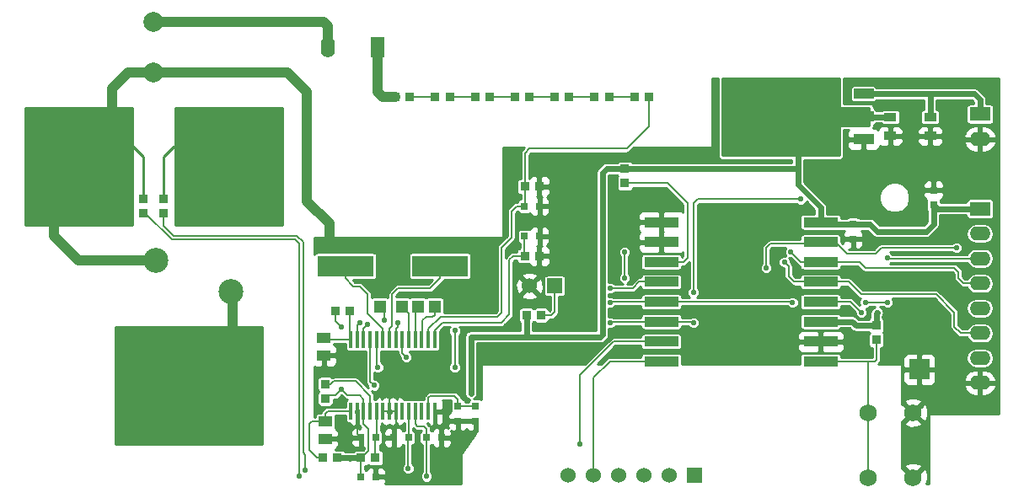
<source format=gtl>
G04 #@! TF.FileFunction,Copper,L1,Top,Signal*
%FSLAX46Y46*%
G04 Gerber Fmt 4.6, Leading zero omitted, Abs format (unit mm)*
G04 Created by KiCad (PCBNEW (2015-06-05 BZR 5717)-product) date Tue 11 Aug 2015 19:51:47 PDT*
%MOMM*%
G01*
G04 APERTURE LIST*
%ADD10C,0.152400*%
%ADD11R,1.300000X0.900000*%
%ADD12R,0.800000X0.800000*%
%ADD13R,2.100000X1.400000*%
%ADD14O,2.100000X1.400000*%
%ADD15R,1.524000X1.524000*%
%ADD16C,1.524000*%
%ADD17C,3.048000*%
%ADD18R,0.950000X0.950000*%
%ADD19R,2.700000X6.200000*%
%ADD20R,1.400000X1.100000*%
%ADD21C,1.750000*%
%ADD22R,2.032000X2.032000*%
%ADD23R,1.270000X1.270000*%
%ADD24R,2.032000X3.657600*%
%ADD25R,2.032000X1.016000*%
%ADD26R,0.400000X1.750000*%
%ADD27R,3.500000X1.000000*%
%ADD28R,5.600000X2.100000*%
%ADD29R,1.400000X2.100000*%
%ADD30O,1.400000X2.100000*%
%ADD31C,1.998980*%
%ADD32C,2.500000*%
%ADD33C,0.584200*%
%ADD34C,1.016000*%
%ADD35C,0.203200*%
%ADD36C,0.250000*%
%ADD37C,0.609600*%
%ADD38C,0.254000*%
G04 APERTURE END LIST*
D10*
D11*
X201990000Y-87047500D03*
X201990000Y-88952500D03*
X197990000Y-87047500D03*
X197990000Y-88952500D03*
D12*
X151396000Y-119263000D03*
X152896000Y-119263000D03*
X148094000Y-119263000D03*
X149594000Y-119263000D03*
X161250000Y-96010000D03*
X162750000Y-96010000D03*
X161250000Y-99010000D03*
X162750000Y-99010000D03*
X144792000Y-123200000D03*
X146292000Y-123200000D03*
X146292000Y-119243000D03*
X144792000Y-119243000D03*
X156327000Y-116090000D03*
X156327000Y-117590000D03*
X154549000Y-116090000D03*
X154549000Y-117590000D03*
X202321000Y-95873000D03*
X202321000Y-94373000D03*
X194249200Y-97802000D03*
X194249200Y-99302000D03*
D13*
X207000000Y-86750000D03*
D14*
X207000000Y-89250000D03*
D15*
X164270000Y-104000000D03*
D16*
X161730000Y-104000000D03*
D14*
X207000000Y-98750000D03*
X207000000Y-101250000D03*
D13*
X207000000Y-96250000D03*
D14*
X207000000Y-103750000D03*
X207000000Y-106250000D03*
X207000000Y-108750000D03*
X207000000Y-111250000D03*
X207000000Y-113750000D03*
D15*
X178350000Y-123000000D03*
D16*
X175810000Y-123000000D03*
X173270000Y-123000000D03*
X170730000Y-123000000D03*
X168190000Y-123000000D03*
X165650000Y-123000000D03*
D17*
X131953000Y-116459000D03*
X131953000Y-111379000D03*
X123698000Y-116459000D03*
X123698000Y-111379000D03*
X113952000Y-94540000D03*
X113952000Y-89460000D03*
X133952000Y-94540000D03*
X133952000Y-89460000D03*
D18*
X148275000Y-85010000D03*
X149725000Y-85010000D03*
X152275000Y-85010000D03*
X153725000Y-85010000D03*
X156275000Y-85010000D03*
X157725000Y-85010000D03*
X122962000Y-96725000D03*
X122962000Y-95275000D03*
D19*
X119802000Y-90000000D03*
X128102000Y-90000000D03*
D18*
X160275000Y-85010000D03*
X161725000Y-85010000D03*
X124962000Y-96725000D03*
X124962000Y-95275000D03*
X164275000Y-85010000D03*
X165725000Y-85010000D03*
X168275000Y-85010000D03*
X169725000Y-85010000D03*
X172275000Y-85010000D03*
X173725000Y-85010000D03*
X161275000Y-94010000D03*
X162725000Y-94010000D03*
X161275000Y-101010000D03*
X162725000Y-101010000D03*
X144817000Y-121295000D03*
X146267000Y-121295000D03*
X142457000Y-121275000D03*
X141007000Y-121275000D03*
X142277000Y-106563000D03*
X143727000Y-106563000D03*
D20*
X141214000Y-117616000D03*
X141214000Y-119366000D03*
X141087000Y-109234000D03*
X141087000Y-110984000D03*
D18*
X196586000Y-107987000D03*
X196586000Y-109437000D03*
X161454000Y-106944000D03*
X162904000Y-106944000D03*
X171313000Y-92239000D03*
X171313000Y-93689000D03*
D21*
X195750000Y-116750000D03*
X200250000Y-116750000D03*
X195750000Y-123250000D03*
X200250000Y-123250000D03*
D22*
X200914000Y-112395000D03*
D23*
X150571200Y-106070400D03*
X148945600Y-106070400D03*
X146710400Y-106070400D03*
X152196800Y-106070400D03*
D24*
X188698000Y-87000000D03*
D25*
X195302000Y-87000000D03*
X195302000Y-84714000D03*
X195302000Y-89286000D03*
D26*
X143775000Y-116600000D03*
X144425000Y-116600000D03*
X145075000Y-116600000D03*
X145725000Y-116600000D03*
X146375000Y-116600000D03*
X147025000Y-116600000D03*
X147675000Y-116600000D03*
X148325000Y-116600000D03*
X148975000Y-116600000D03*
X149625000Y-116600000D03*
X150275000Y-116600000D03*
X150925000Y-116600000D03*
X151575000Y-116600000D03*
X152225000Y-116600000D03*
X152225000Y-109400000D03*
X151575000Y-109400000D03*
X150925000Y-109400000D03*
X150275000Y-109400000D03*
X149625000Y-109400000D03*
X148975000Y-109400000D03*
X148325000Y-109400000D03*
X147675000Y-109400000D03*
X147025000Y-109400000D03*
X146375000Y-109400000D03*
X145725000Y-109400000D03*
X145075000Y-109400000D03*
X144425000Y-109400000D03*
X143775000Y-109400000D03*
D27*
X191000000Y-111600000D03*
X191000000Y-109600000D03*
X191000000Y-107600000D03*
X191000000Y-105600000D03*
X191000000Y-103600000D03*
X191000000Y-101600000D03*
X191000000Y-99600000D03*
X191000000Y-97600000D03*
X175000000Y-97600000D03*
X175000000Y-99600000D03*
X175000000Y-101600000D03*
X175000000Y-103600000D03*
X175000000Y-105600000D03*
X175000000Y-107600000D03*
X175000000Y-109600000D03*
X175000000Y-111600000D03*
D28*
X143250000Y-102000000D03*
X152750000Y-102000000D03*
D18*
X141234000Y-115329800D03*
X141234000Y-113879800D03*
D29*
X146500000Y-80000000D03*
D30*
X141500000Y-80000000D03*
D31*
X124000000Y-82540000D03*
X124000000Y-77460000D03*
D32*
X131750000Y-104600000D03*
X124250000Y-101400000D03*
D33*
X143459200Y-119278400D03*
X147929600Y-120497600D03*
X147726400Y-115011200D03*
X154432000Y-119278400D03*
X141020800Y-112572800D03*
X195681600Y-99364800D03*
X194056000Y-109728000D03*
X201777600Y-93065600D03*
X172313600Y-97536000D03*
X199948800Y-89001600D03*
X164185600Y-94081600D03*
X164388800Y-98755200D03*
X141630400Y-99568000D03*
X200500000Y-121000000D03*
X142849600Y-108102400D03*
X142849600Y-114401600D03*
X196697600Y-98552000D03*
X196697600Y-106680000D03*
X155854400Y-114808000D03*
X143662400Y-121310400D03*
X138582400Y-123139200D03*
X151384000Y-123139200D03*
X139192000Y-122529600D03*
X149555200Y-122326400D03*
X169875200Y-104241600D03*
X178206400Y-104648000D03*
X188976000Y-95300800D03*
X178206400Y-107696000D03*
X169875200Y-107696000D03*
X154228800Y-108508800D03*
X154228800Y-112166400D03*
X146507200Y-112166400D03*
X188163200Y-105664000D03*
X195478400Y-105664000D03*
X197713600Y-105664000D03*
X197713600Y-101193600D03*
X169875200Y-105664000D03*
X149352000Y-111150400D03*
X146100800Y-113995200D03*
X171297600Y-103225600D03*
X171297600Y-100584000D03*
X187960000Y-100584000D03*
X204622400Y-100177600D03*
X145491200Y-107899200D03*
X185521600Y-102209600D03*
X144678400Y-107696000D03*
X187350400Y-101600000D03*
X195072000Y-106680000D03*
X166827200Y-119888000D03*
X148539200Y-107696000D03*
X147116800Y-107492800D03*
D34*
X113952000Y-94540000D02*
X113952000Y-98952000D01*
X116400000Y-101400000D02*
X124250000Y-101400000D01*
X113952000Y-98952000D02*
X116400000Y-101400000D01*
D35*
X152225000Y-116600000D02*
X152225000Y-117681000D01*
X152896000Y-118225000D02*
X152896000Y-119263000D01*
X152781000Y-118110000D02*
X152896000Y-118225000D01*
X152654000Y-118110000D02*
X152781000Y-118110000D01*
X152225000Y-117681000D02*
X152654000Y-118110000D01*
X148325000Y-116600000D02*
X148325000Y-117867000D01*
X148094000Y-118098000D02*
X148094000Y-119263000D01*
X148325000Y-117867000D02*
X148094000Y-118098000D01*
X147025000Y-116600000D02*
X148325000Y-116600000D01*
X144425000Y-116600000D02*
X144425000Y-118876000D01*
X144425000Y-118876000D02*
X144792000Y-119243000D01*
D36*
X122962000Y-95275000D02*
X122962000Y-91010000D01*
X121952000Y-90000000D02*
X119802000Y-90000000D01*
X122962000Y-91010000D02*
X121952000Y-90000000D01*
D35*
X143494600Y-119243000D02*
X143459200Y-119278400D01*
X144792000Y-119243000D02*
X143494600Y-119243000D01*
X148094000Y-120333200D02*
X147929600Y-120497600D01*
X148094000Y-119263000D02*
X148094000Y-120333200D01*
X147675000Y-115062600D02*
X147726400Y-115011200D01*
X147675000Y-116600000D02*
X147675000Y-115062600D01*
X154416600Y-119263000D02*
X154432000Y-119278400D01*
X152896000Y-119263000D02*
X154416600Y-119263000D01*
X141087000Y-112506600D02*
X141020800Y-112572800D01*
X141087000Y-110984000D02*
X141087000Y-112506600D01*
X195618800Y-99302000D02*
X195681600Y-99364800D01*
X194249200Y-99302000D02*
X195618800Y-99302000D01*
X193928000Y-109600000D02*
X194056000Y-109728000D01*
X191000000Y-109600000D02*
X193928000Y-109600000D01*
X202321000Y-93609000D02*
X201777600Y-93065600D01*
X202321000Y-94373000D02*
X202321000Y-93609000D01*
X172377600Y-97600000D02*
X172313600Y-97536000D01*
X175000000Y-97600000D02*
X172377600Y-97600000D01*
X199899700Y-88952500D02*
X199948800Y-89001600D01*
X197990000Y-88952500D02*
X199899700Y-88952500D01*
X164114000Y-94010000D02*
X164185600Y-94081600D01*
X162725000Y-94010000D02*
X164114000Y-94010000D01*
X164134000Y-99010000D02*
X164388800Y-98755200D01*
X162750000Y-99010000D02*
X164134000Y-99010000D01*
D34*
X119802000Y-84198000D02*
X121460000Y-82540000D01*
X121460000Y-82540000D02*
X124000000Y-82540000D01*
X119802000Y-90000000D02*
X119802000Y-84198000D01*
X137404000Y-82540000D02*
X139395200Y-84531200D01*
X139395200Y-84531200D02*
X139395200Y-95504000D01*
X139395200Y-95504000D02*
X141630400Y-97739200D01*
X141630400Y-97739200D02*
X141630400Y-99568000D01*
X124000000Y-82540000D02*
X137404000Y-82540000D01*
D35*
X142849600Y-114401600D02*
X142240000Y-115011200D01*
X142240000Y-115011200D02*
X141552600Y-115011200D01*
X141552600Y-115011200D02*
X141234000Y-115329800D01*
X145075000Y-116600000D02*
X145075000Y-117897000D01*
X145542000Y-120570000D02*
X144792000Y-121320000D01*
X145542000Y-118364000D02*
X145542000Y-120570000D01*
X145075000Y-117897000D02*
X145542000Y-118364000D01*
X144792000Y-121320000D02*
X144792000Y-123200000D01*
X142477000Y-121295000D02*
X142457000Y-121275000D01*
D37*
X161340800Y-109118400D02*
X161454000Y-109005200D01*
X161137600Y-109118400D02*
X161340800Y-109118400D01*
X161454000Y-109005200D02*
X161454000Y-106944000D01*
X143677800Y-121295000D02*
X143662400Y-121310400D01*
X144817000Y-121295000D02*
X143677800Y-121295000D01*
X143627000Y-121275000D02*
X143662400Y-121310400D01*
X142457000Y-121275000D02*
X143627000Y-121275000D01*
D35*
X142277000Y-107529800D02*
X142849600Y-108102400D01*
X142849600Y-114401600D02*
X143459200Y-115011200D01*
X143459200Y-115011200D02*
X144678400Y-115011200D01*
X144678400Y-115011200D02*
X145075000Y-115407800D01*
X145075000Y-115407800D02*
X145075000Y-116600000D01*
X142277000Y-106563000D02*
X142277000Y-107529800D01*
D37*
X191000000Y-96105600D02*
X188698000Y-93803600D01*
X188698000Y-92239000D02*
X188698000Y-87000000D01*
X188698000Y-93803600D02*
X188698000Y-92239000D01*
X191000000Y-97600000D02*
X191000000Y-96105600D01*
X171313000Y-92239000D02*
X188698000Y-92239000D01*
X191202000Y-97802000D02*
X191000000Y-97600000D01*
X194249200Y-97802000D02*
X191202000Y-97802000D01*
X195947600Y-97802000D02*
X196697600Y-98552000D01*
X196697600Y-106680000D02*
X196586000Y-106791600D01*
X196586000Y-106791600D02*
X196586000Y-107987000D01*
X194249200Y-97802000D02*
X195947600Y-97802000D01*
X194163200Y-107600000D02*
X194550200Y-107987000D01*
X194550200Y-107987000D02*
X196586000Y-107987000D01*
X191000000Y-107600000D02*
X194163200Y-107600000D01*
X202698000Y-96250000D02*
X202321000Y-95873000D01*
X207000000Y-96250000D02*
X202698000Y-96250000D01*
X201574400Y-98552000D02*
X202321000Y-97805400D01*
X202321000Y-97805400D02*
X202321000Y-95873000D01*
X196697600Y-98552000D02*
X201574400Y-98552000D01*
X169482600Y-92239000D02*
X169062400Y-92659200D01*
X161137600Y-109118400D02*
X168859200Y-109118400D01*
X169482600Y-92239000D02*
X171313000Y-92239000D01*
X169062400Y-108915200D02*
X168859200Y-109118400D01*
X169062400Y-92659200D02*
X169062400Y-108915200D01*
X155854400Y-109118400D02*
X161137600Y-109118400D01*
X155854400Y-109118400D02*
X155854400Y-114808000D01*
X195349500Y-87047500D02*
X195302000Y-87000000D01*
X197990000Y-87047500D02*
X195349500Y-87047500D01*
D35*
X122962000Y-96725000D02*
X123141000Y-96725000D01*
X150275000Y-116600000D02*
X150275000Y-117890000D01*
X151396000Y-118376000D02*
X151396000Y-119263000D01*
X151130000Y-118110000D02*
X151396000Y-118376000D01*
X150495000Y-118110000D02*
X151130000Y-118110000D01*
X150275000Y-117890000D02*
X150495000Y-118110000D01*
X138176000Y-99364802D02*
X138176000Y-99364802D01*
X125780802Y-99364802D02*
X138176000Y-99364802D01*
X123141000Y-96725000D02*
X125780802Y-99364802D01*
X138176002Y-99364802D02*
X138582400Y-99771200D01*
X138582400Y-99771200D02*
X138582400Y-123139200D01*
X151384000Y-123139200D02*
X151396000Y-123127200D01*
X151396000Y-123127200D02*
X151396000Y-119263000D01*
X138176000Y-99364802D02*
X138176002Y-99364802D01*
X149625000Y-116600000D02*
X149625000Y-118256000D01*
X149594000Y-118287000D02*
X149594000Y-119263000D01*
X149625000Y-118256000D02*
X149594000Y-118287000D01*
X124962000Y-97936400D02*
X125984000Y-98958400D01*
X125984000Y-98958400D02*
X138176000Y-98958400D01*
X124962000Y-96725000D02*
X124962000Y-97936400D01*
X138176000Y-98958400D02*
X138379200Y-98958400D01*
X138379200Y-98958400D02*
X138988800Y-99568000D01*
X138988800Y-99602850D02*
X138988810Y-99602860D01*
X138988800Y-99568000D02*
X138988800Y-99602850D01*
X139192000Y-120958642D02*
X139192000Y-122529600D01*
X138988810Y-120755452D02*
X139192000Y-120958642D01*
X138988810Y-99602860D02*
X138988810Y-120755452D01*
X149555200Y-119301800D02*
X149594000Y-119263000D01*
X149555200Y-122326400D02*
X149555200Y-119301800D01*
X151575000Y-108317800D02*
X152806402Y-107086398D01*
X152806402Y-107086398D02*
X158496002Y-107086398D01*
X158496002Y-107086398D02*
X158902400Y-106680000D01*
X158902400Y-106680000D02*
X158902400Y-100177600D01*
X158902400Y-100177600D02*
X159918400Y-99161600D01*
X159918400Y-99161600D02*
X159918400Y-96520000D01*
X159918400Y-96520000D02*
X160428400Y-96010000D01*
X160428400Y-96010000D02*
X161250000Y-96010000D01*
X151575000Y-109400000D02*
X151575000Y-108317800D01*
X161275000Y-95985000D02*
X161250000Y-96010000D01*
X161275000Y-94010000D02*
X161275000Y-95985000D01*
X173725000Y-87996600D02*
X171500800Y-90220800D01*
X171500800Y-90220800D02*
X161747200Y-90220800D01*
X161747200Y-90220800D02*
X161275000Y-90693000D01*
X161275000Y-90693000D02*
X161275000Y-94010000D01*
X173725000Y-85010000D02*
X173725000Y-87996600D01*
X152225000Y-108480600D02*
X153009600Y-107696000D01*
X153009600Y-107696000D02*
X158902400Y-107696000D01*
X158902400Y-107696000D02*
X159715200Y-106883200D01*
X159715200Y-106883200D02*
X159715200Y-101396800D01*
X159715200Y-101396800D02*
X160102000Y-101010000D01*
X160102000Y-101010000D02*
X161275000Y-101010000D01*
X152225000Y-109400000D02*
X152225000Y-108480600D01*
X161250000Y-100985000D02*
X161275000Y-101010000D01*
X161250000Y-99010000D02*
X161250000Y-100985000D01*
X146267000Y-121295000D02*
X146267000Y-119268000D01*
X146267000Y-119268000D02*
X146292000Y-119243000D01*
X146375000Y-116600000D02*
X146375000Y-119160000D01*
X146375000Y-119160000D02*
X146292000Y-119243000D01*
X154549000Y-116090000D02*
X156327000Y-116090000D01*
X151575000Y-116600000D02*
X151575000Y-115252000D01*
X154549000Y-115433000D02*
X154549000Y-116090000D01*
X154178000Y-115062000D02*
X154549000Y-115433000D01*
X151765000Y-115062000D02*
X154178000Y-115062000D01*
X151575000Y-115252000D02*
X151765000Y-115062000D01*
D34*
X141061600Y-77460000D02*
X141500000Y-77898400D01*
X141500000Y-77898400D02*
X141500000Y-80000000D01*
X124000000Y-77460000D02*
X141061600Y-77460000D01*
X148275000Y-85010000D02*
X147010000Y-85010000D01*
X146500000Y-84500000D02*
X146500000Y-80000000D01*
X147010000Y-85010000D02*
X146500000Y-84500000D01*
X131953000Y-111379000D02*
X131953000Y-104803000D01*
X131953000Y-104803000D02*
X131750000Y-104600000D01*
D35*
X172752000Y-103600000D02*
X172110400Y-104241600D01*
X172110400Y-104241600D02*
X169875200Y-104241600D01*
X175000000Y-103600000D02*
X172752000Y-103600000D01*
X163921600Y-106944000D02*
X164270000Y-106595600D01*
X164270000Y-106595600D02*
X164270000Y-104000000D01*
X162904000Y-106944000D02*
X163921600Y-106944000D01*
X178612800Y-95300800D02*
X178206400Y-95707200D01*
X178206400Y-95707200D02*
X178206400Y-104648000D01*
X178110400Y-107600000D02*
X175000000Y-107600000D01*
X178110400Y-107600000D02*
X178206400Y-107696000D01*
X188976000Y-95300800D02*
X178612800Y-95300800D01*
X169971200Y-107600000D02*
X169875200Y-107696000D01*
X154228800Y-108508800D02*
X154228800Y-112166400D01*
X146507200Y-112166400D02*
X146375000Y-112034200D01*
X146375000Y-112034200D02*
X146375000Y-109400000D01*
X175000000Y-107600000D02*
X169971200Y-107600000D01*
X188099200Y-105600000D02*
X188163200Y-105664000D01*
X195478400Y-105664000D02*
X197713600Y-105664000D01*
X197713600Y-101193600D02*
X197770000Y-101250000D01*
X197770000Y-101250000D02*
X207000000Y-101250000D01*
X175000000Y-105600000D02*
X188099200Y-105600000D01*
X169939200Y-105600000D02*
X169875200Y-105664000D01*
X149352000Y-111150400D02*
X148975000Y-110773400D01*
X148975000Y-110773400D02*
X148975000Y-109400000D01*
X175000000Y-105600000D02*
X169939200Y-105600000D01*
X194868800Y-101600000D02*
X195478400Y-102209600D01*
X195478400Y-102209600D02*
X204419200Y-102209600D01*
X204419200Y-102209600D02*
X204825600Y-102616000D01*
X204825600Y-102616000D02*
X204825600Y-103225600D01*
X204825600Y-103225600D02*
X205350000Y-103750000D01*
X205350000Y-103750000D02*
X207000000Y-103750000D01*
X191000000Y-101600000D02*
X194868800Y-101600000D01*
X145725000Y-113619400D02*
X146100800Y-113995200D01*
X171297600Y-103225600D02*
X171297600Y-100584000D01*
X187960000Y-100584000D02*
X188976000Y-101600000D01*
X188976000Y-101600000D02*
X191000000Y-101600000D01*
X145725000Y-109400000D02*
X145725000Y-113619400D01*
X197104000Y-100177600D02*
X204622400Y-100177600D01*
X196494400Y-100787200D02*
X197104000Y-100177600D01*
X193649600Y-100787200D02*
X196494400Y-100787200D01*
X192462400Y-99600000D02*
X193649600Y-100787200D01*
X191000000Y-99600000D02*
X192462400Y-99600000D01*
X190828800Y-99771200D02*
X191000000Y-99600000D01*
X145075000Y-108315400D02*
X145491200Y-107899200D01*
X185521600Y-102209600D02*
X185521600Y-100177600D01*
X185521600Y-100177600D02*
X185928000Y-99771200D01*
X185928000Y-99771200D02*
X190828800Y-99771200D01*
X145075000Y-109400000D02*
X145075000Y-108315400D01*
X193820800Y-103600000D02*
X195072000Y-104851200D01*
X195072000Y-104851200D02*
X202590400Y-104851200D01*
X202590400Y-104851200D02*
X204419200Y-106680000D01*
X204419200Y-106680000D02*
X204419200Y-108102400D01*
X204419200Y-108102400D02*
X205066800Y-108750000D01*
X205066800Y-108750000D02*
X207000000Y-108750000D01*
X191000000Y-103600000D02*
X193820800Y-103600000D01*
X144425000Y-107949400D02*
X144678400Y-107696000D01*
X187350400Y-101600000D02*
X187756800Y-102006400D01*
X187756800Y-102006400D02*
X187756800Y-103022400D01*
X187756800Y-103022400D02*
X188334400Y-103600000D01*
X188334400Y-103600000D02*
X191000000Y-103600000D01*
X144425000Y-109400000D02*
X144425000Y-107949400D01*
X193992000Y-105600000D02*
X195072000Y-106680000D01*
X191000000Y-105600000D02*
X193992000Y-105600000D01*
X170206400Y-109600000D02*
X166827200Y-112979200D01*
X166827200Y-112979200D02*
X166827200Y-119888000D01*
X175000000Y-109600000D02*
X170206400Y-109600000D01*
X169832000Y-111600000D02*
X168190000Y-113242000D01*
X168190000Y-113242000D02*
X168190000Y-123000000D01*
X175000000Y-111600000D02*
X169832000Y-111600000D01*
D36*
X124962000Y-95275000D02*
X124962000Y-91010000D01*
X125952000Y-90020000D02*
X128082000Y-90020000D01*
X124962000Y-91010000D02*
X125952000Y-90020000D01*
X128082000Y-90020000D02*
X128102000Y-90000000D01*
D35*
X149725000Y-85010000D02*
X152275000Y-85010000D01*
X153725000Y-85010000D02*
X156275000Y-85010000D01*
X157725000Y-85010000D02*
X160275000Y-85010000D01*
X161725000Y-85010000D02*
X164275000Y-85010000D01*
X165725000Y-85010000D02*
X168275000Y-85010000D01*
X169725000Y-85010000D02*
X172275000Y-85010000D01*
X141464000Y-116600000D02*
X141214000Y-116850000D01*
X141214000Y-116850000D02*
X141214000Y-117616000D01*
X143775000Y-116600000D02*
X141464000Y-116600000D01*
X139838400Y-117616000D02*
X139598400Y-117856000D01*
X139598400Y-117856000D02*
X139598400Y-120497600D01*
X139598400Y-120497600D02*
X140375800Y-121275000D01*
X140375800Y-121275000D02*
X141007000Y-121275000D01*
X141214000Y-117616000D02*
X139838400Y-117616000D01*
X143727000Y-109352000D02*
X143775000Y-109400000D01*
X143727000Y-106563000D02*
X143727000Y-109352000D01*
X141253000Y-109400000D02*
X141087000Y-109234000D01*
X143775000Y-109400000D02*
X141253000Y-109400000D01*
X196451200Y-111600000D02*
X196586000Y-111465200D01*
X196586000Y-111465200D02*
X196586000Y-109437000D01*
X195750000Y-111600000D02*
X196451200Y-111600000D01*
X191000000Y-111600000D02*
X195750000Y-111600000D01*
X195750000Y-116750000D02*
X195750000Y-111600000D01*
X195750000Y-116750000D02*
X195750000Y-123250000D01*
X177190400Y-101600000D02*
X177596800Y-101193600D01*
X177596800Y-101193600D02*
X177596800Y-95707200D01*
X177596800Y-95707200D02*
X175578600Y-93689000D01*
X175578600Y-93689000D02*
X171313000Y-93689000D01*
X175000000Y-101600000D02*
X177190400Y-101600000D01*
X150275000Y-106366600D02*
X150571200Y-106070400D01*
X150275000Y-109400000D02*
X150275000Y-106366600D01*
X149625000Y-106749800D02*
X148945600Y-106070400D01*
X149625000Y-109400000D02*
X149625000Y-106749800D01*
X148325000Y-108321800D02*
X148539200Y-108107600D01*
X148539200Y-108107600D02*
X148539200Y-107696000D01*
X148325000Y-109400000D02*
X148325000Y-108321800D01*
X147116800Y-106476800D02*
X146710400Y-106070400D01*
X147116800Y-107492800D02*
X147116800Y-106476800D01*
X150925000Y-108659400D02*
X150977600Y-108606800D01*
X150925000Y-109400000D02*
X150925000Y-108659400D01*
X150977600Y-108606800D02*
X150977600Y-107492800D01*
X150977600Y-107492800D02*
X151384000Y-107086400D01*
X152196800Y-106908600D02*
X152196800Y-106070400D01*
X152019000Y-107086400D02*
X152196800Y-106908600D01*
X151384000Y-107086400D02*
X152019000Y-107086400D01*
X147675000Y-108321800D02*
X147675000Y-109400000D01*
X147939801Y-104840999D02*
X147939801Y-108056999D01*
X151761600Y-104241600D02*
X148539200Y-104241600D01*
X152750000Y-103253200D02*
X151761600Y-104241600D01*
X147939801Y-108056999D02*
X147675000Y-108321800D01*
X148539200Y-104241600D02*
X147939801Y-104840999D01*
X152750000Y-102000000D02*
X152750000Y-103253200D01*
X147025000Y-108284414D02*
X145491200Y-106750614D01*
X147025000Y-109400000D02*
X147025000Y-108284414D01*
X145491200Y-106750614D02*
X145491200Y-104851200D01*
X145491200Y-104851200D02*
X144678400Y-104038400D01*
X143250000Y-103253200D02*
X143250000Y-102000000D01*
X144035200Y-104038400D02*
X143250000Y-103253200D01*
X144678400Y-104038400D02*
X144035200Y-104038400D01*
D37*
X206430800Y-84714000D02*
X207000000Y-85283200D01*
X207000000Y-85283200D02*
X207000000Y-86750000D01*
X201990000Y-84714000D02*
X206430800Y-84714000D01*
X195302000Y-84714000D02*
X201990000Y-84714000D01*
X201990000Y-87047500D02*
X201990000Y-84714000D01*
D35*
X141234000Y-113879800D02*
X141745800Y-113879800D01*
X145725000Y-115041800D02*
X145725000Y-116600000D01*
X144272000Y-113588800D02*
X145725000Y-115041800D01*
X142036800Y-113588800D02*
X144272000Y-113588800D01*
X141745800Y-113879800D02*
X142036800Y-113588800D01*
D38*
G36*
X134873000Y-119873000D02*
X120127000Y-119873000D01*
X120127000Y-108127000D01*
X134873000Y-108127000D01*
X134873000Y-119873000D01*
X134873000Y-119873000D01*
G37*
X134873000Y-119873000D02*
X120127000Y-119873000D01*
X120127000Y-108127000D01*
X134873000Y-108127000D01*
X134873000Y-119873000D01*
G36*
X136873000Y-97873000D02*
X126127000Y-97873000D01*
X126127000Y-86127000D01*
X136873000Y-86127000D01*
X136873000Y-97873000D01*
X136873000Y-97873000D01*
G37*
X136873000Y-97873000D02*
X126127000Y-97873000D01*
X126127000Y-86127000D01*
X136873000Y-86127000D01*
X136873000Y-97873000D01*
G36*
X195873000Y-87873000D02*
X193000000Y-87873000D01*
X192951399Y-87882667D01*
X192910197Y-87910197D01*
X192882667Y-87951399D01*
X192873000Y-88000000D01*
X192873000Y-90873000D01*
X181127000Y-90873000D01*
X181127000Y-83127000D01*
X192873000Y-83127000D01*
X192873000Y-86000000D01*
X192882667Y-86048601D01*
X192910197Y-86089803D01*
X192951399Y-86117333D01*
X193000000Y-86127000D01*
X195873000Y-86127000D01*
X195873000Y-87873000D01*
X195873000Y-87873000D01*
G37*
X195873000Y-87873000D02*
X193000000Y-87873000D01*
X192951399Y-87882667D01*
X192910197Y-87910197D01*
X192882667Y-87951399D01*
X192873000Y-88000000D01*
X192873000Y-90873000D01*
X181127000Y-90873000D01*
X181127000Y-83127000D01*
X192873000Y-83127000D01*
X192873000Y-86000000D01*
X192882667Y-86048601D01*
X192910197Y-86089803D01*
X192951399Y-86117333D01*
X193000000Y-86127000D01*
X195873000Y-86127000D01*
X195873000Y-87873000D01*
G36*
X145110200Y-120391142D02*
X145018011Y-120483331D01*
X144665000Y-120483331D01*
X144665000Y-120119250D01*
X144665000Y-119370000D01*
X143915750Y-119370000D01*
X143757000Y-119528750D01*
X143757000Y-119769310D01*
X143853673Y-120002699D01*
X144032302Y-120181327D01*
X144265691Y-120278000D01*
X144506250Y-120278000D01*
X144665000Y-120119250D01*
X144665000Y-120483331D01*
X144342000Y-120483331D01*
X144216096Y-120507759D01*
X144105438Y-120580450D01*
X144051740Y-120660000D01*
X143727547Y-120660000D01*
X143627000Y-120640000D01*
X143221843Y-120640000D01*
X143171550Y-120563438D01*
X143061813Y-120489364D01*
X142932000Y-120463331D01*
X142251961Y-120463331D01*
X142273699Y-120454327D01*
X142452327Y-120275698D01*
X142549000Y-120042309D01*
X142549000Y-119651750D01*
X142390250Y-119493000D01*
X141341000Y-119493000D01*
X141341000Y-119513000D01*
X141087000Y-119513000D01*
X141087000Y-119493000D01*
X141067000Y-119493000D01*
X141067000Y-119239000D01*
X141087000Y-119239000D01*
X141087000Y-119219000D01*
X141341000Y-119219000D01*
X141341000Y-119239000D01*
X142390250Y-119239000D01*
X142549000Y-119080250D01*
X142549000Y-118689691D01*
X142452327Y-118456302D01*
X142273699Y-118277673D01*
X142231757Y-118260300D01*
X142250669Y-118166000D01*
X142250669Y-117066000D01*
X142244033Y-117031800D01*
X143238331Y-117031800D01*
X143238331Y-117475000D01*
X143262759Y-117600904D01*
X143335450Y-117711562D01*
X143445187Y-117785636D01*
X143575000Y-117811669D01*
X143677134Y-117811669D01*
X143686673Y-117834698D01*
X143865301Y-118013327D01*
X144098690Y-118110000D01*
X144166250Y-118110000D01*
X144325000Y-117951250D01*
X144325000Y-116727000D01*
X144311669Y-116727000D01*
X144311669Y-116473000D01*
X144325000Y-116473000D01*
X144325000Y-116453000D01*
X144525000Y-116453000D01*
X144525000Y-116473000D01*
X144538331Y-116473000D01*
X144538331Y-116727000D01*
X144525000Y-116727000D01*
X144525000Y-117951250D01*
X144683750Y-118110000D01*
X144707979Y-118110000D01*
X144769671Y-118202329D01*
X144775342Y-118208000D01*
X144664998Y-118208000D01*
X144664998Y-118366748D01*
X144506250Y-118208000D01*
X144265691Y-118208000D01*
X144032302Y-118304673D01*
X143853673Y-118483301D01*
X143757000Y-118716690D01*
X143757000Y-118957250D01*
X143915750Y-119116000D01*
X144665000Y-119116000D01*
X144665000Y-119096000D01*
X144919000Y-119096000D01*
X144919000Y-119116000D01*
X144939000Y-119116000D01*
X144939000Y-119370000D01*
X144919000Y-119370000D01*
X144919000Y-120119250D01*
X145077750Y-120278000D01*
X145110200Y-120278000D01*
X145110200Y-120391142D01*
X145110200Y-120391142D01*
G37*
X145110200Y-120391142D02*
X145018011Y-120483331D01*
X144665000Y-120483331D01*
X144665000Y-120119250D01*
X144665000Y-119370000D01*
X143915750Y-119370000D01*
X143757000Y-119528750D01*
X143757000Y-119769310D01*
X143853673Y-120002699D01*
X144032302Y-120181327D01*
X144265691Y-120278000D01*
X144506250Y-120278000D01*
X144665000Y-120119250D01*
X144665000Y-120483331D01*
X144342000Y-120483331D01*
X144216096Y-120507759D01*
X144105438Y-120580450D01*
X144051740Y-120660000D01*
X143727547Y-120660000D01*
X143627000Y-120640000D01*
X143221843Y-120640000D01*
X143171550Y-120563438D01*
X143061813Y-120489364D01*
X142932000Y-120463331D01*
X142251961Y-120463331D01*
X142273699Y-120454327D01*
X142452327Y-120275698D01*
X142549000Y-120042309D01*
X142549000Y-119651750D01*
X142390250Y-119493000D01*
X141341000Y-119493000D01*
X141341000Y-119513000D01*
X141087000Y-119513000D01*
X141087000Y-119493000D01*
X141067000Y-119493000D01*
X141067000Y-119239000D01*
X141087000Y-119239000D01*
X141087000Y-119219000D01*
X141341000Y-119219000D01*
X141341000Y-119239000D01*
X142390250Y-119239000D01*
X142549000Y-119080250D01*
X142549000Y-118689691D01*
X142452327Y-118456302D01*
X142273699Y-118277673D01*
X142231757Y-118260300D01*
X142250669Y-118166000D01*
X142250669Y-117066000D01*
X142244033Y-117031800D01*
X143238331Y-117031800D01*
X143238331Y-117475000D01*
X143262759Y-117600904D01*
X143335450Y-117711562D01*
X143445187Y-117785636D01*
X143575000Y-117811669D01*
X143677134Y-117811669D01*
X143686673Y-117834698D01*
X143865301Y-118013327D01*
X144098690Y-118110000D01*
X144166250Y-118110000D01*
X144325000Y-117951250D01*
X144325000Y-116727000D01*
X144311669Y-116727000D01*
X144311669Y-116473000D01*
X144325000Y-116473000D01*
X144325000Y-116453000D01*
X144525000Y-116453000D01*
X144525000Y-116473000D01*
X144538331Y-116473000D01*
X144538331Y-116727000D01*
X144525000Y-116727000D01*
X144525000Y-117951250D01*
X144683750Y-118110000D01*
X144707979Y-118110000D01*
X144769671Y-118202329D01*
X144775342Y-118208000D01*
X144664998Y-118208000D01*
X144664998Y-118366748D01*
X144506250Y-118208000D01*
X144265691Y-118208000D01*
X144032302Y-118304673D01*
X143853673Y-118483301D01*
X143757000Y-118716690D01*
X143757000Y-118957250D01*
X143915750Y-119116000D01*
X144665000Y-119116000D01*
X144665000Y-119096000D01*
X144919000Y-119096000D01*
X144919000Y-119116000D01*
X144939000Y-119116000D01*
X144939000Y-119370000D01*
X144919000Y-119370000D01*
X144919000Y-120119250D01*
X145077750Y-120278000D01*
X145110200Y-120278000D01*
X145110200Y-120391142D01*
G36*
X145524931Y-114231074D02*
X144577329Y-113283471D01*
X144437243Y-113189869D01*
X144272000Y-113157000D01*
X142422000Y-113157000D01*
X142422000Y-111660309D01*
X142422000Y-111269750D01*
X142263250Y-111111000D01*
X141214000Y-111111000D01*
X141214000Y-112010250D01*
X141372750Y-112169000D01*
X141660691Y-112169000D01*
X141913310Y-112169000D01*
X142146699Y-112072327D01*
X142325327Y-111893698D01*
X142422000Y-111660309D01*
X142422000Y-113157000D01*
X142036800Y-113157000D01*
X141952219Y-113173824D01*
X141948550Y-113168238D01*
X141838813Y-113094164D01*
X141709000Y-113068131D01*
X140759000Y-113068131D01*
X140633096Y-113092559D01*
X140522438Y-113165250D01*
X140448364Y-113274987D01*
X140422331Y-113404800D01*
X140422331Y-114354800D01*
X140446759Y-114480704D01*
X140519450Y-114591362D01*
X140538858Y-114604463D01*
X140522438Y-114615250D01*
X140448364Y-114724987D01*
X140422331Y-114854800D01*
X140422331Y-115804800D01*
X140446759Y-115930704D01*
X140519450Y-116041362D01*
X140629187Y-116115436D01*
X140759000Y-116141469D01*
X141709000Y-116141469D01*
X141834904Y-116117041D01*
X141945562Y-116044350D01*
X142019636Y-115934613D01*
X142045669Y-115804800D01*
X142045669Y-115443000D01*
X142240000Y-115443000D01*
X142405242Y-115410131D01*
X142405243Y-115410131D01*
X142545329Y-115316529D01*
X142837967Y-115023890D01*
X142861253Y-115023910D01*
X143153868Y-115316525D01*
X143153871Y-115316529D01*
X143153872Y-115316529D01*
X143247474Y-115379072D01*
X143293957Y-115410131D01*
X143293958Y-115410132D01*
X143416107Y-115434429D01*
X143338438Y-115485450D01*
X143264364Y-115595187D01*
X143238331Y-115725000D01*
X143238331Y-116168200D01*
X141464000Y-116168200D01*
X141298757Y-116201069D01*
X141158671Y-116294671D01*
X141158668Y-116294674D01*
X140908671Y-116544671D01*
X140815069Y-116684757D01*
X140806202Y-116729331D01*
X140514000Y-116729331D01*
X140388096Y-116753759D01*
X140277438Y-116826450D01*
X140203364Y-116936187D01*
X140177331Y-117066000D01*
X140177331Y-117184200D01*
X140127000Y-117184200D01*
X140127000Y-112113623D01*
X140260690Y-112169000D01*
X140513309Y-112169000D01*
X140801250Y-112169000D01*
X140960000Y-112010250D01*
X140960000Y-111111000D01*
X140940000Y-111111000D01*
X140940000Y-110857000D01*
X140960000Y-110857000D01*
X140960000Y-110837000D01*
X141214000Y-110837000D01*
X141214000Y-110857000D01*
X142263250Y-110857000D01*
X142422000Y-110698250D01*
X142422000Y-110307691D01*
X142325327Y-110074302D01*
X142146699Y-109895673D01*
X142104757Y-109878300D01*
X142114083Y-109831800D01*
X143238331Y-109831800D01*
X143238331Y-110275000D01*
X143262759Y-110400904D01*
X143335450Y-110511562D01*
X143445187Y-110585636D01*
X143575000Y-110611669D01*
X143975000Y-110611669D01*
X144100904Y-110587241D01*
X144101438Y-110586889D01*
X144225000Y-110611669D01*
X144625000Y-110611669D01*
X144750904Y-110587241D01*
X144751438Y-110586889D01*
X144875000Y-110611669D01*
X145275000Y-110611669D01*
X145293200Y-110608137D01*
X145293200Y-113619400D01*
X145326069Y-113784643D01*
X145419671Y-113924729D01*
X145478509Y-113983567D01*
X145478392Y-114118440D01*
X145524931Y-114231074D01*
X145524931Y-114231074D01*
G37*
X145524931Y-114231074D02*
X144577329Y-113283471D01*
X144437243Y-113189869D01*
X144272000Y-113157000D01*
X142422000Y-113157000D01*
X142422000Y-111660309D01*
X142422000Y-111269750D01*
X142263250Y-111111000D01*
X141214000Y-111111000D01*
X141214000Y-112010250D01*
X141372750Y-112169000D01*
X141660691Y-112169000D01*
X141913310Y-112169000D01*
X142146699Y-112072327D01*
X142325327Y-111893698D01*
X142422000Y-111660309D01*
X142422000Y-113157000D01*
X142036800Y-113157000D01*
X141952219Y-113173824D01*
X141948550Y-113168238D01*
X141838813Y-113094164D01*
X141709000Y-113068131D01*
X140759000Y-113068131D01*
X140633096Y-113092559D01*
X140522438Y-113165250D01*
X140448364Y-113274987D01*
X140422331Y-113404800D01*
X140422331Y-114354800D01*
X140446759Y-114480704D01*
X140519450Y-114591362D01*
X140538858Y-114604463D01*
X140522438Y-114615250D01*
X140448364Y-114724987D01*
X140422331Y-114854800D01*
X140422331Y-115804800D01*
X140446759Y-115930704D01*
X140519450Y-116041362D01*
X140629187Y-116115436D01*
X140759000Y-116141469D01*
X141709000Y-116141469D01*
X141834904Y-116117041D01*
X141945562Y-116044350D01*
X142019636Y-115934613D01*
X142045669Y-115804800D01*
X142045669Y-115443000D01*
X142240000Y-115443000D01*
X142405242Y-115410131D01*
X142405243Y-115410131D01*
X142545329Y-115316529D01*
X142837967Y-115023890D01*
X142861253Y-115023910D01*
X143153868Y-115316525D01*
X143153871Y-115316529D01*
X143153872Y-115316529D01*
X143247474Y-115379072D01*
X143293957Y-115410131D01*
X143293958Y-115410132D01*
X143416107Y-115434429D01*
X143338438Y-115485450D01*
X143264364Y-115595187D01*
X143238331Y-115725000D01*
X143238331Y-116168200D01*
X141464000Y-116168200D01*
X141298757Y-116201069D01*
X141158671Y-116294671D01*
X141158668Y-116294674D01*
X140908671Y-116544671D01*
X140815069Y-116684757D01*
X140806202Y-116729331D01*
X140514000Y-116729331D01*
X140388096Y-116753759D01*
X140277438Y-116826450D01*
X140203364Y-116936187D01*
X140177331Y-117066000D01*
X140177331Y-117184200D01*
X140127000Y-117184200D01*
X140127000Y-112113623D01*
X140260690Y-112169000D01*
X140513309Y-112169000D01*
X140801250Y-112169000D01*
X140960000Y-112010250D01*
X140960000Y-111111000D01*
X140940000Y-111111000D01*
X140940000Y-110857000D01*
X140960000Y-110857000D01*
X140960000Y-110837000D01*
X141214000Y-110837000D01*
X141214000Y-110857000D01*
X142263250Y-110857000D01*
X142422000Y-110698250D01*
X142422000Y-110307691D01*
X142325327Y-110074302D01*
X142146699Y-109895673D01*
X142104757Y-109878300D01*
X142114083Y-109831800D01*
X143238331Y-109831800D01*
X143238331Y-110275000D01*
X143262759Y-110400904D01*
X143335450Y-110511562D01*
X143445187Y-110585636D01*
X143575000Y-110611669D01*
X143975000Y-110611669D01*
X144100904Y-110587241D01*
X144101438Y-110586889D01*
X144225000Y-110611669D01*
X144625000Y-110611669D01*
X144750904Y-110587241D01*
X144751438Y-110586889D01*
X144875000Y-110611669D01*
X145275000Y-110611669D01*
X145293200Y-110608137D01*
X145293200Y-113619400D01*
X145326069Y-113784643D01*
X145419671Y-113924729D01*
X145478509Y-113983567D01*
X145478392Y-114118440D01*
X145524931Y-114231074D01*
G36*
X147822000Y-116727000D02*
X147775000Y-116727000D01*
X147701250Y-116727000D01*
X147648750Y-116727000D01*
X147575000Y-116727000D01*
X147528000Y-116727000D01*
X147528000Y-116473000D01*
X147575000Y-116473000D01*
X147648750Y-116473000D01*
X147701250Y-116473000D01*
X147775000Y-116473000D01*
X147822000Y-116473000D01*
X147822000Y-116727000D01*
X147822000Y-116727000D01*
G37*
X147822000Y-116727000D02*
X147775000Y-116727000D01*
X147701250Y-116727000D01*
X147648750Y-116727000D01*
X147575000Y-116727000D01*
X147528000Y-116727000D01*
X147528000Y-116473000D01*
X147575000Y-116473000D01*
X147648750Y-116473000D01*
X147701250Y-116473000D01*
X147775000Y-116473000D01*
X147822000Y-116473000D01*
X147822000Y-116727000D01*
G36*
X156503518Y-118515768D02*
X156200000Y-118971045D01*
X156200000Y-118466250D01*
X156200000Y-117717000D01*
X155450750Y-117717000D01*
X155438000Y-117729750D01*
X155425250Y-117717000D01*
X154676000Y-117717000D01*
X154676000Y-118466250D01*
X154834750Y-118625000D01*
X155075310Y-118625000D01*
X155308699Y-118528327D01*
X155438000Y-118399025D01*
X155567301Y-118528327D01*
X155800690Y-118625000D01*
X156041250Y-118625000D01*
X156200000Y-118466250D01*
X156200000Y-118971045D01*
X154894330Y-120929553D01*
X154889581Y-120941050D01*
X154882667Y-120951399D01*
X154880213Y-120963732D01*
X154875414Y-120975354D01*
X154875427Y-120987797D01*
X154873000Y-121000000D01*
X154873000Y-123873000D01*
X154422000Y-123873000D01*
X154422000Y-118466250D01*
X154422000Y-117717000D01*
X153672750Y-117717000D01*
X153514000Y-117875750D01*
X153514000Y-118116309D01*
X153588835Y-118296977D01*
X153422309Y-118228000D01*
X153181750Y-118228000D01*
X153060000Y-118349750D01*
X153060000Y-117601309D01*
X153060000Y-116885750D01*
X152901250Y-116727000D01*
X152325000Y-116727000D01*
X152325000Y-117951250D01*
X152483750Y-118110000D01*
X152551310Y-118110000D01*
X152784699Y-118013327D01*
X152963327Y-117834698D01*
X153060000Y-117601309D01*
X153060000Y-118349750D01*
X153023000Y-118386750D01*
X153023000Y-119136000D01*
X153772250Y-119136000D01*
X153931000Y-118977250D01*
X153931000Y-118736690D01*
X153856165Y-118556023D01*
X154022690Y-118625000D01*
X154263250Y-118625000D01*
X154422000Y-118466250D01*
X154422000Y-123873000D01*
X153931000Y-123873000D01*
X153931000Y-119789310D01*
X153931000Y-119548750D01*
X153772250Y-119390000D01*
X153023000Y-119390000D01*
X153023000Y-120139250D01*
X153181750Y-120298000D01*
X153422309Y-120298000D01*
X153655698Y-120201327D01*
X153834327Y-120022699D01*
X153931000Y-119789310D01*
X153931000Y-123873000D01*
X147967000Y-123873000D01*
X147967000Y-120139250D01*
X147967000Y-119390000D01*
X147967000Y-119136000D01*
X147967000Y-118386750D01*
X147808250Y-118228000D01*
X147567691Y-118228000D01*
X147334302Y-118324673D01*
X147155673Y-118503301D01*
X147059000Y-118736690D01*
X147059000Y-118977250D01*
X147217750Y-119136000D01*
X147967000Y-119136000D01*
X147967000Y-119390000D01*
X147217750Y-119390000D01*
X147059000Y-119548750D01*
X147059000Y-119789310D01*
X147155673Y-120022699D01*
X147334302Y-120201327D01*
X147567691Y-120298000D01*
X147808250Y-120298000D01*
X147967000Y-120139250D01*
X147967000Y-123873000D01*
X147266238Y-123873000D01*
X147327000Y-123726310D01*
X147327000Y-123485750D01*
X147327000Y-122914250D01*
X147327000Y-122673690D01*
X147230327Y-122440301D01*
X147051698Y-122261673D01*
X146818309Y-122165000D01*
X146577750Y-122165000D01*
X146419000Y-122323750D01*
X146419000Y-123073000D01*
X147168250Y-123073000D01*
X147327000Y-122914250D01*
X147327000Y-123485750D01*
X147168250Y-123327000D01*
X146419000Y-123327000D01*
X146419000Y-123347000D01*
X146165000Y-123347000D01*
X146165000Y-123327000D01*
X146145000Y-123327000D01*
X146145000Y-123073000D01*
X146165000Y-123073000D01*
X146165000Y-122323750D01*
X146006250Y-122165000D01*
X145765691Y-122165000D01*
X145532302Y-122261673D01*
X145353673Y-122440301D01*
X145330829Y-122495450D01*
X145321813Y-122489364D01*
X145223800Y-122469708D01*
X145223800Y-122106669D01*
X145292000Y-122106669D01*
X145417904Y-122082241D01*
X145528562Y-122009550D01*
X145541663Y-121990141D01*
X145552450Y-122006562D01*
X145662187Y-122080636D01*
X145792000Y-122106669D01*
X146742000Y-122106669D01*
X146867904Y-122082241D01*
X146978562Y-122009550D01*
X147052636Y-121899813D01*
X147078669Y-121770000D01*
X147078669Y-120820000D01*
X147054241Y-120694096D01*
X146981550Y-120583438D01*
X146871813Y-120509364D01*
X146742000Y-120483331D01*
X146698800Y-120483331D01*
X146698800Y-119978349D01*
X146817904Y-119955241D01*
X146928562Y-119882550D01*
X147002636Y-119772813D01*
X147028669Y-119643000D01*
X147028669Y-118843000D01*
X147004241Y-118717096D01*
X146931550Y-118606438D01*
X146821813Y-118532364D01*
X146806800Y-118529353D01*
X146806800Y-118110000D01*
X146806800Y-118069450D01*
X146925000Y-117951250D01*
X146925000Y-117806516D01*
X146936673Y-117834698D01*
X147115301Y-118013327D01*
X147237830Y-118064080D01*
X147283750Y-118110000D01*
X147348690Y-118110000D01*
X147351310Y-118110000D01*
X147416250Y-118110000D01*
X147462169Y-118064080D01*
X147584699Y-118013327D01*
X147675000Y-117923025D01*
X147765301Y-118013327D01*
X147887830Y-118064080D01*
X147933750Y-118110000D01*
X147998690Y-118110000D01*
X148001310Y-118110000D01*
X148066250Y-118110000D01*
X148112169Y-118064080D01*
X148234699Y-118013327D01*
X148413327Y-117834698D01*
X148425000Y-117806516D01*
X148425000Y-117951250D01*
X148583750Y-118110000D01*
X148651310Y-118110000D01*
X148884699Y-118013327D01*
X149063327Y-117834698D01*
X149072865Y-117811669D01*
X149175000Y-117811669D01*
X149193200Y-117808137D01*
X149193200Y-118131153D01*
X149162200Y-118287000D01*
X149162200Y-118532500D01*
X149068096Y-118550759D01*
X149055430Y-118559078D01*
X149032327Y-118503301D01*
X148853698Y-118324673D01*
X148620309Y-118228000D01*
X148379750Y-118228000D01*
X148221000Y-118386750D01*
X148221000Y-119136000D01*
X148241000Y-119136000D01*
X148241000Y-119390000D01*
X148221000Y-119390000D01*
X148221000Y-120139250D01*
X148379750Y-120298000D01*
X148620309Y-120298000D01*
X148853698Y-120201327D01*
X149032327Y-120022699D01*
X149055170Y-119967549D01*
X149064187Y-119973636D01*
X149123400Y-119985510D01*
X149123400Y-121878148D01*
X149027947Y-121973435D01*
X148933008Y-122202074D01*
X148932792Y-122449640D01*
X149027332Y-122678444D01*
X149202235Y-122853653D01*
X149430874Y-122948592D01*
X149678440Y-122948808D01*
X149907244Y-122854268D01*
X150082453Y-122679365D01*
X150177392Y-122450726D01*
X150177608Y-122203160D01*
X150083068Y-121974356D01*
X149987000Y-121878119D01*
X149987000Y-119999669D01*
X149994000Y-119999669D01*
X150119904Y-119975241D01*
X150230562Y-119902550D01*
X150304636Y-119792813D01*
X150330669Y-119663000D01*
X150330669Y-118863000D01*
X150306241Y-118737096D01*
X150233550Y-118626438D01*
X150123813Y-118552364D01*
X150025800Y-118532708D01*
X150025800Y-118411851D01*
X150025800Y-118411846D01*
X150052411Y-118278069D01*
X150189671Y-118415329D01*
X150329757Y-118508931D01*
X150329758Y-118508931D01*
X150495000Y-118541800D01*
X150916271Y-118541800D01*
X150870096Y-118550759D01*
X150759438Y-118623450D01*
X150685364Y-118733187D01*
X150659331Y-118863000D01*
X150659331Y-119663000D01*
X150683759Y-119788904D01*
X150756450Y-119899562D01*
X150866187Y-119973636D01*
X150964200Y-119993291D01*
X150964200Y-122678969D01*
X150856747Y-122786235D01*
X150761808Y-123014874D01*
X150761592Y-123262440D01*
X150856132Y-123491244D01*
X151031035Y-123666453D01*
X151259674Y-123761392D01*
X151507240Y-123761608D01*
X151736044Y-123667068D01*
X151911253Y-123492165D01*
X152006192Y-123263526D01*
X152006408Y-123015960D01*
X151911868Y-122787156D01*
X151827800Y-122702940D01*
X151827800Y-119993499D01*
X151921904Y-119975241D01*
X151934569Y-119966921D01*
X151957673Y-120022699D01*
X152136302Y-120201327D01*
X152369691Y-120298000D01*
X152610250Y-120298000D01*
X152769000Y-120139250D01*
X152769000Y-119390000D01*
X152749000Y-119390000D01*
X152749000Y-119136000D01*
X152769000Y-119136000D01*
X152769000Y-118386750D01*
X152610250Y-118228000D01*
X152369691Y-118228000D01*
X152136302Y-118324673D01*
X151957673Y-118503301D01*
X151934829Y-118558450D01*
X151925813Y-118552364D01*
X151827800Y-118532708D01*
X151827800Y-118376005D01*
X151827800Y-118376000D01*
X151827801Y-118376000D01*
X151800384Y-118238173D01*
X151794931Y-118210758D01*
X151794931Y-118210757D01*
X151701329Y-118070671D01*
X151442327Y-117811669D01*
X151477134Y-117811669D01*
X151486673Y-117834698D01*
X151665301Y-118013327D01*
X151898690Y-118110000D01*
X151966250Y-118110000D01*
X152125000Y-117951250D01*
X152125000Y-116727000D01*
X152111669Y-116727000D01*
X152111669Y-116473000D01*
X152125000Y-116473000D01*
X152125000Y-116453000D01*
X152325000Y-116453000D01*
X152325000Y-116473000D01*
X152901250Y-116473000D01*
X153060000Y-116314250D01*
X153060000Y-115598691D01*
X153016552Y-115493800D01*
X153883176Y-115493800D01*
X153838364Y-115560187D01*
X153812331Y-115690000D01*
X153812331Y-116490000D01*
X153836759Y-116615904D01*
X153845078Y-116628569D01*
X153789301Y-116651673D01*
X153610673Y-116830302D01*
X153514000Y-117063691D01*
X153514000Y-117304250D01*
X153672750Y-117463000D01*
X154422000Y-117463000D01*
X154422000Y-117443000D01*
X154676000Y-117443000D01*
X154676000Y-117463000D01*
X155425250Y-117463000D01*
X155438000Y-117450250D01*
X155450750Y-117463000D01*
X156200000Y-117463000D01*
X156200000Y-117443000D01*
X156454000Y-117443000D01*
X156454000Y-117463000D01*
X156474000Y-117463000D01*
X156474000Y-117717000D01*
X156454000Y-117717000D01*
X156454000Y-118466250D01*
X156503518Y-118515768D01*
X156503518Y-118515768D01*
G37*
X156503518Y-118515768D02*
X156200000Y-118971045D01*
X156200000Y-118466250D01*
X156200000Y-117717000D01*
X155450750Y-117717000D01*
X155438000Y-117729750D01*
X155425250Y-117717000D01*
X154676000Y-117717000D01*
X154676000Y-118466250D01*
X154834750Y-118625000D01*
X155075310Y-118625000D01*
X155308699Y-118528327D01*
X155438000Y-118399025D01*
X155567301Y-118528327D01*
X155800690Y-118625000D01*
X156041250Y-118625000D01*
X156200000Y-118466250D01*
X156200000Y-118971045D01*
X154894330Y-120929553D01*
X154889581Y-120941050D01*
X154882667Y-120951399D01*
X154880213Y-120963732D01*
X154875414Y-120975354D01*
X154875427Y-120987797D01*
X154873000Y-121000000D01*
X154873000Y-123873000D01*
X154422000Y-123873000D01*
X154422000Y-118466250D01*
X154422000Y-117717000D01*
X153672750Y-117717000D01*
X153514000Y-117875750D01*
X153514000Y-118116309D01*
X153588835Y-118296977D01*
X153422309Y-118228000D01*
X153181750Y-118228000D01*
X153060000Y-118349750D01*
X153060000Y-117601309D01*
X153060000Y-116885750D01*
X152901250Y-116727000D01*
X152325000Y-116727000D01*
X152325000Y-117951250D01*
X152483750Y-118110000D01*
X152551310Y-118110000D01*
X152784699Y-118013327D01*
X152963327Y-117834698D01*
X153060000Y-117601309D01*
X153060000Y-118349750D01*
X153023000Y-118386750D01*
X153023000Y-119136000D01*
X153772250Y-119136000D01*
X153931000Y-118977250D01*
X153931000Y-118736690D01*
X153856165Y-118556023D01*
X154022690Y-118625000D01*
X154263250Y-118625000D01*
X154422000Y-118466250D01*
X154422000Y-123873000D01*
X153931000Y-123873000D01*
X153931000Y-119789310D01*
X153931000Y-119548750D01*
X153772250Y-119390000D01*
X153023000Y-119390000D01*
X153023000Y-120139250D01*
X153181750Y-120298000D01*
X153422309Y-120298000D01*
X153655698Y-120201327D01*
X153834327Y-120022699D01*
X153931000Y-119789310D01*
X153931000Y-123873000D01*
X147967000Y-123873000D01*
X147967000Y-120139250D01*
X147967000Y-119390000D01*
X147967000Y-119136000D01*
X147967000Y-118386750D01*
X147808250Y-118228000D01*
X147567691Y-118228000D01*
X147334302Y-118324673D01*
X147155673Y-118503301D01*
X147059000Y-118736690D01*
X147059000Y-118977250D01*
X147217750Y-119136000D01*
X147967000Y-119136000D01*
X147967000Y-119390000D01*
X147217750Y-119390000D01*
X147059000Y-119548750D01*
X147059000Y-119789310D01*
X147155673Y-120022699D01*
X147334302Y-120201327D01*
X147567691Y-120298000D01*
X147808250Y-120298000D01*
X147967000Y-120139250D01*
X147967000Y-123873000D01*
X147266238Y-123873000D01*
X147327000Y-123726310D01*
X147327000Y-123485750D01*
X147327000Y-122914250D01*
X147327000Y-122673690D01*
X147230327Y-122440301D01*
X147051698Y-122261673D01*
X146818309Y-122165000D01*
X146577750Y-122165000D01*
X146419000Y-122323750D01*
X146419000Y-123073000D01*
X147168250Y-123073000D01*
X147327000Y-122914250D01*
X147327000Y-123485750D01*
X147168250Y-123327000D01*
X146419000Y-123327000D01*
X146419000Y-123347000D01*
X146165000Y-123347000D01*
X146165000Y-123327000D01*
X146145000Y-123327000D01*
X146145000Y-123073000D01*
X146165000Y-123073000D01*
X146165000Y-122323750D01*
X146006250Y-122165000D01*
X145765691Y-122165000D01*
X145532302Y-122261673D01*
X145353673Y-122440301D01*
X145330829Y-122495450D01*
X145321813Y-122489364D01*
X145223800Y-122469708D01*
X145223800Y-122106669D01*
X145292000Y-122106669D01*
X145417904Y-122082241D01*
X145528562Y-122009550D01*
X145541663Y-121990141D01*
X145552450Y-122006562D01*
X145662187Y-122080636D01*
X145792000Y-122106669D01*
X146742000Y-122106669D01*
X146867904Y-122082241D01*
X146978562Y-122009550D01*
X147052636Y-121899813D01*
X147078669Y-121770000D01*
X147078669Y-120820000D01*
X147054241Y-120694096D01*
X146981550Y-120583438D01*
X146871813Y-120509364D01*
X146742000Y-120483331D01*
X146698800Y-120483331D01*
X146698800Y-119978349D01*
X146817904Y-119955241D01*
X146928562Y-119882550D01*
X147002636Y-119772813D01*
X147028669Y-119643000D01*
X147028669Y-118843000D01*
X147004241Y-118717096D01*
X146931550Y-118606438D01*
X146821813Y-118532364D01*
X146806800Y-118529353D01*
X146806800Y-118110000D01*
X146806800Y-118069450D01*
X146925000Y-117951250D01*
X146925000Y-117806516D01*
X146936673Y-117834698D01*
X147115301Y-118013327D01*
X147237830Y-118064080D01*
X147283750Y-118110000D01*
X147348690Y-118110000D01*
X147351310Y-118110000D01*
X147416250Y-118110000D01*
X147462169Y-118064080D01*
X147584699Y-118013327D01*
X147675000Y-117923025D01*
X147765301Y-118013327D01*
X147887830Y-118064080D01*
X147933750Y-118110000D01*
X147998690Y-118110000D01*
X148001310Y-118110000D01*
X148066250Y-118110000D01*
X148112169Y-118064080D01*
X148234699Y-118013327D01*
X148413327Y-117834698D01*
X148425000Y-117806516D01*
X148425000Y-117951250D01*
X148583750Y-118110000D01*
X148651310Y-118110000D01*
X148884699Y-118013327D01*
X149063327Y-117834698D01*
X149072865Y-117811669D01*
X149175000Y-117811669D01*
X149193200Y-117808137D01*
X149193200Y-118131153D01*
X149162200Y-118287000D01*
X149162200Y-118532500D01*
X149068096Y-118550759D01*
X149055430Y-118559078D01*
X149032327Y-118503301D01*
X148853698Y-118324673D01*
X148620309Y-118228000D01*
X148379750Y-118228000D01*
X148221000Y-118386750D01*
X148221000Y-119136000D01*
X148241000Y-119136000D01*
X148241000Y-119390000D01*
X148221000Y-119390000D01*
X148221000Y-120139250D01*
X148379750Y-120298000D01*
X148620309Y-120298000D01*
X148853698Y-120201327D01*
X149032327Y-120022699D01*
X149055170Y-119967549D01*
X149064187Y-119973636D01*
X149123400Y-119985510D01*
X149123400Y-121878148D01*
X149027947Y-121973435D01*
X148933008Y-122202074D01*
X148932792Y-122449640D01*
X149027332Y-122678444D01*
X149202235Y-122853653D01*
X149430874Y-122948592D01*
X149678440Y-122948808D01*
X149907244Y-122854268D01*
X150082453Y-122679365D01*
X150177392Y-122450726D01*
X150177608Y-122203160D01*
X150083068Y-121974356D01*
X149987000Y-121878119D01*
X149987000Y-119999669D01*
X149994000Y-119999669D01*
X150119904Y-119975241D01*
X150230562Y-119902550D01*
X150304636Y-119792813D01*
X150330669Y-119663000D01*
X150330669Y-118863000D01*
X150306241Y-118737096D01*
X150233550Y-118626438D01*
X150123813Y-118552364D01*
X150025800Y-118532708D01*
X150025800Y-118411851D01*
X150025800Y-118411846D01*
X150052411Y-118278069D01*
X150189671Y-118415329D01*
X150329757Y-118508931D01*
X150329758Y-118508931D01*
X150495000Y-118541800D01*
X150916271Y-118541800D01*
X150870096Y-118550759D01*
X150759438Y-118623450D01*
X150685364Y-118733187D01*
X150659331Y-118863000D01*
X150659331Y-119663000D01*
X150683759Y-119788904D01*
X150756450Y-119899562D01*
X150866187Y-119973636D01*
X150964200Y-119993291D01*
X150964200Y-122678969D01*
X150856747Y-122786235D01*
X150761808Y-123014874D01*
X150761592Y-123262440D01*
X150856132Y-123491244D01*
X151031035Y-123666453D01*
X151259674Y-123761392D01*
X151507240Y-123761608D01*
X151736044Y-123667068D01*
X151911253Y-123492165D01*
X152006192Y-123263526D01*
X152006408Y-123015960D01*
X151911868Y-122787156D01*
X151827800Y-122702940D01*
X151827800Y-119993499D01*
X151921904Y-119975241D01*
X151934569Y-119966921D01*
X151957673Y-120022699D01*
X152136302Y-120201327D01*
X152369691Y-120298000D01*
X152610250Y-120298000D01*
X152769000Y-120139250D01*
X152769000Y-119390000D01*
X152749000Y-119390000D01*
X152749000Y-119136000D01*
X152769000Y-119136000D01*
X152769000Y-118386750D01*
X152610250Y-118228000D01*
X152369691Y-118228000D01*
X152136302Y-118324673D01*
X151957673Y-118503301D01*
X151934829Y-118558450D01*
X151925813Y-118552364D01*
X151827800Y-118532708D01*
X151827800Y-118376005D01*
X151827800Y-118376000D01*
X151827801Y-118376000D01*
X151800384Y-118238173D01*
X151794931Y-118210758D01*
X151794931Y-118210757D01*
X151701329Y-118070671D01*
X151442327Y-117811669D01*
X151477134Y-117811669D01*
X151486673Y-117834698D01*
X151665301Y-118013327D01*
X151898690Y-118110000D01*
X151966250Y-118110000D01*
X152125000Y-117951250D01*
X152125000Y-116727000D01*
X152111669Y-116727000D01*
X152111669Y-116473000D01*
X152125000Y-116473000D01*
X152125000Y-116453000D01*
X152325000Y-116453000D01*
X152325000Y-116473000D01*
X152901250Y-116473000D01*
X153060000Y-116314250D01*
X153060000Y-115598691D01*
X153016552Y-115493800D01*
X153883176Y-115493800D01*
X153838364Y-115560187D01*
X153812331Y-115690000D01*
X153812331Y-116490000D01*
X153836759Y-116615904D01*
X153845078Y-116628569D01*
X153789301Y-116651673D01*
X153610673Y-116830302D01*
X153514000Y-117063691D01*
X153514000Y-117304250D01*
X153672750Y-117463000D01*
X154422000Y-117463000D01*
X154422000Y-117443000D01*
X154676000Y-117443000D01*
X154676000Y-117463000D01*
X155425250Y-117463000D01*
X155438000Y-117450250D01*
X155450750Y-117463000D01*
X156200000Y-117463000D01*
X156200000Y-117443000D01*
X156454000Y-117443000D01*
X156454000Y-117463000D01*
X156474000Y-117463000D01*
X156474000Y-117717000D01*
X156454000Y-117717000D01*
X156454000Y-118466250D01*
X156503518Y-118515768D01*
G36*
X161230342Y-90127000D02*
X160969671Y-90387671D01*
X160876069Y-90527757D01*
X160843200Y-90693000D01*
X160843200Y-93198331D01*
X160800000Y-93198331D01*
X160674096Y-93222759D01*
X160563438Y-93295450D01*
X160489364Y-93405187D01*
X160463331Y-93535000D01*
X160463331Y-94485000D01*
X160487759Y-94610904D01*
X160560450Y-94721562D01*
X160670187Y-94795636D01*
X160800000Y-94821669D01*
X160843200Y-94821669D01*
X160843200Y-95274650D01*
X160724096Y-95297759D01*
X160613438Y-95370450D01*
X160539364Y-95480187D01*
X160519708Y-95578200D01*
X160428400Y-95578200D01*
X160263157Y-95611069D01*
X160123071Y-95704671D01*
X159613071Y-96214671D01*
X159519469Y-96354757D01*
X159486600Y-96520000D01*
X159486600Y-98982742D01*
X158597071Y-99872271D01*
X158503469Y-100012357D01*
X158470600Y-100177600D01*
X158470600Y-106501142D01*
X158317144Y-106654598D01*
X153168469Y-106654598D01*
X153168469Y-105435400D01*
X153144041Y-105309496D01*
X153071350Y-105198838D01*
X152961613Y-105124764D01*
X152831800Y-105098731D01*
X151561800Y-105098731D01*
X151435896Y-105123159D01*
X151384070Y-105157203D01*
X151336013Y-105124764D01*
X151206200Y-105098731D01*
X149936200Y-105098731D01*
X149810296Y-105123159D01*
X149758470Y-105157203D01*
X149710413Y-105124764D01*
X149580600Y-105098731D01*
X148371601Y-105098731D01*
X148371601Y-105019857D01*
X148718058Y-104673400D01*
X151761600Y-104673400D01*
X151926842Y-104640531D01*
X151926843Y-104640531D01*
X152066929Y-104546929D01*
X153055325Y-103558531D01*
X153055329Y-103558529D01*
X153055329Y-103558528D01*
X153148931Y-103418443D01*
X153148931Y-103418442D01*
X153154384Y-103391026D01*
X153155251Y-103386669D01*
X155550000Y-103386669D01*
X155675904Y-103362241D01*
X155786562Y-103289550D01*
X155860636Y-103179813D01*
X155886669Y-103050000D01*
X155886669Y-100950000D01*
X155862241Y-100824096D01*
X155789550Y-100713438D01*
X155679813Y-100639364D01*
X155550000Y-100613331D01*
X149950000Y-100613331D01*
X149824096Y-100637759D01*
X149713438Y-100710450D01*
X149639364Y-100820187D01*
X149613331Y-100950000D01*
X149613331Y-103050000D01*
X149637759Y-103175904D01*
X149710450Y-103286562D01*
X149820187Y-103360636D01*
X149950000Y-103386669D01*
X152005873Y-103386669D01*
X151582742Y-103809800D01*
X148539200Y-103809800D01*
X148373957Y-103842669D01*
X148233871Y-103936271D01*
X147634472Y-104535670D01*
X147540870Y-104675756D01*
X147508001Y-104840999D01*
X147508001Y-105146896D01*
X147475213Y-105124764D01*
X147345400Y-105098731D01*
X146075400Y-105098731D01*
X145949496Y-105123159D01*
X145923000Y-105140564D01*
X145923000Y-104851205D01*
X145923000Y-104851200D01*
X145923001Y-104851200D01*
X145895584Y-104713373D01*
X145890131Y-104685958D01*
X145890131Y-104685957D01*
X145796529Y-104545871D01*
X144983729Y-103733071D01*
X144843643Y-103639469D01*
X144678400Y-103606600D01*
X144214057Y-103606600D01*
X143994126Y-103386669D01*
X146050000Y-103386669D01*
X146175904Y-103362241D01*
X146286562Y-103289550D01*
X146360636Y-103179813D01*
X146386669Y-103050000D01*
X146386669Y-100950000D01*
X146362241Y-100824096D01*
X146289550Y-100713438D01*
X146179813Y-100639364D01*
X146050000Y-100613331D01*
X140450000Y-100613331D01*
X140324096Y-100637759D01*
X140213438Y-100710450D01*
X140139364Y-100820187D01*
X140127000Y-100881839D01*
X140127000Y-99127000D01*
X159000000Y-99127000D01*
X159048601Y-99117333D01*
X159089803Y-99089803D01*
X159117333Y-99048601D01*
X159127000Y-99000000D01*
X159127000Y-90127000D01*
X161230342Y-90127000D01*
X161230342Y-90127000D01*
G37*
X161230342Y-90127000D02*
X160969671Y-90387671D01*
X160876069Y-90527757D01*
X160843200Y-90693000D01*
X160843200Y-93198331D01*
X160800000Y-93198331D01*
X160674096Y-93222759D01*
X160563438Y-93295450D01*
X160489364Y-93405187D01*
X160463331Y-93535000D01*
X160463331Y-94485000D01*
X160487759Y-94610904D01*
X160560450Y-94721562D01*
X160670187Y-94795636D01*
X160800000Y-94821669D01*
X160843200Y-94821669D01*
X160843200Y-95274650D01*
X160724096Y-95297759D01*
X160613438Y-95370450D01*
X160539364Y-95480187D01*
X160519708Y-95578200D01*
X160428400Y-95578200D01*
X160263157Y-95611069D01*
X160123071Y-95704671D01*
X159613071Y-96214671D01*
X159519469Y-96354757D01*
X159486600Y-96520000D01*
X159486600Y-98982742D01*
X158597071Y-99872271D01*
X158503469Y-100012357D01*
X158470600Y-100177600D01*
X158470600Y-106501142D01*
X158317144Y-106654598D01*
X153168469Y-106654598D01*
X153168469Y-105435400D01*
X153144041Y-105309496D01*
X153071350Y-105198838D01*
X152961613Y-105124764D01*
X152831800Y-105098731D01*
X151561800Y-105098731D01*
X151435896Y-105123159D01*
X151384070Y-105157203D01*
X151336013Y-105124764D01*
X151206200Y-105098731D01*
X149936200Y-105098731D01*
X149810296Y-105123159D01*
X149758470Y-105157203D01*
X149710413Y-105124764D01*
X149580600Y-105098731D01*
X148371601Y-105098731D01*
X148371601Y-105019857D01*
X148718058Y-104673400D01*
X151761600Y-104673400D01*
X151926842Y-104640531D01*
X151926843Y-104640531D01*
X152066929Y-104546929D01*
X153055325Y-103558531D01*
X153055329Y-103558529D01*
X153055329Y-103558528D01*
X153148931Y-103418443D01*
X153148931Y-103418442D01*
X153154384Y-103391026D01*
X153155251Y-103386669D01*
X155550000Y-103386669D01*
X155675904Y-103362241D01*
X155786562Y-103289550D01*
X155860636Y-103179813D01*
X155886669Y-103050000D01*
X155886669Y-100950000D01*
X155862241Y-100824096D01*
X155789550Y-100713438D01*
X155679813Y-100639364D01*
X155550000Y-100613331D01*
X149950000Y-100613331D01*
X149824096Y-100637759D01*
X149713438Y-100710450D01*
X149639364Y-100820187D01*
X149613331Y-100950000D01*
X149613331Y-103050000D01*
X149637759Y-103175904D01*
X149710450Y-103286562D01*
X149820187Y-103360636D01*
X149950000Y-103386669D01*
X152005873Y-103386669D01*
X151582742Y-103809800D01*
X148539200Y-103809800D01*
X148373957Y-103842669D01*
X148233871Y-103936271D01*
X147634472Y-104535670D01*
X147540870Y-104675756D01*
X147508001Y-104840999D01*
X147508001Y-105146896D01*
X147475213Y-105124764D01*
X147345400Y-105098731D01*
X146075400Y-105098731D01*
X145949496Y-105123159D01*
X145923000Y-105140564D01*
X145923000Y-104851205D01*
X145923000Y-104851200D01*
X145923001Y-104851200D01*
X145895584Y-104713373D01*
X145890131Y-104685958D01*
X145890131Y-104685957D01*
X145796529Y-104545871D01*
X144983729Y-103733071D01*
X144843643Y-103639469D01*
X144678400Y-103606600D01*
X144214057Y-103606600D01*
X143994126Y-103386669D01*
X146050000Y-103386669D01*
X146175904Y-103362241D01*
X146286562Y-103289550D01*
X146360636Y-103179813D01*
X146386669Y-103050000D01*
X146386669Y-100950000D01*
X146362241Y-100824096D01*
X146289550Y-100713438D01*
X146179813Y-100639364D01*
X146050000Y-100613331D01*
X140450000Y-100613331D01*
X140324096Y-100637759D01*
X140213438Y-100710450D01*
X140139364Y-100820187D01*
X140127000Y-100881839D01*
X140127000Y-99127000D01*
X159000000Y-99127000D01*
X159048601Y-99117333D01*
X159089803Y-99089803D01*
X159117333Y-99048601D01*
X159127000Y-99000000D01*
X159127000Y-90127000D01*
X161230342Y-90127000D01*
G36*
X177846394Y-105168200D02*
X177086669Y-105168200D01*
X177086669Y-105100000D01*
X177062241Y-104974096D01*
X176989550Y-104863438D01*
X176879813Y-104789364D01*
X176750000Y-104763331D01*
X173250000Y-104763331D01*
X173124096Y-104787759D01*
X173013438Y-104860450D01*
X172939364Y-104970187D01*
X172913331Y-105100000D01*
X172913331Y-105168200D01*
X170259563Y-105168200D01*
X170228165Y-105136747D01*
X169999526Y-105041808D01*
X169751960Y-105041592D01*
X169697400Y-105064135D01*
X169697400Y-104841587D01*
X169750874Y-104863792D01*
X169998440Y-104864008D01*
X170227244Y-104769468D01*
X170323480Y-104673400D01*
X172110400Y-104673400D01*
X172275642Y-104640531D01*
X172275643Y-104640531D01*
X172415729Y-104546929D01*
X172913331Y-104049326D01*
X172913331Y-104100000D01*
X172937759Y-104225904D01*
X173010450Y-104336562D01*
X173120187Y-104410636D01*
X173250000Y-104436669D01*
X176750000Y-104436669D01*
X176875904Y-104412241D01*
X176986562Y-104339550D01*
X177060636Y-104229813D01*
X177086669Y-104100000D01*
X177086669Y-103100000D01*
X177062241Y-102974096D01*
X176989550Y-102863438D01*
X176879813Y-102789364D01*
X176750000Y-102763331D01*
X173250000Y-102763331D01*
X173124096Y-102787759D01*
X173013438Y-102860450D01*
X172939364Y-102970187D01*
X172913331Y-103100000D01*
X172913331Y-103168200D01*
X172752000Y-103168200D01*
X172586757Y-103201069D01*
X172446671Y-103294671D01*
X172446668Y-103294674D01*
X171931542Y-103809800D01*
X171513310Y-103809800D01*
X171649644Y-103753468D01*
X171824853Y-103578565D01*
X171919792Y-103349926D01*
X171920008Y-103102360D01*
X171825468Y-102873556D01*
X171729400Y-102777319D01*
X171729400Y-101032251D01*
X171824853Y-100936965D01*
X171919792Y-100708326D01*
X171920008Y-100460760D01*
X171825468Y-100231956D01*
X171650565Y-100056747D01*
X171421926Y-99961808D01*
X171174360Y-99961592D01*
X170945556Y-100056132D01*
X170770347Y-100231035D01*
X170675408Y-100459674D01*
X170675192Y-100707240D01*
X170769732Y-100936044D01*
X170865800Y-101032280D01*
X170865800Y-102777348D01*
X170770347Y-102872635D01*
X170675408Y-103101274D01*
X170675192Y-103348840D01*
X170769732Y-103577644D01*
X170944635Y-103752853D01*
X171081778Y-103809800D01*
X170323451Y-103809800D01*
X170228165Y-103714347D01*
X169999526Y-103619408D01*
X169751960Y-103619192D01*
X169697400Y-103641735D01*
X169697400Y-92922225D01*
X169745625Y-92874000D01*
X170548156Y-92874000D01*
X170598450Y-92950562D01*
X170617858Y-92963663D01*
X170601438Y-92974450D01*
X170527364Y-93084187D01*
X170501331Y-93214000D01*
X170501331Y-94164000D01*
X170525759Y-94289904D01*
X170598450Y-94400562D01*
X170708187Y-94474636D01*
X170838000Y-94500669D01*
X171788000Y-94500669D01*
X171913904Y-94476241D01*
X172024562Y-94403550D01*
X172098636Y-94293813D01*
X172124669Y-94164000D01*
X172124669Y-94120800D01*
X175399742Y-94120800D01*
X177165000Y-95886058D01*
X177165000Y-96616974D01*
X177109699Y-96561673D01*
X176876310Y-96465000D01*
X176623691Y-96465000D01*
X175285750Y-96465000D01*
X175127000Y-96623750D01*
X175127000Y-97473000D01*
X175147000Y-97473000D01*
X175147000Y-97727000D01*
X175127000Y-97727000D01*
X175127000Y-98576250D01*
X175150750Y-98600000D01*
X175127000Y-98623750D01*
X175127000Y-99473000D01*
X175147000Y-99473000D01*
X175147000Y-99727000D01*
X175127000Y-99727000D01*
X175127000Y-100576250D01*
X175285750Y-100735000D01*
X176623691Y-100735000D01*
X176876310Y-100735000D01*
X177109699Y-100638327D01*
X177165000Y-100583025D01*
X177165000Y-101014742D01*
X177085543Y-101094199D01*
X177062241Y-100974096D01*
X176989550Y-100863438D01*
X176879813Y-100789364D01*
X176750000Y-100763331D01*
X174873000Y-100763331D01*
X174873000Y-100576250D01*
X174873000Y-99727000D01*
X174873000Y-99473000D01*
X174873000Y-98623750D01*
X174849250Y-98600000D01*
X174873000Y-98576250D01*
X174873000Y-97727000D01*
X174873000Y-97473000D01*
X174873000Y-96623750D01*
X174714250Y-96465000D01*
X173376309Y-96465000D01*
X173123690Y-96465000D01*
X172890301Y-96561673D01*
X172711673Y-96740302D01*
X172615000Y-96973691D01*
X172615000Y-97314250D01*
X172773750Y-97473000D01*
X174873000Y-97473000D01*
X174873000Y-97727000D01*
X172773750Y-97727000D01*
X172615000Y-97885750D01*
X172615000Y-98226309D01*
X172711673Y-98459698D01*
X172851974Y-98600000D01*
X172711673Y-98740302D01*
X172615000Y-98973691D01*
X172615000Y-99314250D01*
X172773750Y-99473000D01*
X174873000Y-99473000D01*
X174873000Y-99727000D01*
X172773750Y-99727000D01*
X172615000Y-99885750D01*
X172615000Y-100226309D01*
X172711673Y-100459698D01*
X172890301Y-100638327D01*
X173123690Y-100735000D01*
X173376309Y-100735000D01*
X174714250Y-100735000D01*
X174873000Y-100576250D01*
X174873000Y-100763331D01*
X173250000Y-100763331D01*
X173124096Y-100787759D01*
X173013438Y-100860450D01*
X172939364Y-100970187D01*
X172913331Y-101100000D01*
X172913331Y-102100000D01*
X172937759Y-102225904D01*
X173010450Y-102336562D01*
X173120187Y-102410636D01*
X173250000Y-102436669D01*
X176750000Y-102436669D01*
X176875904Y-102412241D01*
X176986562Y-102339550D01*
X177060636Y-102229813D01*
X177086669Y-102100000D01*
X177086669Y-102031800D01*
X177190400Y-102031800D01*
X177355642Y-101998931D01*
X177355643Y-101998931D01*
X177495729Y-101905329D01*
X177774600Y-101626457D01*
X177774600Y-104199748D01*
X177679147Y-104295035D01*
X177584208Y-104523674D01*
X177583992Y-104771240D01*
X177678532Y-105000044D01*
X177846394Y-105168200D01*
X177846394Y-105168200D01*
G37*
X177846394Y-105168200D02*
X177086669Y-105168200D01*
X177086669Y-105100000D01*
X177062241Y-104974096D01*
X176989550Y-104863438D01*
X176879813Y-104789364D01*
X176750000Y-104763331D01*
X173250000Y-104763331D01*
X173124096Y-104787759D01*
X173013438Y-104860450D01*
X172939364Y-104970187D01*
X172913331Y-105100000D01*
X172913331Y-105168200D01*
X170259563Y-105168200D01*
X170228165Y-105136747D01*
X169999526Y-105041808D01*
X169751960Y-105041592D01*
X169697400Y-105064135D01*
X169697400Y-104841587D01*
X169750874Y-104863792D01*
X169998440Y-104864008D01*
X170227244Y-104769468D01*
X170323480Y-104673400D01*
X172110400Y-104673400D01*
X172275642Y-104640531D01*
X172275643Y-104640531D01*
X172415729Y-104546929D01*
X172913331Y-104049326D01*
X172913331Y-104100000D01*
X172937759Y-104225904D01*
X173010450Y-104336562D01*
X173120187Y-104410636D01*
X173250000Y-104436669D01*
X176750000Y-104436669D01*
X176875904Y-104412241D01*
X176986562Y-104339550D01*
X177060636Y-104229813D01*
X177086669Y-104100000D01*
X177086669Y-103100000D01*
X177062241Y-102974096D01*
X176989550Y-102863438D01*
X176879813Y-102789364D01*
X176750000Y-102763331D01*
X173250000Y-102763331D01*
X173124096Y-102787759D01*
X173013438Y-102860450D01*
X172939364Y-102970187D01*
X172913331Y-103100000D01*
X172913331Y-103168200D01*
X172752000Y-103168200D01*
X172586757Y-103201069D01*
X172446671Y-103294671D01*
X172446668Y-103294674D01*
X171931542Y-103809800D01*
X171513310Y-103809800D01*
X171649644Y-103753468D01*
X171824853Y-103578565D01*
X171919792Y-103349926D01*
X171920008Y-103102360D01*
X171825468Y-102873556D01*
X171729400Y-102777319D01*
X171729400Y-101032251D01*
X171824853Y-100936965D01*
X171919792Y-100708326D01*
X171920008Y-100460760D01*
X171825468Y-100231956D01*
X171650565Y-100056747D01*
X171421926Y-99961808D01*
X171174360Y-99961592D01*
X170945556Y-100056132D01*
X170770347Y-100231035D01*
X170675408Y-100459674D01*
X170675192Y-100707240D01*
X170769732Y-100936044D01*
X170865800Y-101032280D01*
X170865800Y-102777348D01*
X170770347Y-102872635D01*
X170675408Y-103101274D01*
X170675192Y-103348840D01*
X170769732Y-103577644D01*
X170944635Y-103752853D01*
X171081778Y-103809800D01*
X170323451Y-103809800D01*
X170228165Y-103714347D01*
X169999526Y-103619408D01*
X169751960Y-103619192D01*
X169697400Y-103641735D01*
X169697400Y-92922225D01*
X169745625Y-92874000D01*
X170548156Y-92874000D01*
X170598450Y-92950562D01*
X170617858Y-92963663D01*
X170601438Y-92974450D01*
X170527364Y-93084187D01*
X170501331Y-93214000D01*
X170501331Y-94164000D01*
X170525759Y-94289904D01*
X170598450Y-94400562D01*
X170708187Y-94474636D01*
X170838000Y-94500669D01*
X171788000Y-94500669D01*
X171913904Y-94476241D01*
X172024562Y-94403550D01*
X172098636Y-94293813D01*
X172124669Y-94164000D01*
X172124669Y-94120800D01*
X175399742Y-94120800D01*
X177165000Y-95886058D01*
X177165000Y-96616974D01*
X177109699Y-96561673D01*
X176876310Y-96465000D01*
X176623691Y-96465000D01*
X175285750Y-96465000D01*
X175127000Y-96623750D01*
X175127000Y-97473000D01*
X175147000Y-97473000D01*
X175147000Y-97727000D01*
X175127000Y-97727000D01*
X175127000Y-98576250D01*
X175150750Y-98600000D01*
X175127000Y-98623750D01*
X175127000Y-99473000D01*
X175147000Y-99473000D01*
X175147000Y-99727000D01*
X175127000Y-99727000D01*
X175127000Y-100576250D01*
X175285750Y-100735000D01*
X176623691Y-100735000D01*
X176876310Y-100735000D01*
X177109699Y-100638327D01*
X177165000Y-100583025D01*
X177165000Y-101014742D01*
X177085543Y-101094199D01*
X177062241Y-100974096D01*
X176989550Y-100863438D01*
X176879813Y-100789364D01*
X176750000Y-100763331D01*
X174873000Y-100763331D01*
X174873000Y-100576250D01*
X174873000Y-99727000D01*
X174873000Y-99473000D01*
X174873000Y-98623750D01*
X174849250Y-98600000D01*
X174873000Y-98576250D01*
X174873000Y-97727000D01*
X174873000Y-97473000D01*
X174873000Y-96623750D01*
X174714250Y-96465000D01*
X173376309Y-96465000D01*
X173123690Y-96465000D01*
X172890301Y-96561673D01*
X172711673Y-96740302D01*
X172615000Y-96973691D01*
X172615000Y-97314250D01*
X172773750Y-97473000D01*
X174873000Y-97473000D01*
X174873000Y-97727000D01*
X172773750Y-97727000D01*
X172615000Y-97885750D01*
X172615000Y-98226309D01*
X172711673Y-98459698D01*
X172851974Y-98600000D01*
X172711673Y-98740302D01*
X172615000Y-98973691D01*
X172615000Y-99314250D01*
X172773750Y-99473000D01*
X174873000Y-99473000D01*
X174873000Y-99727000D01*
X172773750Y-99727000D01*
X172615000Y-99885750D01*
X172615000Y-100226309D01*
X172711673Y-100459698D01*
X172890301Y-100638327D01*
X173123690Y-100735000D01*
X173376309Y-100735000D01*
X174714250Y-100735000D01*
X174873000Y-100576250D01*
X174873000Y-100763331D01*
X173250000Y-100763331D01*
X173124096Y-100787759D01*
X173013438Y-100860450D01*
X172939364Y-100970187D01*
X172913331Y-101100000D01*
X172913331Y-102100000D01*
X172937759Y-102225904D01*
X173010450Y-102336562D01*
X173120187Y-102410636D01*
X173250000Y-102436669D01*
X176750000Y-102436669D01*
X176875904Y-102412241D01*
X176986562Y-102339550D01*
X177060636Y-102229813D01*
X177086669Y-102100000D01*
X177086669Y-102031800D01*
X177190400Y-102031800D01*
X177355642Y-101998931D01*
X177355643Y-101998931D01*
X177495729Y-101905329D01*
X177774600Y-101626457D01*
X177774600Y-104199748D01*
X177679147Y-104295035D01*
X177584208Y-104523674D01*
X177583992Y-104771240D01*
X177678532Y-105000044D01*
X177846394Y-105168200D01*
G36*
X188063000Y-91604000D02*
X172077843Y-91604000D01*
X172027550Y-91527438D01*
X171917813Y-91453364D01*
X171788000Y-91427331D01*
X170838000Y-91427331D01*
X170712096Y-91451759D01*
X170601438Y-91524450D01*
X170547740Y-91604000D01*
X169482605Y-91604000D01*
X169482600Y-91603999D01*
X169239596Y-91652336D01*
X169033587Y-91789987D01*
X169033584Y-91789990D01*
X168613387Y-92210187D01*
X168475736Y-92416196D01*
X168427400Y-92659200D01*
X168427400Y-108483400D01*
X162089000Y-108483400D01*
X162089000Y-107708843D01*
X162165562Y-107658550D01*
X162178663Y-107639141D01*
X162189450Y-107655562D01*
X162299187Y-107729636D01*
X162429000Y-107755669D01*
X163379000Y-107755669D01*
X163504904Y-107731241D01*
X163615562Y-107658550D01*
X163689636Y-107548813D01*
X163715669Y-107419000D01*
X163715669Y-107375800D01*
X163921600Y-107375800D01*
X164086842Y-107342931D01*
X164086843Y-107342931D01*
X164226929Y-107249329D01*
X164575329Y-106900929D01*
X164668931Y-106760843D01*
X164668931Y-106760842D01*
X164701800Y-106595600D01*
X164701800Y-105098669D01*
X165032000Y-105098669D01*
X165157904Y-105074241D01*
X165268562Y-105001550D01*
X165342636Y-104891813D01*
X165368669Y-104762000D01*
X165368669Y-103238000D01*
X165344241Y-103112096D01*
X165271550Y-103001438D01*
X165161813Y-102927364D01*
X165032000Y-102901331D01*
X163835000Y-102901331D01*
X163835000Y-101611310D01*
X163835000Y-101358691D01*
X163835000Y-101295750D01*
X163835000Y-100724250D01*
X163835000Y-100661309D01*
X163835000Y-100408690D01*
X163835000Y-94611310D01*
X163835000Y-94358691D01*
X163835000Y-94295750D01*
X163835000Y-93724250D01*
X163835000Y-93661309D01*
X163835000Y-93408690D01*
X163738327Y-93175301D01*
X163559698Y-92996673D01*
X163326309Y-92900000D01*
X163010750Y-92900000D01*
X162852000Y-93058750D01*
X162852000Y-93883000D01*
X163676250Y-93883000D01*
X163835000Y-93724250D01*
X163835000Y-94295750D01*
X163676250Y-94137000D01*
X162852000Y-94137000D01*
X162852000Y-94961250D01*
X162950750Y-95060000D01*
X162877000Y-95133750D01*
X162877000Y-95883000D01*
X163626250Y-95883000D01*
X163785000Y-95724250D01*
X163785000Y-95483690D01*
X163688327Y-95250301D01*
X163509698Y-95071673D01*
X163476339Y-95057855D01*
X163559698Y-95023327D01*
X163738327Y-94844699D01*
X163835000Y-94611310D01*
X163835000Y-100408690D01*
X163738327Y-100175301D01*
X163559698Y-99996673D01*
X163476339Y-99962144D01*
X163509698Y-99948327D01*
X163688327Y-99769699D01*
X163785000Y-99536310D01*
X163785000Y-99295750D01*
X163785000Y-98724250D01*
X163785000Y-98483690D01*
X163785000Y-96536310D01*
X163785000Y-96295750D01*
X163626250Y-96137000D01*
X162877000Y-96137000D01*
X162877000Y-96886250D01*
X163035750Y-97045000D01*
X163276309Y-97045000D01*
X163509698Y-96948327D01*
X163688327Y-96769699D01*
X163785000Y-96536310D01*
X163785000Y-98483690D01*
X163688327Y-98250301D01*
X163509698Y-98071673D01*
X163276309Y-97975000D01*
X163035750Y-97975000D01*
X162877000Y-98133750D01*
X162877000Y-98883000D01*
X163626250Y-98883000D01*
X163785000Y-98724250D01*
X163785000Y-99295750D01*
X163626250Y-99137000D01*
X162877000Y-99137000D01*
X162877000Y-99886250D01*
X162950750Y-99960000D01*
X162852000Y-100058750D01*
X162852000Y-100883000D01*
X163676250Y-100883000D01*
X163835000Y-100724250D01*
X163835000Y-101295750D01*
X163676250Y-101137000D01*
X162852000Y-101137000D01*
X162852000Y-101961250D01*
X163010750Y-102120000D01*
X163326309Y-102120000D01*
X163559698Y-102023327D01*
X163738327Y-101844699D01*
X163835000Y-101611310D01*
X163835000Y-102901331D01*
X163508000Y-102901331D01*
X163382096Y-102925759D01*
X163271438Y-102998450D01*
X163197364Y-103108187D01*
X163171331Y-103238000D01*
X163171331Y-104762000D01*
X163195759Y-104887904D01*
X163268450Y-104998562D01*
X163378187Y-105072636D01*
X163508000Y-105098669D01*
X163838200Y-105098669D01*
X163838200Y-106416742D01*
X163742742Y-106512200D01*
X163715669Y-106512200D01*
X163715669Y-106469000D01*
X163691241Y-106343096D01*
X163618550Y-106232438D01*
X163508813Y-106158364D01*
X163379000Y-106132331D01*
X163139144Y-106132331D01*
X163139144Y-104207698D01*
X163111362Y-103652632D01*
X162952397Y-103268857D01*
X162710213Y-103199392D01*
X162530608Y-103378997D01*
X162530608Y-103019787D01*
X162461143Y-102777603D01*
X161937698Y-102590856D01*
X161382632Y-102618638D01*
X160998857Y-102777603D01*
X160929392Y-103019787D01*
X161730000Y-103820395D01*
X162530608Y-103019787D01*
X162530608Y-103378997D01*
X161909605Y-104000000D01*
X162710213Y-104800608D01*
X162952397Y-104731143D01*
X163139144Y-104207698D01*
X163139144Y-106132331D01*
X162530608Y-106132331D01*
X162530608Y-104980213D01*
X161730000Y-104179605D01*
X161550395Y-104359210D01*
X161550395Y-104000000D01*
X160749787Y-103199392D01*
X160507603Y-103268857D01*
X160320856Y-103792302D01*
X160348638Y-104347368D01*
X160507603Y-104731143D01*
X160749787Y-104800608D01*
X161550395Y-104000000D01*
X161550395Y-104359210D01*
X160929392Y-104980213D01*
X160998857Y-105222397D01*
X161522302Y-105409144D01*
X162077368Y-105381362D01*
X162461143Y-105222397D01*
X162530608Y-104980213D01*
X162530608Y-106132331D01*
X162429000Y-106132331D01*
X162303096Y-106156759D01*
X162192438Y-106229450D01*
X162179336Y-106248858D01*
X162168550Y-106232438D01*
X162058813Y-106158364D01*
X161929000Y-106132331D01*
X160979000Y-106132331D01*
X160853096Y-106156759D01*
X160742438Y-106229450D01*
X160668364Y-106339187D01*
X160642331Y-106469000D01*
X160642331Y-107419000D01*
X160666759Y-107544904D01*
X160739450Y-107655562D01*
X160819000Y-107709259D01*
X160819000Y-108483400D01*
X155854400Y-108483400D01*
X155611396Y-108531736D01*
X155405387Y-108669387D01*
X155267736Y-108875396D01*
X155219400Y-109118400D01*
X155219400Y-114808000D01*
X155232044Y-114871566D01*
X155231992Y-114931240D01*
X155254980Y-114986875D01*
X155267736Y-115051004D01*
X155303744Y-115104895D01*
X155326532Y-115160044D01*
X155369061Y-115202647D01*
X155405387Y-115257013D01*
X155459276Y-115293021D01*
X155501435Y-115335253D01*
X155557031Y-115358338D01*
X155611396Y-115394664D01*
X155674963Y-115407308D01*
X155724683Y-115427953D01*
X155690438Y-115450450D01*
X155616364Y-115560187D01*
X155596708Y-115658200D01*
X155279499Y-115658200D01*
X155261241Y-115564096D01*
X155188550Y-115453438D01*
X155078813Y-115379364D01*
X154965615Y-115356663D01*
X154947931Y-115267757D01*
X154854329Y-115127671D01*
X154483329Y-114756671D01*
X154343243Y-114663069D01*
X154178000Y-114630200D01*
X151765005Y-114630200D01*
X151765000Y-114630199D01*
X151599758Y-114663068D01*
X151553274Y-114694127D01*
X151459671Y-114756671D01*
X151459668Y-114756674D01*
X151269671Y-114946671D01*
X151176069Y-115086757D01*
X151143200Y-115252000D01*
X151143200Y-115391980D01*
X151125000Y-115388331D01*
X150725000Y-115388331D01*
X150599096Y-115412759D01*
X150598561Y-115413110D01*
X150475000Y-115388331D01*
X150075000Y-115388331D01*
X149949096Y-115412759D01*
X149948561Y-115413110D01*
X149825000Y-115388331D01*
X149425000Y-115388331D01*
X149299096Y-115412759D01*
X149298561Y-115413110D01*
X149175000Y-115388331D01*
X149072865Y-115388331D01*
X149063327Y-115365302D01*
X148884699Y-115186673D01*
X148651310Y-115090000D01*
X148583750Y-115090000D01*
X148425000Y-115248750D01*
X148425000Y-115393483D01*
X148413327Y-115365302D01*
X148234699Y-115186673D01*
X148112169Y-115135919D01*
X148066250Y-115090000D01*
X148001310Y-115090000D01*
X147998690Y-115090000D01*
X147933750Y-115090000D01*
X147887830Y-115135919D01*
X147765301Y-115186673D01*
X147675000Y-115276974D01*
X147584699Y-115186673D01*
X147462169Y-115135919D01*
X147416250Y-115090000D01*
X147351310Y-115090000D01*
X147348690Y-115090000D01*
X147283750Y-115090000D01*
X147237830Y-115135919D01*
X147115301Y-115186673D01*
X146936673Y-115365302D01*
X146925000Y-115393483D01*
X146925000Y-115248750D01*
X146766250Y-115090000D01*
X146698690Y-115090000D01*
X146465301Y-115186673D01*
X146286673Y-115365302D01*
X146277134Y-115388331D01*
X146175000Y-115388331D01*
X146156800Y-115391862D01*
X146156800Y-115041800D01*
X146123931Y-114876557D01*
X146030329Y-114736471D01*
X146030325Y-114736468D01*
X145864933Y-114571076D01*
X145976474Y-114617392D01*
X146224040Y-114617608D01*
X146452844Y-114523068D01*
X146628053Y-114348165D01*
X146722992Y-114119526D01*
X146723208Y-113871960D01*
X146628668Y-113643156D01*
X146453765Y-113467947D01*
X146225126Y-113373008D01*
X146156800Y-113372948D01*
X146156800Y-112694718D01*
X146382874Y-112788592D01*
X146630440Y-112788808D01*
X146859244Y-112694268D01*
X147034453Y-112519365D01*
X147129392Y-112290726D01*
X147129608Y-112043160D01*
X147035068Y-111814356D01*
X146860165Y-111639147D01*
X146806800Y-111616987D01*
X146806800Y-110608019D01*
X146825000Y-110611669D01*
X147225000Y-110611669D01*
X147350904Y-110587241D01*
X147351438Y-110586889D01*
X147475000Y-110611669D01*
X147875000Y-110611669D01*
X148000904Y-110587241D01*
X148001438Y-110586889D01*
X148125000Y-110611669D01*
X148525000Y-110611669D01*
X148543200Y-110608137D01*
X148543200Y-110773400D01*
X148576069Y-110938643D01*
X148669671Y-111078729D01*
X148729709Y-111138767D01*
X148729592Y-111273640D01*
X148824132Y-111502444D01*
X148999035Y-111677653D01*
X149227674Y-111772592D01*
X149475240Y-111772808D01*
X149704044Y-111678268D01*
X149879253Y-111503365D01*
X149974192Y-111274726D01*
X149974408Y-111027160D01*
X149879868Y-110798356D01*
X149704965Y-110623147D01*
X149677322Y-110611669D01*
X149825000Y-110611669D01*
X149950904Y-110587241D01*
X149951438Y-110586889D01*
X150075000Y-110611669D01*
X150475000Y-110611669D01*
X150600904Y-110587241D01*
X150601438Y-110586889D01*
X150725000Y-110611669D01*
X151125000Y-110611669D01*
X151250904Y-110587241D01*
X151251438Y-110586889D01*
X151375000Y-110611669D01*
X151775000Y-110611669D01*
X151900904Y-110587241D01*
X151901438Y-110586889D01*
X152025000Y-110611669D01*
X152425000Y-110611669D01*
X152550904Y-110587241D01*
X152661562Y-110514550D01*
X152735636Y-110404813D01*
X152761669Y-110275000D01*
X152761669Y-108554589D01*
X153188458Y-108127800D01*
X153729631Y-108127800D01*
X153701547Y-108155835D01*
X153606608Y-108384474D01*
X153606392Y-108632040D01*
X153700932Y-108860844D01*
X153797000Y-108957080D01*
X153797000Y-111718148D01*
X153701547Y-111813435D01*
X153606608Y-112042074D01*
X153606392Y-112289640D01*
X153700932Y-112518444D01*
X153875835Y-112693653D01*
X154104474Y-112788592D01*
X154352040Y-112788808D01*
X154580844Y-112694268D01*
X154756053Y-112519365D01*
X154850992Y-112290726D01*
X154851208Y-112043160D01*
X154756668Y-111814356D01*
X154660600Y-111718119D01*
X154660600Y-108957051D01*
X154756053Y-108861765D01*
X154850992Y-108633126D01*
X154851208Y-108385560D01*
X154756668Y-108156756D01*
X154727762Y-108127800D01*
X158902400Y-108127800D01*
X159067642Y-108094931D01*
X159067643Y-108094931D01*
X159207729Y-108001329D01*
X160020529Y-107188529D01*
X160114131Y-107048443D01*
X160114131Y-107048442D01*
X160119584Y-107021026D01*
X160147000Y-106883200D01*
X160147001Y-106883200D01*
X160147000Y-106883194D01*
X160147000Y-101575658D01*
X160280858Y-101441800D01*
X160463331Y-101441800D01*
X160463331Y-101485000D01*
X160487759Y-101610904D01*
X160560450Y-101721562D01*
X160670187Y-101795636D01*
X160800000Y-101821669D01*
X161702133Y-101821669D01*
X161711673Y-101844699D01*
X161890302Y-102023327D01*
X162123691Y-102120000D01*
X162439250Y-102120000D01*
X162598000Y-101961250D01*
X162598000Y-101137000D01*
X162578000Y-101137000D01*
X162578000Y-100883000D01*
X162598000Y-100883000D01*
X162598000Y-100058750D01*
X162524250Y-99985000D01*
X162623000Y-99886250D01*
X162623000Y-99137000D01*
X162603000Y-99137000D01*
X162603000Y-98883000D01*
X162623000Y-98883000D01*
X162623000Y-98133750D01*
X162464250Y-97975000D01*
X162223691Y-97975000D01*
X161990302Y-98071673D01*
X161811673Y-98250301D01*
X161788829Y-98305450D01*
X161779813Y-98299364D01*
X161650000Y-98273331D01*
X160850000Y-98273331D01*
X160724096Y-98297759D01*
X160613438Y-98370450D01*
X160539364Y-98480187D01*
X160513331Y-98610000D01*
X160513331Y-99410000D01*
X160537759Y-99535904D01*
X160610450Y-99646562D01*
X160720187Y-99720636D01*
X160818200Y-99740291D01*
X160818200Y-100198331D01*
X160800000Y-100198331D01*
X160674096Y-100222759D01*
X160563438Y-100295450D01*
X160489364Y-100405187D01*
X160463331Y-100535000D01*
X160463331Y-100578200D01*
X160102005Y-100578200D01*
X160102000Y-100578199D01*
X159964173Y-100605615D01*
X159936757Y-100611069D01*
X159796671Y-100704671D01*
X159409871Y-101091471D01*
X159334200Y-101204721D01*
X159334200Y-100356458D01*
X160223729Y-99466929D01*
X160317331Y-99326843D01*
X160317331Y-99326842D01*
X160350200Y-99161600D01*
X160350200Y-96698858D01*
X160533760Y-96515297D01*
X160537759Y-96535904D01*
X160610450Y-96646562D01*
X160720187Y-96720636D01*
X160850000Y-96746669D01*
X161650000Y-96746669D01*
X161775904Y-96722241D01*
X161788569Y-96713921D01*
X161811673Y-96769699D01*
X161990302Y-96948327D01*
X162223691Y-97045000D01*
X162464250Y-97045000D01*
X162623000Y-96886250D01*
X162623000Y-96137000D01*
X162603000Y-96137000D01*
X162603000Y-95883000D01*
X162623000Y-95883000D01*
X162623000Y-95133750D01*
X162524250Y-95035000D01*
X162598000Y-94961250D01*
X162598000Y-94137000D01*
X162578000Y-94137000D01*
X162578000Y-93883000D01*
X162598000Y-93883000D01*
X162598000Y-93058750D01*
X162439250Y-92900000D01*
X162123691Y-92900000D01*
X161890302Y-92996673D01*
X161711673Y-93175301D01*
X161706800Y-93187065D01*
X161706800Y-90871857D01*
X161926057Y-90652600D01*
X171500800Y-90652600D01*
X171666042Y-90619731D01*
X171666043Y-90619731D01*
X171806129Y-90526129D01*
X172205258Y-90127000D01*
X180000000Y-90127000D01*
X180048601Y-90117333D01*
X180089803Y-90089803D01*
X180117333Y-90048601D01*
X180127000Y-90000000D01*
X180127000Y-83127000D01*
X180669800Y-83127000D01*
X180669800Y-91000000D01*
X180694935Y-91126362D01*
X180766513Y-91233487D01*
X180873638Y-91305065D01*
X181000000Y-91330200D01*
X188063000Y-91330200D01*
X188063000Y-91604000D01*
X188063000Y-91604000D01*
G37*
X188063000Y-91604000D02*
X172077843Y-91604000D01*
X172027550Y-91527438D01*
X171917813Y-91453364D01*
X171788000Y-91427331D01*
X170838000Y-91427331D01*
X170712096Y-91451759D01*
X170601438Y-91524450D01*
X170547740Y-91604000D01*
X169482605Y-91604000D01*
X169482600Y-91603999D01*
X169239596Y-91652336D01*
X169033587Y-91789987D01*
X169033584Y-91789990D01*
X168613387Y-92210187D01*
X168475736Y-92416196D01*
X168427400Y-92659200D01*
X168427400Y-108483400D01*
X162089000Y-108483400D01*
X162089000Y-107708843D01*
X162165562Y-107658550D01*
X162178663Y-107639141D01*
X162189450Y-107655562D01*
X162299187Y-107729636D01*
X162429000Y-107755669D01*
X163379000Y-107755669D01*
X163504904Y-107731241D01*
X163615562Y-107658550D01*
X163689636Y-107548813D01*
X163715669Y-107419000D01*
X163715669Y-107375800D01*
X163921600Y-107375800D01*
X164086842Y-107342931D01*
X164086843Y-107342931D01*
X164226929Y-107249329D01*
X164575329Y-106900929D01*
X164668931Y-106760843D01*
X164668931Y-106760842D01*
X164701800Y-106595600D01*
X164701800Y-105098669D01*
X165032000Y-105098669D01*
X165157904Y-105074241D01*
X165268562Y-105001550D01*
X165342636Y-104891813D01*
X165368669Y-104762000D01*
X165368669Y-103238000D01*
X165344241Y-103112096D01*
X165271550Y-103001438D01*
X165161813Y-102927364D01*
X165032000Y-102901331D01*
X163835000Y-102901331D01*
X163835000Y-101611310D01*
X163835000Y-101358691D01*
X163835000Y-101295750D01*
X163835000Y-100724250D01*
X163835000Y-100661309D01*
X163835000Y-100408690D01*
X163835000Y-94611310D01*
X163835000Y-94358691D01*
X163835000Y-94295750D01*
X163835000Y-93724250D01*
X163835000Y-93661309D01*
X163835000Y-93408690D01*
X163738327Y-93175301D01*
X163559698Y-92996673D01*
X163326309Y-92900000D01*
X163010750Y-92900000D01*
X162852000Y-93058750D01*
X162852000Y-93883000D01*
X163676250Y-93883000D01*
X163835000Y-93724250D01*
X163835000Y-94295750D01*
X163676250Y-94137000D01*
X162852000Y-94137000D01*
X162852000Y-94961250D01*
X162950750Y-95060000D01*
X162877000Y-95133750D01*
X162877000Y-95883000D01*
X163626250Y-95883000D01*
X163785000Y-95724250D01*
X163785000Y-95483690D01*
X163688327Y-95250301D01*
X163509698Y-95071673D01*
X163476339Y-95057855D01*
X163559698Y-95023327D01*
X163738327Y-94844699D01*
X163835000Y-94611310D01*
X163835000Y-100408690D01*
X163738327Y-100175301D01*
X163559698Y-99996673D01*
X163476339Y-99962144D01*
X163509698Y-99948327D01*
X163688327Y-99769699D01*
X163785000Y-99536310D01*
X163785000Y-99295750D01*
X163785000Y-98724250D01*
X163785000Y-98483690D01*
X163785000Y-96536310D01*
X163785000Y-96295750D01*
X163626250Y-96137000D01*
X162877000Y-96137000D01*
X162877000Y-96886250D01*
X163035750Y-97045000D01*
X163276309Y-97045000D01*
X163509698Y-96948327D01*
X163688327Y-96769699D01*
X163785000Y-96536310D01*
X163785000Y-98483690D01*
X163688327Y-98250301D01*
X163509698Y-98071673D01*
X163276309Y-97975000D01*
X163035750Y-97975000D01*
X162877000Y-98133750D01*
X162877000Y-98883000D01*
X163626250Y-98883000D01*
X163785000Y-98724250D01*
X163785000Y-99295750D01*
X163626250Y-99137000D01*
X162877000Y-99137000D01*
X162877000Y-99886250D01*
X162950750Y-99960000D01*
X162852000Y-100058750D01*
X162852000Y-100883000D01*
X163676250Y-100883000D01*
X163835000Y-100724250D01*
X163835000Y-101295750D01*
X163676250Y-101137000D01*
X162852000Y-101137000D01*
X162852000Y-101961250D01*
X163010750Y-102120000D01*
X163326309Y-102120000D01*
X163559698Y-102023327D01*
X163738327Y-101844699D01*
X163835000Y-101611310D01*
X163835000Y-102901331D01*
X163508000Y-102901331D01*
X163382096Y-102925759D01*
X163271438Y-102998450D01*
X163197364Y-103108187D01*
X163171331Y-103238000D01*
X163171331Y-104762000D01*
X163195759Y-104887904D01*
X163268450Y-104998562D01*
X163378187Y-105072636D01*
X163508000Y-105098669D01*
X163838200Y-105098669D01*
X163838200Y-106416742D01*
X163742742Y-106512200D01*
X163715669Y-106512200D01*
X163715669Y-106469000D01*
X163691241Y-106343096D01*
X163618550Y-106232438D01*
X163508813Y-106158364D01*
X163379000Y-106132331D01*
X163139144Y-106132331D01*
X163139144Y-104207698D01*
X163111362Y-103652632D01*
X162952397Y-103268857D01*
X162710213Y-103199392D01*
X162530608Y-103378997D01*
X162530608Y-103019787D01*
X162461143Y-102777603D01*
X161937698Y-102590856D01*
X161382632Y-102618638D01*
X160998857Y-102777603D01*
X160929392Y-103019787D01*
X161730000Y-103820395D01*
X162530608Y-103019787D01*
X162530608Y-103378997D01*
X161909605Y-104000000D01*
X162710213Y-104800608D01*
X162952397Y-104731143D01*
X163139144Y-104207698D01*
X163139144Y-106132331D01*
X162530608Y-106132331D01*
X162530608Y-104980213D01*
X161730000Y-104179605D01*
X161550395Y-104359210D01*
X161550395Y-104000000D01*
X160749787Y-103199392D01*
X160507603Y-103268857D01*
X160320856Y-103792302D01*
X160348638Y-104347368D01*
X160507603Y-104731143D01*
X160749787Y-104800608D01*
X161550395Y-104000000D01*
X161550395Y-104359210D01*
X160929392Y-104980213D01*
X160998857Y-105222397D01*
X161522302Y-105409144D01*
X162077368Y-105381362D01*
X162461143Y-105222397D01*
X162530608Y-104980213D01*
X162530608Y-106132331D01*
X162429000Y-106132331D01*
X162303096Y-106156759D01*
X162192438Y-106229450D01*
X162179336Y-106248858D01*
X162168550Y-106232438D01*
X162058813Y-106158364D01*
X161929000Y-106132331D01*
X160979000Y-106132331D01*
X160853096Y-106156759D01*
X160742438Y-106229450D01*
X160668364Y-106339187D01*
X160642331Y-106469000D01*
X160642331Y-107419000D01*
X160666759Y-107544904D01*
X160739450Y-107655562D01*
X160819000Y-107709259D01*
X160819000Y-108483400D01*
X155854400Y-108483400D01*
X155611396Y-108531736D01*
X155405387Y-108669387D01*
X155267736Y-108875396D01*
X155219400Y-109118400D01*
X155219400Y-114808000D01*
X155232044Y-114871566D01*
X155231992Y-114931240D01*
X155254980Y-114986875D01*
X155267736Y-115051004D01*
X155303744Y-115104895D01*
X155326532Y-115160044D01*
X155369061Y-115202647D01*
X155405387Y-115257013D01*
X155459276Y-115293021D01*
X155501435Y-115335253D01*
X155557031Y-115358338D01*
X155611396Y-115394664D01*
X155674963Y-115407308D01*
X155724683Y-115427953D01*
X155690438Y-115450450D01*
X155616364Y-115560187D01*
X155596708Y-115658200D01*
X155279499Y-115658200D01*
X155261241Y-115564096D01*
X155188550Y-115453438D01*
X155078813Y-115379364D01*
X154965615Y-115356663D01*
X154947931Y-115267757D01*
X154854329Y-115127671D01*
X154483329Y-114756671D01*
X154343243Y-114663069D01*
X154178000Y-114630200D01*
X151765005Y-114630200D01*
X151765000Y-114630199D01*
X151599758Y-114663068D01*
X151553274Y-114694127D01*
X151459671Y-114756671D01*
X151459668Y-114756674D01*
X151269671Y-114946671D01*
X151176069Y-115086757D01*
X151143200Y-115252000D01*
X151143200Y-115391980D01*
X151125000Y-115388331D01*
X150725000Y-115388331D01*
X150599096Y-115412759D01*
X150598561Y-115413110D01*
X150475000Y-115388331D01*
X150075000Y-115388331D01*
X149949096Y-115412759D01*
X149948561Y-115413110D01*
X149825000Y-115388331D01*
X149425000Y-115388331D01*
X149299096Y-115412759D01*
X149298561Y-115413110D01*
X149175000Y-115388331D01*
X149072865Y-115388331D01*
X149063327Y-115365302D01*
X148884699Y-115186673D01*
X148651310Y-115090000D01*
X148583750Y-115090000D01*
X148425000Y-115248750D01*
X148425000Y-115393483D01*
X148413327Y-115365302D01*
X148234699Y-115186673D01*
X148112169Y-115135919D01*
X148066250Y-115090000D01*
X148001310Y-115090000D01*
X147998690Y-115090000D01*
X147933750Y-115090000D01*
X147887830Y-115135919D01*
X147765301Y-115186673D01*
X147675000Y-115276974D01*
X147584699Y-115186673D01*
X147462169Y-115135919D01*
X147416250Y-115090000D01*
X147351310Y-115090000D01*
X147348690Y-115090000D01*
X147283750Y-115090000D01*
X147237830Y-115135919D01*
X147115301Y-115186673D01*
X146936673Y-115365302D01*
X146925000Y-115393483D01*
X146925000Y-115248750D01*
X146766250Y-115090000D01*
X146698690Y-115090000D01*
X146465301Y-115186673D01*
X146286673Y-115365302D01*
X146277134Y-115388331D01*
X146175000Y-115388331D01*
X146156800Y-115391862D01*
X146156800Y-115041800D01*
X146123931Y-114876557D01*
X146030329Y-114736471D01*
X146030325Y-114736468D01*
X145864933Y-114571076D01*
X145976474Y-114617392D01*
X146224040Y-114617608D01*
X146452844Y-114523068D01*
X146628053Y-114348165D01*
X146722992Y-114119526D01*
X146723208Y-113871960D01*
X146628668Y-113643156D01*
X146453765Y-113467947D01*
X146225126Y-113373008D01*
X146156800Y-113372948D01*
X146156800Y-112694718D01*
X146382874Y-112788592D01*
X146630440Y-112788808D01*
X146859244Y-112694268D01*
X147034453Y-112519365D01*
X147129392Y-112290726D01*
X147129608Y-112043160D01*
X147035068Y-111814356D01*
X146860165Y-111639147D01*
X146806800Y-111616987D01*
X146806800Y-110608019D01*
X146825000Y-110611669D01*
X147225000Y-110611669D01*
X147350904Y-110587241D01*
X147351438Y-110586889D01*
X147475000Y-110611669D01*
X147875000Y-110611669D01*
X148000904Y-110587241D01*
X148001438Y-110586889D01*
X148125000Y-110611669D01*
X148525000Y-110611669D01*
X148543200Y-110608137D01*
X148543200Y-110773400D01*
X148576069Y-110938643D01*
X148669671Y-111078729D01*
X148729709Y-111138767D01*
X148729592Y-111273640D01*
X148824132Y-111502444D01*
X148999035Y-111677653D01*
X149227674Y-111772592D01*
X149475240Y-111772808D01*
X149704044Y-111678268D01*
X149879253Y-111503365D01*
X149974192Y-111274726D01*
X149974408Y-111027160D01*
X149879868Y-110798356D01*
X149704965Y-110623147D01*
X149677322Y-110611669D01*
X149825000Y-110611669D01*
X149950904Y-110587241D01*
X149951438Y-110586889D01*
X150075000Y-110611669D01*
X150475000Y-110611669D01*
X150600904Y-110587241D01*
X150601438Y-110586889D01*
X150725000Y-110611669D01*
X151125000Y-110611669D01*
X151250904Y-110587241D01*
X151251438Y-110586889D01*
X151375000Y-110611669D01*
X151775000Y-110611669D01*
X151900904Y-110587241D01*
X151901438Y-110586889D01*
X152025000Y-110611669D01*
X152425000Y-110611669D01*
X152550904Y-110587241D01*
X152661562Y-110514550D01*
X152735636Y-110404813D01*
X152761669Y-110275000D01*
X152761669Y-108554589D01*
X153188458Y-108127800D01*
X153729631Y-108127800D01*
X153701547Y-108155835D01*
X153606608Y-108384474D01*
X153606392Y-108632040D01*
X153700932Y-108860844D01*
X153797000Y-108957080D01*
X153797000Y-111718148D01*
X153701547Y-111813435D01*
X153606608Y-112042074D01*
X153606392Y-112289640D01*
X153700932Y-112518444D01*
X153875835Y-112693653D01*
X154104474Y-112788592D01*
X154352040Y-112788808D01*
X154580844Y-112694268D01*
X154756053Y-112519365D01*
X154850992Y-112290726D01*
X154851208Y-112043160D01*
X154756668Y-111814356D01*
X154660600Y-111718119D01*
X154660600Y-108957051D01*
X154756053Y-108861765D01*
X154850992Y-108633126D01*
X154851208Y-108385560D01*
X154756668Y-108156756D01*
X154727762Y-108127800D01*
X158902400Y-108127800D01*
X159067642Y-108094931D01*
X159067643Y-108094931D01*
X159207729Y-108001329D01*
X160020529Y-107188529D01*
X160114131Y-107048443D01*
X160114131Y-107048442D01*
X160119584Y-107021026D01*
X160147000Y-106883200D01*
X160147001Y-106883200D01*
X160147000Y-106883194D01*
X160147000Y-101575658D01*
X160280858Y-101441800D01*
X160463331Y-101441800D01*
X160463331Y-101485000D01*
X160487759Y-101610904D01*
X160560450Y-101721562D01*
X160670187Y-101795636D01*
X160800000Y-101821669D01*
X161702133Y-101821669D01*
X161711673Y-101844699D01*
X161890302Y-102023327D01*
X162123691Y-102120000D01*
X162439250Y-102120000D01*
X162598000Y-101961250D01*
X162598000Y-101137000D01*
X162578000Y-101137000D01*
X162578000Y-100883000D01*
X162598000Y-100883000D01*
X162598000Y-100058750D01*
X162524250Y-99985000D01*
X162623000Y-99886250D01*
X162623000Y-99137000D01*
X162603000Y-99137000D01*
X162603000Y-98883000D01*
X162623000Y-98883000D01*
X162623000Y-98133750D01*
X162464250Y-97975000D01*
X162223691Y-97975000D01*
X161990302Y-98071673D01*
X161811673Y-98250301D01*
X161788829Y-98305450D01*
X161779813Y-98299364D01*
X161650000Y-98273331D01*
X160850000Y-98273331D01*
X160724096Y-98297759D01*
X160613438Y-98370450D01*
X160539364Y-98480187D01*
X160513331Y-98610000D01*
X160513331Y-99410000D01*
X160537759Y-99535904D01*
X160610450Y-99646562D01*
X160720187Y-99720636D01*
X160818200Y-99740291D01*
X160818200Y-100198331D01*
X160800000Y-100198331D01*
X160674096Y-100222759D01*
X160563438Y-100295450D01*
X160489364Y-100405187D01*
X160463331Y-100535000D01*
X160463331Y-100578200D01*
X160102005Y-100578200D01*
X160102000Y-100578199D01*
X159964173Y-100605615D01*
X159936757Y-100611069D01*
X159796671Y-100704671D01*
X159409871Y-101091471D01*
X159334200Y-101204721D01*
X159334200Y-100356458D01*
X160223729Y-99466929D01*
X160317331Y-99326843D01*
X160317331Y-99326842D01*
X160350200Y-99161600D01*
X160350200Y-96698858D01*
X160533760Y-96515297D01*
X160537759Y-96535904D01*
X160610450Y-96646562D01*
X160720187Y-96720636D01*
X160850000Y-96746669D01*
X161650000Y-96746669D01*
X161775904Y-96722241D01*
X161788569Y-96713921D01*
X161811673Y-96769699D01*
X161990302Y-96948327D01*
X162223691Y-97045000D01*
X162464250Y-97045000D01*
X162623000Y-96886250D01*
X162623000Y-96137000D01*
X162603000Y-96137000D01*
X162603000Y-95883000D01*
X162623000Y-95883000D01*
X162623000Y-95133750D01*
X162524250Y-95035000D01*
X162598000Y-94961250D01*
X162598000Y-94137000D01*
X162578000Y-94137000D01*
X162578000Y-93883000D01*
X162598000Y-93883000D01*
X162598000Y-93058750D01*
X162439250Y-92900000D01*
X162123691Y-92900000D01*
X161890302Y-92996673D01*
X161711673Y-93175301D01*
X161706800Y-93187065D01*
X161706800Y-90871857D01*
X161926057Y-90652600D01*
X171500800Y-90652600D01*
X171666042Y-90619731D01*
X171666043Y-90619731D01*
X171806129Y-90526129D01*
X172205258Y-90127000D01*
X180000000Y-90127000D01*
X180048601Y-90117333D01*
X180089803Y-90089803D01*
X180117333Y-90048601D01*
X180127000Y-90000000D01*
X180127000Y-83127000D01*
X180669800Y-83127000D01*
X180669800Y-91000000D01*
X180694935Y-91126362D01*
X180766513Y-91233487D01*
X180873638Y-91305065D01*
X181000000Y-91330200D01*
X188063000Y-91330200D01*
X188063000Y-91604000D01*
G36*
X208873000Y-116873000D02*
X208642716Y-116873000D01*
X208642716Y-114083329D01*
X208642716Y-113416671D01*
X208642716Y-89583329D01*
X208642716Y-88916671D01*
X208631980Y-88856450D01*
X208386669Y-88401158D01*
X208386669Y-87450000D01*
X208386669Y-86050000D01*
X208362241Y-85924096D01*
X208289550Y-85813438D01*
X208179813Y-85739364D01*
X208050000Y-85713331D01*
X207635000Y-85713331D01*
X207635000Y-85283200D01*
X207586664Y-85040196D01*
X207586664Y-85040195D01*
X207449013Y-84834187D01*
X206879813Y-84264987D01*
X206673804Y-84127336D01*
X206430800Y-84079000D01*
X201990000Y-84079000D01*
X196629521Y-84079000D01*
X196557550Y-83969438D01*
X196447813Y-83895364D01*
X196318000Y-83869331D01*
X194286000Y-83869331D01*
X194160096Y-83893759D01*
X194049438Y-83966450D01*
X193975364Y-84076187D01*
X193949331Y-84206000D01*
X193949331Y-85222000D01*
X193973759Y-85347904D01*
X194046450Y-85458562D01*
X194156187Y-85532636D01*
X194286000Y-85558669D01*
X196318000Y-85558669D01*
X196443904Y-85534241D01*
X196554562Y-85461550D01*
X196628636Y-85351813D01*
X196629200Y-85349000D01*
X201355000Y-85349000D01*
X201355000Y-86260831D01*
X201340000Y-86260831D01*
X201214096Y-86285259D01*
X201103438Y-86357950D01*
X201029364Y-86467687D01*
X201003331Y-86597500D01*
X201003331Y-87497500D01*
X201027759Y-87623404D01*
X201100450Y-87734062D01*
X201210187Y-87808136D01*
X201340000Y-87834169D01*
X202640000Y-87834169D01*
X202765904Y-87809741D01*
X202876562Y-87737050D01*
X202950636Y-87627313D01*
X202976669Y-87497500D01*
X202976669Y-86597500D01*
X202952241Y-86471596D01*
X202879550Y-86360938D01*
X202769813Y-86286864D01*
X202640000Y-86260831D01*
X202625000Y-86260831D01*
X202625000Y-85349000D01*
X206167774Y-85349000D01*
X206365000Y-85546226D01*
X206365000Y-85713331D01*
X205950000Y-85713331D01*
X205824096Y-85737759D01*
X205713438Y-85810450D01*
X205639364Y-85920187D01*
X205613331Y-86050000D01*
X205613331Y-87450000D01*
X205637759Y-87575904D01*
X205710450Y-87686562D01*
X205820187Y-87760636D01*
X205950000Y-87786669D01*
X208050000Y-87786669D01*
X208175904Y-87762241D01*
X208286562Y-87689550D01*
X208360636Y-87579813D01*
X208386669Y-87450000D01*
X208386669Y-88401158D01*
X208383790Y-88395815D01*
X207978215Y-88065222D01*
X207477000Y-87915000D01*
X207127000Y-87915000D01*
X207127000Y-89123000D01*
X208519374Y-89123000D01*
X208642716Y-88916671D01*
X208642716Y-89583329D01*
X208519374Y-89377000D01*
X207127000Y-89377000D01*
X207127000Y-90585000D01*
X207477000Y-90585000D01*
X207978215Y-90434778D01*
X208383790Y-90104185D01*
X208631980Y-89643550D01*
X208642716Y-89583329D01*
X208642716Y-113416671D01*
X208631980Y-113356450D01*
X208407240Y-112939337D01*
X208407240Y-111250000D01*
X208328821Y-110855760D01*
X208105501Y-110521539D01*
X207771280Y-110298219D01*
X207377040Y-110219800D01*
X206622960Y-110219800D01*
X206228720Y-110298219D01*
X205894499Y-110521539D01*
X205671179Y-110855760D01*
X205592760Y-111250000D01*
X205671179Y-111644240D01*
X205894499Y-111978461D01*
X206228720Y-112201781D01*
X206622960Y-112280200D01*
X207377040Y-112280200D01*
X207771280Y-112201781D01*
X208105501Y-111978461D01*
X208328821Y-111644240D01*
X208407240Y-111250000D01*
X208407240Y-112939337D01*
X208383790Y-112895815D01*
X207978215Y-112565222D01*
X207477000Y-112415000D01*
X207127000Y-112415000D01*
X207127000Y-113623000D01*
X208519374Y-113623000D01*
X208642716Y-113416671D01*
X208642716Y-114083329D01*
X208519374Y-113877000D01*
X207127000Y-113877000D01*
X207127000Y-115085000D01*
X207477000Y-115085000D01*
X207978215Y-114934778D01*
X208383790Y-114604185D01*
X208631980Y-114143550D01*
X208642716Y-114083329D01*
X208642716Y-116873000D01*
X206873000Y-116873000D01*
X206873000Y-115085000D01*
X206873000Y-113877000D01*
X206873000Y-113623000D01*
X206873000Y-112415000D01*
X206523000Y-112415000D01*
X206021785Y-112565222D01*
X205616210Y-112895815D01*
X205368020Y-113356450D01*
X205357284Y-113416671D01*
X205480626Y-113623000D01*
X206873000Y-113623000D01*
X206873000Y-113877000D01*
X205480626Y-113877000D01*
X205357284Y-114083329D01*
X205368020Y-114143550D01*
X205616210Y-114604185D01*
X206021785Y-114934778D01*
X206523000Y-115085000D01*
X206873000Y-115085000D01*
X206873000Y-116873000D01*
X202565000Y-116873000D01*
X202565000Y-113537310D01*
X202565000Y-113284691D01*
X202565000Y-112680750D01*
X202565000Y-112109250D01*
X202565000Y-111505309D01*
X202565000Y-111252690D01*
X202468327Y-111019301D01*
X202289698Y-110840673D01*
X202056309Y-110744000D01*
X201199750Y-110744000D01*
X201041000Y-110902750D01*
X201041000Y-112268000D01*
X202406250Y-112268000D01*
X202565000Y-112109250D01*
X202565000Y-112680750D01*
X202406250Y-112522000D01*
X201041000Y-112522000D01*
X201041000Y-113887250D01*
X201199750Y-114046000D01*
X202056309Y-114046000D01*
X202289698Y-113949327D01*
X202468327Y-113770699D01*
X202565000Y-113537310D01*
X202565000Y-116873000D01*
X202000000Y-116873000D01*
X201951399Y-116882667D01*
X201910197Y-116910197D01*
X201882667Y-116951399D01*
X201873000Y-117000000D01*
X201873000Y-123873000D01*
X201630117Y-123873000D01*
X201771590Y-123484694D01*
X201771590Y-116984694D01*
X201745579Y-116384542D01*
X201565953Y-115950884D01*
X201312060Y-115867545D01*
X201132455Y-116047150D01*
X201132455Y-115687940D01*
X201049116Y-115434047D01*
X200787000Y-115338549D01*
X200787000Y-113887250D01*
X200787000Y-112522000D01*
X200787000Y-112268000D01*
X200787000Y-110902750D01*
X200628250Y-110744000D01*
X199771691Y-110744000D01*
X199538302Y-110840673D01*
X199359673Y-111019301D01*
X199263000Y-111252690D01*
X199263000Y-111505309D01*
X199263000Y-112109250D01*
X199421750Y-112268000D01*
X200787000Y-112268000D01*
X200787000Y-112522000D01*
X199421750Y-112522000D01*
X199263000Y-112680750D01*
X199263000Y-113284691D01*
X199263000Y-113537310D01*
X199359673Y-113770699D01*
X199538302Y-113949327D01*
X199771691Y-114046000D01*
X200628250Y-114046000D01*
X200787000Y-113887250D01*
X200787000Y-115338549D01*
X200484694Y-115228410D01*
X199884542Y-115254421D01*
X199450884Y-115434047D01*
X199367545Y-115687940D01*
X200250000Y-116570395D01*
X201132455Y-115687940D01*
X201132455Y-116047150D01*
X200429605Y-116750000D01*
X201312060Y-117632455D01*
X201565953Y-117549116D01*
X201771590Y-116984694D01*
X201771590Y-123484694D01*
X201745579Y-122884542D01*
X201565953Y-122450884D01*
X201312060Y-122367545D01*
X201132455Y-122547150D01*
X201132455Y-122187940D01*
X201132455Y-117812060D01*
X200250000Y-116929605D01*
X199367545Y-117812060D01*
X199450884Y-118065953D01*
X200015306Y-118271590D01*
X200615458Y-118245579D01*
X201049116Y-118065953D01*
X201132455Y-117812060D01*
X201132455Y-122187940D01*
X201049116Y-121934047D01*
X200484694Y-121728410D01*
X199884542Y-121754421D01*
X199450884Y-121934047D01*
X199367545Y-122187940D01*
X200250000Y-123070395D01*
X201132455Y-122187940D01*
X201132455Y-122547150D01*
X200429605Y-123250000D01*
X200443747Y-123264142D01*
X200264142Y-123443747D01*
X200250000Y-123429605D01*
X200235857Y-123443747D01*
X200056252Y-123264142D01*
X200070395Y-123250000D01*
X199187940Y-122367545D01*
X199127000Y-122387548D01*
X199127000Y-117612451D01*
X199187940Y-117632455D01*
X200070395Y-116750000D01*
X199187940Y-115867545D01*
X199127000Y-115887548D01*
X199127000Y-112000000D01*
X199117333Y-111951399D01*
X199089803Y-111910197D01*
X199048601Y-111882667D01*
X199000000Y-111873000D01*
X196788858Y-111873000D01*
X196891329Y-111770529D01*
X196984931Y-111630443D01*
X196984931Y-111630442D01*
X197017800Y-111465200D01*
X197017800Y-110248669D01*
X197061000Y-110248669D01*
X197186904Y-110224241D01*
X197297562Y-110151550D01*
X197371636Y-110041813D01*
X197397669Y-109912000D01*
X197397669Y-108962000D01*
X197373241Y-108836096D01*
X197300550Y-108725438D01*
X197281141Y-108712336D01*
X197297562Y-108701550D01*
X197371636Y-108591813D01*
X197397669Y-108462000D01*
X197397669Y-107512000D01*
X197373241Y-107386096D01*
X197300550Y-107275438D01*
X197221000Y-107221740D01*
X197221000Y-107036811D01*
X197224853Y-107032965D01*
X197247938Y-106977368D01*
X197284264Y-106923004D01*
X197296908Y-106859436D01*
X197319792Y-106804326D01*
X197319844Y-106744126D01*
X197332600Y-106680000D01*
X197319955Y-106616433D01*
X197320008Y-106556760D01*
X197297019Y-106501124D01*
X197284264Y-106436996D01*
X197248255Y-106383104D01*
X197225468Y-106327956D01*
X197182938Y-106285352D01*
X197146613Y-106230987D01*
X197092723Y-106194978D01*
X197050565Y-106152747D01*
X196994968Y-106129661D01*
X196944291Y-106095800D01*
X197265348Y-106095800D01*
X197360635Y-106191253D01*
X197589274Y-106286192D01*
X197836840Y-106286408D01*
X198065644Y-106191868D01*
X198240853Y-106016965D01*
X198335792Y-105788326D01*
X198336008Y-105540760D01*
X198241468Y-105311956D01*
X198212562Y-105283000D01*
X202411542Y-105283000D01*
X203987400Y-106858858D01*
X203987400Y-108102400D01*
X204020269Y-108267643D01*
X204113871Y-108407729D01*
X204761468Y-109055325D01*
X204761471Y-109055329D01*
X204761472Y-109055329D01*
X204901557Y-109148931D01*
X204901558Y-109148931D01*
X204928973Y-109154384D01*
X205066800Y-109181801D01*
X205066800Y-109181800D01*
X205066805Y-109181800D01*
X205696275Y-109181800D01*
X205894499Y-109478461D01*
X206228720Y-109701781D01*
X206622960Y-109780200D01*
X207377040Y-109780200D01*
X207771280Y-109701781D01*
X208105501Y-109478461D01*
X208328821Y-109144240D01*
X208407240Y-108750000D01*
X208407240Y-106250000D01*
X208328821Y-105855760D01*
X208105501Y-105521539D01*
X207771280Y-105298219D01*
X207377040Y-105219800D01*
X206622960Y-105219800D01*
X206228720Y-105298219D01*
X205894499Y-105521539D01*
X205671179Y-105855760D01*
X205592760Y-106250000D01*
X205671179Y-106644240D01*
X205894499Y-106978461D01*
X206228720Y-107201781D01*
X206622960Y-107280200D01*
X207377040Y-107280200D01*
X207771280Y-107201781D01*
X208105501Y-106978461D01*
X208328821Y-106644240D01*
X208407240Y-106250000D01*
X208407240Y-108750000D01*
X208328821Y-108355760D01*
X208105501Y-108021539D01*
X207771280Y-107798219D01*
X207377040Y-107719800D01*
X206622960Y-107719800D01*
X206228720Y-107798219D01*
X205894499Y-108021539D01*
X205696275Y-108318200D01*
X205245657Y-108318200D01*
X204851000Y-107923542D01*
X204851000Y-106680005D01*
X204851000Y-106680000D01*
X204851001Y-106680000D01*
X204823584Y-106542173D01*
X204818131Y-106514758D01*
X204818131Y-106514757D01*
X204724529Y-106374671D01*
X202895729Y-104545871D01*
X202755643Y-104452269D01*
X202590400Y-104419400D01*
X195250858Y-104419400D01*
X194126129Y-103294671D01*
X193986043Y-103201069D01*
X193820800Y-103168200D01*
X193086669Y-103168200D01*
X193086669Y-103100000D01*
X193062241Y-102974096D01*
X192989550Y-102863438D01*
X192879813Y-102789364D01*
X192750000Y-102763331D01*
X189250000Y-102763331D01*
X189124096Y-102787759D01*
X189013438Y-102860450D01*
X188939364Y-102970187D01*
X188913331Y-103100000D01*
X188913331Y-103168200D01*
X188513258Y-103168200D01*
X188188600Y-102843542D01*
X188188600Y-102006400D01*
X188155731Y-101841157D01*
X188062129Y-101701071D01*
X188062125Y-101701068D01*
X187972690Y-101611633D01*
X187972808Y-101476760D01*
X187878268Y-101247956D01*
X187836577Y-101206192D01*
X187971652Y-101206310D01*
X188670671Y-101905329D01*
X188810757Y-101998931D01*
X188810758Y-101998931D01*
X188913331Y-102019334D01*
X188913331Y-102100000D01*
X188937759Y-102225904D01*
X189010450Y-102336562D01*
X189120187Y-102410636D01*
X189250000Y-102436669D01*
X192750000Y-102436669D01*
X192875904Y-102412241D01*
X192986562Y-102339550D01*
X193060636Y-102229813D01*
X193086669Y-102100000D01*
X193086669Y-102031800D01*
X194689942Y-102031800D01*
X195173068Y-102514925D01*
X195173071Y-102514929D01*
X195173072Y-102514929D01*
X195266674Y-102577472D01*
X195313157Y-102608531D01*
X195313158Y-102608532D01*
X195478400Y-102641401D01*
X195478400Y-102641400D01*
X195478405Y-102641400D01*
X204240342Y-102641400D01*
X204393800Y-102794857D01*
X204393800Y-103225600D01*
X204426669Y-103390843D01*
X204520271Y-103530929D01*
X205044668Y-104055325D01*
X205044671Y-104055329D01*
X205044672Y-104055329D01*
X205138274Y-104117872D01*
X205184757Y-104148931D01*
X205184758Y-104148932D01*
X205350000Y-104181801D01*
X205350000Y-104181800D01*
X205350005Y-104181800D01*
X205696275Y-104181800D01*
X205894499Y-104478461D01*
X206228720Y-104701781D01*
X206622960Y-104780200D01*
X207377040Y-104780200D01*
X207771280Y-104701781D01*
X208105501Y-104478461D01*
X208328821Y-104144240D01*
X208407240Y-103750000D01*
X208328821Y-103355760D01*
X208105501Y-103021539D01*
X207771280Y-102798219D01*
X207377040Y-102719800D01*
X206622960Y-102719800D01*
X206228720Y-102798219D01*
X205894499Y-103021539D01*
X205696275Y-103318200D01*
X205528857Y-103318200D01*
X205257400Y-103046742D01*
X205257400Y-102616000D01*
X205224531Y-102450757D01*
X205130929Y-102310671D01*
X205130925Y-102310668D01*
X204724529Y-101904271D01*
X204584443Y-101810669D01*
X204419200Y-101777800D01*
X197929310Y-101777800D01*
X198065644Y-101721468D01*
X198105381Y-101681800D01*
X205696275Y-101681800D01*
X205894499Y-101978461D01*
X206228720Y-102201781D01*
X206622960Y-102280200D01*
X207377040Y-102280200D01*
X207771280Y-102201781D01*
X208105501Y-101978461D01*
X208328821Y-101644240D01*
X208407240Y-101250000D01*
X208407240Y-98750000D01*
X208328821Y-98355760D01*
X208105501Y-98021539D01*
X207771280Y-97798219D01*
X207377040Y-97719800D01*
X206622960Y-97719800D01*
X206228720Y-97798219D01*
X205894499Y-98021539D01*
X205671179Y-98355760D01*
X205592760Y-98750000D01*
X205671179Y-99144240D01*
X205894499Y-99478461D01*
X206228720Y-99701781D01*
X206622960Y-99780200D01*
X207377040Y-99780200D01*
X207771280Y-99701781D01*
X208105501Y-99478461D01*
X208328821Y-99144240D01*
X208407240Y-98750000D01*
X208407240Y-101250000D01*
X208328821Y-100855760D01*
X208105501Y-100521539D01*
X207771280Y-100298219D01*
X207377040Y-100219800D01*
X206622960Y-100219800D01*
X206228720Y-100298219D01*
X205894499Y-100521539D01*
X205696275Y-100818200D01*
X198218152Y-100818200D01*
X198066565Y-100666347D01*
X197929421Y-100609400D01*
X204174148Y-100609400D01*
X204269435Y-100704853D01*
X204498074Y-100799792D01*
X204745640Y-100800008D01*
X204974444Y-100705468D01*
X205149653Y-100530565D01*
X205244592Y-100301926D01*
X205244808Y-100054360D01*
X205150268Y-99825556D01*
X204975365Y-99650347D01*
X204746726Y-99555408D01*
X204499160Y-99555192D01*
X204270356Y-99649732D01*
X204174119Y-99745800D01*
X197104005Y-99745800D01*
X197104000Y-99745799D01*
X196938758Y-99778668D01*
X196892274Y-99809727D01*
X196798671Y-99872271D01*
X196798668Y-99872274D01*
X196315542Y-100355400D01*
X195284200Y-100355400D01*
X195284200Y-99828309D01*
X195284200Y-99587750D01*
X195125450Y-99429000D01*
X194376200Y-99429000D01*
X194376200Y-100178250D01*
X194534950Y-100337000D01*
X194775510Y-100337000D01*
X195008899Y-100240327D01*
X195187527Y-100061698D01*
X195284200Y-99828309D01*
X195284200Y-100355400D01*
X193828457Y-100355400D01*
X193810057Y-100337000D01*
X193963450Y-100337000D01*
X194122200Y-100178250D01*
X194122200Y-99429000D01*
X193372950Y-99429000D01*
X193214200Y-99587750D01*
X193214200Y-99741142D01*
X193086669Y-99613611D01*
X193086669Y-99100000D01*
X193062241Y-98974096D01*
X192989550Y-98863438D01*
X192879813Y-98789364D01*
X192750000Y-98763331D01*
X189250000Y-98763331D01*
X189124096Y-98787759D01*
X189013438Y-98860450D01*
X188939364Y-98970187D01*
X188913331Y-99100000D01*
X188913331Y-99339400D01*
X185928000Y-99339400D01*
X185762757Y-99372269D01*
X185622671Y-99465871D01*
X185622668Y-99465874D01*
X185216271Y-99872271D01*
X185122669Y-100012357D01*
X185089800Y-100177600D01*
X185089800Y-101761348D01*
X184994347Y-101856635D01*
X184899408Y-102085274D01*
X184899192Y-102332840D01*
X184993732Y-102561644D01*
X185168635Y-102736853D01*
X185397274Y-102831792D01*
X185644840Y-102832008D01*
X185873644Y-102737468D01*
X186048853Y-102562565D01*
X186143792Y-102333926D01*
X186144008Y-102086360D01*
X186049468Y-101857556D01*
X185953400Y-101761319D01*
X185953400Y-100356457D01*
X186106857Y-100203000D01*
X187460831Y-100203000D01*
X187432747Y-100231035D01*
X187337808Y-100459674D01*
X187337592Y-100707240D01*
X187432132Y-100936044D01*
X187473822Y-100977807D01*
X187227160Y-100977592D01*
X186998356Y-101072132D01*
X186823147Y-101247035D01*
X186728208Y-101475674D01*
X186727992Y-101723240D01*
X186822532Y-101952044D01*
X186997435Y-102127253D01*
X187226074Y-102222192D01*
X187325000Y-102222278D01*
X187325000Y-103022400D01*
X187357869Y-103187643D01*
X187451471Y-103327729D01*
X188029071Y-103905329D01*
X188169157Y-103998931D01*
X188169158Y-103998931D01*
X188196573Y-104004384D01*
X188334400Y-104031801D01*
X188334400Y-104031800D01*
X188334405Y-104031800D01*
X188913331Y-104031800D01*
X188913331Y-104100000D01*
X188937759Y-104225904D01*
X189010450Y-104336562D01*
X189120187Y-104410636D01*
X189250000Y-104436669D01*
X192750000Y-104436669D01*
X192875904Y-104412241D01*
X192986562Y-104339550D01*
X193060636Y-104229813D01*
X193086669Y-104100000D01*
X193086669Y-104031800D01*
X193641942Y-104031800D01*
X194766671Y-105156529D01*
X194906757Y-105250131D01*
X194906758Y-105250131D01*
X194994644Y-105267612D01*
X194994644Y-105267613D01*
X194951147Y-105311035D01*
X194856208Y-105539674D01*
X194855992Y-105787240D01*
X194902531Y-105899874D01*
X194297329Y-105294671D01*
X194157243Y-105201069D01*
X193992000Y-105168200D01*
X193086669Y-105168200D01*
X193086669Y-105100000D01*
X193062241Y-104974096D01*
X192989550Y-104863438D01*
X192879813Y-104789364D01*
X192750000Y-104763331D01*
X189250000Y-104763331D01*
X189124096Y-104787759D01*
X189013438Y-104860450D01*
X188939364Y-104970187D01*
X188913331Y-105100000D01*
X188913331Y-106100000D01*
X188937759Y-106225904D01*
X189010450Y-106336562D01*
X189120187Y-106410636D01*
X189250000Y-106436669D01*
X192750000Y-106436669D01*
X192875904Y-106412241D01*
X192986562Y-106339550D01*
X193060636Y-106229813D01*
X193086669Y-106100000D01*
X193086669Y-106031800D01*
X193813142Y-106031800D01*
X194449709Y-106668366D01*
X194449592Y-106803240D01*
X194544132Y-107032044D01*
X194719035Y-107207253D01*
X194947674Y-107302192D01*
X195195240Y-107302408D01*
X195424044Y-107207868D01*
X195599253Y-107032965D01*
X195694192Y-106804326D01*
X195694408Y-106556760D01*
X195599868Y-106327956D01*
X195558354Y-106286370D01*
X195601640Y-106286408D01*
X195830444Y-106191868D01*
X195926680Y-106095800D01*
X196450908Y-106095800D01*
X196400704Y-106129344D01*
X196345556Y-106152132D01*
X196302952Y-106194661D01*
X196248587Y-106230987D01*
X196136987Y-106342587D01*
X195999336Y-106548596D01*
X195951000Y-106791600D01*
X195951000Y-107222156D01*
X195874438Y-107272450D01*
X195820740Y-107352000D01*
X194813226Y-107352000D01*
X194612213Y-107150987D01*
X194406204Y-107013336D01*
X194163200Y-106965000D01*
X193056265Y-106965000D01*
X192989550Y-106863438D01*
X192879813Y-106789364D01*
X192750000Y-106763331D01*
X189250000Y-106763331D01*
X189124096Y-106787759D01*
X189013438Y-106860450D01*
X188939364Y-106970187D01*
X188913331Y-107100000D01*
X188913331Y-108100000D01*
X188937759Y-108225904D01*
X189010450Y-108336562D01*
X189120187Y-108410636D01*
X189250000Y-108436669D01*
X192750000Y-108436669D01*
X192875904Y-108412241D01*
X192986562Y-108339550D01*
X193057134Y-108235000D01*
X193900174Y-108235000D01*
X194101187Y-108436013D01*
X194307196Y-108573664D01*
X194550200Y-108622001D01*
X194550200Y-108622000D01*
X194550205Y-108622000D01*
X195821156Y-108622000D01*
X195871450Y-108698562D01*
X195890858Y-108711663D01*
X195874438Y-108722450D01*
X195800364Y-108832187D01*
X195774331Y-108962000D01*
X195774331Y-109912000D01*
X195798759Y-110037904D01*
X195871450Y-110148562D01*
X195981187Y-110222636D01*
X196111000Y-110248669D01*
X196154200Y-110248669D01*
X196154200Y-111168200D01*
X195750000Y-111168200D01*
X193385000Y-111168200D01*
X193385000Y-110226309D01*
X193385000Y-109885750D01*
X193385000Y-109314250D01*
X193385000Y-108973691D01*
X193288327Y-108740302D01*
X193109699Y-108561673D01*
X192876310Y-108465000D01*
X192623691Y-108465000D01*
X191285750Y-108465000D01*
X191127000Y-108623750D01*
X191127000Y-109473000D01*
X193226250Y-109473000D01*
X193385000Y-109314250D01*
X193385000Y-109885750D01*
X193226250Y-109727000D01*
X191127000Y-109727000D01*
X191127000Y-110576250D01*
X191285750Y-110735000D01*
X192623691Y-110735000D01*
X192876310Y-110735000D01*
X193109699Y-110638327D01*
X193288327Y-110459698D01*
X193385000Y-110226309D01*
X193385000Y-111168200D01*
X193086669Y-111168200D01*
X193086669Y-111100000D01*
X193062241Y-110974096D01*
X192989550Y-110863438D01*
X192879813Y-110789364D01*
X192750000Y-110763331D01*
X190873000Y-110763331D01*
X190873000Y-110576250D01*
X190873000Y-109727000D01*
X190873000Y-109473000D01*
X190873000Y-108623750D01*
X190714250Y-108465000D01*
X189376309Y-108465000D01*
X189123690Y-108465000D01*
X188890301Y-108561673D01*
X188711673Y-108740302D01*
X188615000Y-108973691D01*
X188615000Y-109314250D01*
X188773750Y-109473000D01*
X190873000Y-109473000D01*
X190873000Y-109727000D01*
X188773750Y-109727000D01*
X188615000Y-109885750D01*
X188615000Y-110226309D01*
X188711673Y-110459698D01*
X188890301Y-110638327D01*
X189123690Y-110735000D01*
X189376309Y-110735000D01*
X190714250Y-110735000D01*
X190873000Y-110576250D01*
X190873000Y-110763331D01*
X189250000Y-110763331D01*
X189124096Y-110787759D01*
X189013438Y-110860450D01*
X188939364Y-110970187D01*
X188913331Y-111100000D01*
X188913331Y-111873000D01*
X177086669Y-111873000D01*
X177086669Y-111100000D01*
X177062241Y-110974096D01*
X176989550Y-110863438D01*
X176879813Y-110789364D01*
X176750000Y-110763331D01*
X173250000Y-110763331D01*
X173124096Y-110787759D01*
X173013438Y-110860450D01*
X172939364Y-110970187D01*
X172913331Y-111100000D01*
X172913331Y-111168200D01*
X169832005Y-111168200D01*
X169832000Y-111168199D01*
X169694173Y-111195615D01*
X169666757Y-111201069D01*
X169526671Y-111294671D01*
X169526668Y-111294674D01*
X168948342Y-111873000D01*
X168544057Y-111873000D01*
X170385257Y-110031800D01*
X172913331Y-110031800D01*
X172913331Y-110100000D01*
X172937759Y-110225904D01*
X173010450Y-110336562D01*
X173120187Y-110410636D01*
X173250000Y-110436669D01*
X176750000Y-110436669D01*
X176875904Y-110412241D01*
X176986562Y-110339550D01*
X177060636Y-110229813D01*
X177086669Y-110100000D01*
X177086669Y-109100000D01*
X177062241Y-108974096D01*
X176989550Y-108863438D01*
X176879813Y-108789364D01*
X176750000Y-108763331D01*
X173250000Y-108763331D01*
X173124096Y-108787759D01*
X173013438Y-108860450D01*
X172939364Y-108970187D01*
X172913331Y-109100000D01*
X172913331Y-109168200D01*
X170206400Y-109168200D01*
X170041157Y-109201069D01*
X169901071Y-109294671D01*
X169901068Y-109294674D01*
X167322742Y-111873000D01*
X157000000Y-111873000D01*
X156951399Y-111882667D01*
X156910197Y-111910197D01*
X156882667Y-111951399D01*
X156873000Y-112000000D01*
X156873000Y-115390290D01*
X156856813Y-115379364D01*
X156727000Y-115353331D01*
X156164180Y-115353331D01*
X156206444Y-115335868D01*
X156249047Y-115293338D01*
X156303413Y-115257013D01*
X156339421Y-115203123D01*
X156381653Y-115160965D01*
X156404738Y-115105368D01*
X156441064Y-115051004D01*
X156453708Y-114987436D01*
X156476592Y-114932326D01*
X156476644Y-114872126D01*
X156489400Y-114808000D01*
X156489400Y-109753400D01*
X161137600Y-109753400D01*
X161340800Y-109753400D01*
X168859200Y-109753400D01*
X169102204Y-109705064D01*
X169308213Y-109567413D01*
X169511413Y-109364213D01*
X169649064Y-109158204D01*
X169697400Y-108915200D01*
X169697400Y-108295987D01*
X169750874Y-108318192D01*
X169998440Y-108318408D01*
X170227244Y-108223868D01*
X170402453Y-108048965D01*
X170409580Y-108031800D01*
X172913331Y-108031800D01*
X172913331Y-108100000D01*
X172937759Y-108225904D01*
X173010450Y-108336562D01*
X173120187Y-108410636D01*
X173250000Y-108436669D01*
X176750000Y-108436669D01*
X176875904Y-108412241D01*
X176986562Y-108339550D01*
X177060636Y-108229813D01*
X177086669Y-108100000D01*
X177086669Y-108031800D01*
X177671820Y-108031800D01*
X177678532Y-108048044D01*
X177853435Y-108223253D01*
X178082074Y-108318192D01*
X178329640Y-108318408D01*
X178558444Y-108223868D01*
X178733653Y-108048965D01*
X178828592Y-107820326D01*
X178828808Y-107572760D01*
X178734268Y-107343956D01*
X178559365Y-107168747D01*
X178330726Y-107073808D01*
X178083160Y-107073592D01*
X177854356Y-107168132D01*
X177854287Y-107168200D01*
X177086669Y-107168200D01*
X177086669Y-107100000D01*
X177062241Y-106974096D01*
X176989550Y-106863438D01*
X176879813Y-106789364D01*
X176750000Y-106763331D01*
X173250000Y-106763331D01*
X173124096Y-106787759D01*
X173013438Y-106860450D01*
X172939364Y-106970187D01*
X172913331Y-107100000D01*
X172913331Y-107168200D01*
X170226847Y-107168200D01*
X169999526Y-107073808D01*
X169751960Y-107073592D01*
X169697400Y-107096135D01*
X169697400Y-106263987D01*
X169750874Y-106286192D01*
X169998440Y-106286408D01*
X170227244Y-106191868D01*
X170387592Y-106031800D01*
X172913331Y-106031800D01*
X172913331Y-106100000D01*
X172937759Y-106225904D01*
X173010450Y-106336562D01*
X173120187Y-106410636D01*
X173250000Y-106436669D01*
X176750000Y-106436669D01*
X176875904Y-106412241D01*
X176986562Y-106339550D01*
X177060636Y-106229813D01*
X177086669Y-106100000D01*
X177086669Y-106031800D01*
X187651060Y-106031800D01*
X187810235Y-106191253D01*
X188038874Y-106286192D01*
X188286440Y-106286408D01*
X188515244Y-106191868D01*
X188690453Y-106016965D01*
X188785392Y-105788326D01*
X188785608Y-105540760D01*
X188691068Y-105311956D01*
X188516165Y-105136747D01*
X188287526Y-105041808D01*
X188039960Y-105041592D01*
X187811156Y-105136132D01*
X187779031Y-105168200D01*
X178566125Y-105168200D01*
X178733653Y-105000965D01*
X178828592Y-104772326D01*
X178828808Y-104524760D01*
X178734268Y-104295956D01*
X178638200Y-104199719D01*
X178638200Y-95886057D01*
X178791657Y-95732600D01*
X188527748Y-95732600D01*
X188623035Y-95828053D01*
X188851674Y-95922992D01*
X189099240Y-95923208D01*
X189328044Y-95828668D01*
X189503253Y-95653765D01*
X189546349Y-95549975D01*
X190365000Y-96368626D01*
X190365000Y-96763331D01*
X189250000Y-96763331D01*
X189124096Y-96787759D01*
X189013438Y-96860450D01*
X188939364Y-96970187D01*
X188913331Y-97100000D01*
X188913331Y-98100000D01*
X188937759Y-98225904D01*
X189010450Y-98336562D01*
X189120187Y-98410636D01*
X189250000Y-98436669D01*
X191200335Y-98436669D01*
X191202000Y-98437000D01*
X193416174Y-98437000D01*
X193310873Y-98542302D01*
X193214200Y-98775691D01*
X193214200Y-99016250D01*
X193372950Y-99175000D01*
X194122200Y-99175000D01*
X194122200Y-99155000D01*
X194376200Y-99155000D01*
X194376200Y-99175000D01*
X195125450Y-99175000D01*
X195284200Y-99016250D01*
X195284200Y-98775691D01*
X195187527Y-98542302D01*
X195082225Y-98437000D01*
X195684574Y-98437000D01*
X196248587Y-99001013D01*
X196302476Y-99037021D01*
X196344635Y-99079253D01*
X196400231Y-99102338D01*
X196454596Y-99138664D01*
X196518163Y-99151308D01*
X196573274Y-99174192D01*
X196633473Y-99174244D01*
X196697600Y-99187000D01*
X201574400Y-99187000D01*
X201817404Y-99138664D01*
X202023413Y-99001013D01*
X202770013Y-98254413D01*
X202907664Y-98048404D01*
X202956000Y-97805400D01*
X202956000Y-96885000D01*
X205613331Y-96885000D01*
X205613331Y-96950000D01*
X205637759Y-97075904D01*
X205710450Y-97186562D01*
X205820187Y-97260636D01*
X205950000Y-97286669D01*
X208050000Y-97286669D01*
X208175904Y-97262241D01*
X208286562Y-97189550D01*
X208360636Y-97079813D01*
X208386669Y-96950000D01*
X208386669Y-95550000D01*
X208362241Y-95424096D01*
X208289550Y-95313438D01*
X208179813Y-95239364D01*
X208050000Y-95213331D01*
X206873000Y-95213331D01*
X206873000Y-90585000D01*
X206873000Y-89377000D01*
X206873000Y-89123000D01*
X206873000Y-87915000D01*
X206523000Y-87915000D01*
X206021785Y-88065222D01*
X205616210Y-88395815D01*
X205368020Y-88856450D01*
X205357284Y-88916671D01*
X205480626Y-89123000D01*
X206873000Y-89123000D01*
X206873000Y-89377000D01*
X205480626Y-89377000D01*
X205357284Y-89583329D01*
X205368020Y-89643550D01*
X205616210Y-90104185D01*
X206021785Y-90434778D01*
X206523000Y-90585000D01*
X206873000Y-90585000D01*
X206873000Y-95213331D01*
X205950000Y-95213331D01*
X205824096Y-95237759D01*
X205713438Y-95310450D01*
X205639364Y-95420187D01*
X205613331Y-95550000D01*
X205613331Y-95615000D01*
X203057669Y-95615000D01*
X203057669Y-95473000D01*
X203033241Y-95347096D01*
X203024921Y-95334430D01*
X203080699Y-95311327D01*
X203259327Y-95132698D01*
X203356000Y-94899309D01*
X203356000Y-94658750D01*
X203356000Y-94087250D01*
X203356000Y-93846691D01*
X203275000Y-93651139D01*
X203275000Y-89528809D01*
X203275000Y-89238250D01*
X203275000Y-88666750D01*
X203275000Y-88376191D01*
X203178327Y-88142802D01*
X202999699Y-87964173D01*
X202766310Y-87867500D01*
X202513691Y-87867500D01*
X202275750Y-87867500D01*
X202117000Y-88026250D01*
X202117000Y-88825500D01*
X203116250Y-88825500D01*
X203275000Y-88666750D01*
X203275000Y-89238250D01*
X203116250Y-89079500D01*
X202117000Y-89079500D01*
X202117000Y-89878750D01*
X202275750Y-90037500D01*
X202513691Y-90037500D01*
X202766310Y-90037500D01*
X202999699Y-89940827D01*
X203178327Y-89762198D01*
X203275000Y-89528809D01*
X203275000Y-93651139D01*
X203259327Y-93613302D01*
X203080699Y-93434673D01*
X202847310Y-93338000D01*
X202606750Y-93338000D01*
X202448000Y-93496750D01*
X202448000Y-94246000D01*
X203197250Y-94246000D01*
X203356000Y-94087250D01*
X203356000Y-94658750D01*
X203197250Y-94500000D01*
X202448000Y-94500000D01*
X202448000Y-94520000D01*
X202194000Y-94520000D01*
X202194000Y-94500000D01*
X202194000Y-94246000D01*
X202194000Y-93496750D01*
X202035250Y-93338000D01*
X201863000Y-93338000D01*
X201863000Y-89878750D01*
X201863000Y-89079500D01*
X201863000Y-88825500D01*
X201863000Y-88026250D01*
X201704250Y-87867500D01*
X201466309Y-87867500D01*
X201213690Y-87867500D01*
X200980301Y-87964173D01*
X200801673Y-88142802D01*
X200705000Y-88376191D01*
X200705000Y-88666750D01*
X200863750Y-88825500D01*
X201863000Y-88825500D01*
X201863000Y-89079500D01*
X200863750Y-89079500D01*
X200705000Y-89238250D01*
X200705000Y-89528809D01*
X200801673Y-89762198D01*
X200980301Y-89940827D01*
X201213690Y-90037500D01*
X201466309Y-90037500D01*
X201704250Y-90037500D01*
X201863000Y-89878750D01*
X201863000Y-93338000D01*
X201794690Y-93338000D01*
X201561301Y-93434673D01*
X201382673Y-93613302D01*
X201286000Y-93846691D01*
X201286000Y-94087250D01*
X201444750Y-94246000D01*
X202194000Y-94246000D01*
X202194000Y-94500000D01*
X201444750Y-94500000D01*
X201286000Y-94658750D01*
X201286000Y-94899309D01*
X201382673Y-95132698D01*
X201561301Y-95311327D01*
X201616450Y-95334170D01*
X201610364Y-95343187D01*
X201584331Y-95473000D01*
X201584331Y-96273000D01*
X201608759Y-96398904D01*
X201681450Y-96509562D01*
X201686000Y-96512633D01*
X201686000Y-97542374D01*
X201311374Y-97917000D01*
X199945465Y-97917000D01*
X199945465Y-94819960D01*
X199712997Y-94257344D01*
X199282920Y-93826516D01*
X199275000Y-93823227D01*
X199275000Y-89528809D01*
X199275000Y-89238250D01*
X199275000Y-88666750D01*
X199275000Y-88376191D01*
X199178327Y-88142802D01*
X198999699Y-87964173D01*
X198766310Y-87867500D01*
X198513691Y-87867500D01*
X198275750Y-87867500D01*
X198117000Y-88026250D01*
X198117000Y-88825500D01*
X199116250Y-88825500D01*
X199275000Y-88666750D01*
X199275000Y-89238250D01*
X199116250Y-89079500D01*
X198117000Y-89079500D01*
X198117000Y-89878750D01*
X198275750Y-90037500D01*
X198513691Y-90037500D01*
X198766310Y-90037500D01*
X198999699Y-89940827D01*
X199178327Y-89762198D01*
X199275000Y-89528809D01*
X199275000Y-93823227D01*
X198720711Y-93593067D01*
X198111960Y-93592535D01*
X197549344Y-93825003D01*
X197118516Y-94255080D01*
X196885067Y-94817289D01*
X196884535Y-95426040D01*
X197117003Y-95988656D01*
X197547080Y-96419484D01*
X198109289Y-96652933D01*
X198718040Y-96653465D01*
X199280656Y-96420997D01*
X199711484Y-95990920D01*
X199944933Y-95428711D01*
X199945465Y-94819960D01*
X199945465Y-97917000D01*
X196960626Y-97917000D01*
X196396613Y-97352987D01*
X196190604Y-97215336D01*
X195947600Y-97167000D01*
X195175000Y-97167000D01*
X195175000Y-90270250D01*
X195175000Y-89413000D01*
X193809750Y-89413000D01*
X193651000Y-89571750D01*
X193651000Y-89920309D01*
X193747673Y-90153698D01*
X193926301Y-90332327D01*
X194159690Y-90429000D01*
X194412309Y-90429000D01*
X195016250Y-90429000D01*
X195175000Y-90270250D01*
X195175000Y-97167000D01*
X194889776Y-97167000D01*
X194888750Y-97165438D01*
X194779013Y-97091364D01*
X194649200Y-97065331D01*
X193849200Y-97065331D01*
X193723296Y-97089759D01*
X193612638Y-97162450D01*
X193609566Y-97167000D01*
X193086669Y-97167000D01*
X193086669Y-97100000D01*
X193062241Y-96974096D01*
X192989550Y-96863438D01*
X192879813Y-96789364D01*
X192750000Y-96763331D01*
X191635000Y-96763331D01*
X191635000Y-96105605D01*
X191635000Y-96105600D01*
X191635001Y-96105600D01*
X191586664Y-95862596D01*
X191449013Y-95656587D01*
X189333000Y-93540574D01*
X189333000Y-92239000D01*
X189333000Y-91330200D01*
X193000000Y-91330200D01*
X193126362Y-91305065D01*
X193233487Y-91233487D01*
X193305065Y-91126362D01*
X193330200Y-91000000D01*
X193330200Y-88330200D01*
X193835774Y-88330200D01*
X193747673Y-88418302D01*
X193651000Y-88651691D01*
X193651000Y-89000250D01*
X193809750Y-89159000D01*
X195175000Y-89159000D01*
X195175000Y-89139000D01*
X195429000Y-89139000D01*
X195429000Y-89159000D01*
X195449000Y-89159000D01*
X195449000Y-89413000D01*
X195429000Y-89413000D01*
X195429000Y-90270250D01*
X195587750Y-90429000D01*
X196191691Y-90429000D01*
X196444310Y-90429000D01*
X196677699Y-90332327D01*
X196856327Y-90153698D01*
X196953000Y-89920309D01*
X196953000Y-89913525D01*
X196980301Y-89940827D01*
X197213690Y-90037500D01*
X197466309Y-90037500D01*
X197704250Y-90037500D01*
X197863000Y-89878750D01*
X197863000Y-89079500D01*
X197843000Y-89079500D01*
X197843000Y-88825500D01*
X197863000Y-88825500D01*
X197863000Y-88026250D01*
X197704250Y-87867500D01*
X197466309Y-87867500D01*
X197213690Y-87867500D01*
X196980301Y-87964173D01*
X196801673Y-88142802D01*
X196736988Y-88298963D01*
X196677699Y-88239673D01*
X196444310Y-88143000D01*
X196293947Y-88143000D01*
X196305065Y-88126362D01*
X196330200Y-88000000D01*
X196330200Y-87842301D01*
X196443904Y-87820241D01*
X196554562Y-87747550D01*
X196598471Y-87682500D01*
X197066579Y-87682500D01*
X197100450Y-87734062D01*
X197210187Y-87808136D01*
X197340000Y-87834169D01*
X198640000Y-87834169D01*
X198765904Y-87809741D01*
X198876562Y-87737050D01*
X198950636Y-87627313D01*
X198976669Y-87497500D01*
X198976669Y-86597500D01*
X198952241Y-86471596D01*
X198879550Y-86360938D01*
X198769813Y-86286864D01*
X198640000Y-86260831D01*
X197340000Y-86260831D01*
X197214096Y-86285259D01*
X197103438Y-86357950D01*
X197066615Y-86412500D01*
X196639244Y-86412500D01*
X196630241Y-86366096D01*
X196557550Y-86255438D01*
X196447813Y-86181364D01*
X196330200Y-86157777D01*
X196330200Y-86000000D01*
X196305065Y-85873638D01*
X196233487Y-85766513D01*
X196126362Y-85694935D01*
X196000000Y-85669800D01*
X193330200Y-85669800D01*
X193330200Y-83127000D01*
X208873000Y-83127000D01*
X208873000Y-116873000D01*
X208873000Y-116873000D01*
G37*
X208873000Y-116873000D02*
X208642716Y-116873000D01*
X208642716Y-114083329D01*
X208642716Y-113416671D01*
X208642716Y-89583329D01*
X208642716Y-88916671D01*
X208631980Y-88856450D01*
X208386669Y-88401158D01*
X208386669Y-87450000D01*
X208386669Y-86050000D01*
X208362241Y-85924096D01*
X208289550Y-85813438D01*
X208179813Y-85739364D01*
X208050000Y-85713331D01*
X207635000Y-85713331D01*
X207635000Y-85283200D01*
X207586664Y-85040196D01*
X207586664Y-85040195D01*
X207449013Y-84834187D01*
X206879813Y-84264987D01*
X206673804Y-84127336D01*
X206430800Y-84079000D01*
X201990000Y-84079000D01*
X196629521Y-84079000D01*
X196557550Y-83969438D01*
X196447813Y-83895364D01*
X196318000Y-83869331D01*
X194286000Y-83869331D01*
X194160096Y-83893759D01*
X194049438Y-83966450D01*
X193975364Y-84076187D01*
X193949331Y-84206000D01*
X193949331Y-85222000D01*
X193973759Y-85347904D01*
X194046450Y-85458562D01*
X194156187Y-85532636D01*
X194286000Y-85558669D01*
X196318000Y-85558669D01*
X196443904Y-85534241D01*
X196554562Y-85461550D01*
X196628636Y-85351813D01*
X196629200Y-85349000D01*
X201355000Y-85349000D01*
X201355000Y-86260831D01*
X201340000Y-86260831D01*
X201214096Y-86285259D01*
X201103438Y-86357950D01*
X201029364Y-86467687D01*
X201003331Y-86597500D01*
X201003331Y-87497500D01*
X201027759Y-87623404D01*
X201100450Y-87734062D01*
X201210187Y-87808136D01*
X201340000Y-87834169D01*
X202640000Y-87834169D01*
X202765904Y-87809741D01*
X202876562Y-87737050D01*
X202950636Y-87627313D01*
X202976669Y-87497500D01*
X202976669Y-86597500D01*
X202952241Y-86471596D01*
X202879550Y-86360938D01*
X202769813Y-86286864D01*
X202640000Y-86260831D01*
X202625000Y-86260831D01*
X202625000Y-85349000D01*
X206167774Y-85349000D01*
X206365000Y-85546226D01*
X206365000Y-85713331D01*
X205950000Y-85713331D01*
X205824096Y-85737759D01*
X205713438Y-85810450D01*
X205639364Y-85920187D01*
X205613331Y-86050000D01*
X205613331Y-87450000D01*
X205637759Y-87575904D01*
X205710450Y-87686562D01*
X205820187Y-87760636D01*
X205950000Y-87786669D01*
X208050000Y-87786669D01*
X208175904Y-87762241D01*
X208286562Y-87689550D01*
X208360636Y-87579813D01*
X208386669Y-87450000D01*
X208386669Y-88401158D01*
X208383790Y-88395815D01*
X207978215Y-88065222D01*
X207477000Y-87915000D01*
X207127000Y-87915000D01*
X207127000Y-89123000D01*
X208519374Y-89123000D01*
X208642716Y-88916671D01*
X208642716Y-89583329D01*
X208519374Y-89377000D01*
X207127000Y-89377000D01*
X207127000Y-90585000D01*
X207477000Y-90585000D01*
X207978215Y-90434778D01*
X208383790Y-90104185D01*
X208631980Y-89643550D01*
X208642716Y-89583329D01*
X208642716Y-113416671D01*
X208631980Y-113356450D01*
X208407240Y-112939337D01*
X208407240Y-111250000D01*
X208328821Y-110855760D01*
X208105501Y-110521539D01*
X207771280Y-110298219D01*
X207377040Y-110219800D01*
X206622960Y-110219800D01*
X206228720Y-110298219D01*
X205894499Y-110521539D01*
X205671179Y-110855760D01*
X205592760Y-111250000D01*
X205671179Y-111644240D01*
X205894499Y-111978461D01*
X206228720Y-112201781D01*
X206622960Y-112280200D01*
X207377040Y-112280200D01*
X207771280Y-112201781D01*
X208105501Y-111978461D01*
X208328821Y-111644240D01*
X208407240Y-111250000D01*
X208407240Y-112939337D01*
X208383790Y-112895815D01*
X207978215Y-112565222D01*
X207477000Y-112415000D01*
X207127000Y-112415000D01*
X207127000Y-113623000D01*
X208519374Y-113623000D01*
X208642716Y-113416671D01*
X208642716Y-114083329D01*
X208519374Y-113877000D01*
X207127000Y-113877000D01*
X207127000Y-115085000D01*
X207477000Y-115085000D01*
X207978215Y-114934778D01*
X208383790Y-114604185D01*
X208631980Y-114143550D01*
X208642716Y-114083329D01*
X208642716Y-116873000D01*
X206873000Y-116873000D01*
X206873000Y-115085000D01*
X206873000Y-113877000D01*
X206873000Y-113623000D01*
X206873000Y-112415000D01*
X206523000Y-112415000D01*
X206021785Y-112565222D01*
X205616210Y-112895815D01*
X205368020Y-113356450D01*
X205357284Y-113416671D01*
X205480626Y-113623000D01*
X206873000Y-113623000D01*
X206873000Y-113877000D01*
X205480626Y-113877000D01*
X205357284Y-114083329D01*
X205368020Y-114143550D01*
X205616210Y-114604185D01*
X206021785Y-114934778D01*
X206523000Y-115085000D01*
X206873000Y-115085000D01*
X206873000Y-116873000D01*
X202565000Y-116873000D01*
X202565000Y-113537310D01*
X202565000Y-113284691D01*
X202565000Y-112680750D01*
X202565000Y-112109250D01*
X202565000Y-111505309D01*
X202565000Y-111252690D01*
X202468327Y-111019301D01*
X202289698Y-110840673D01*
X202056309Y-110744000D01*
X201199750Y-110744000D01*
X201041000Y-110902750D01*
X201041000Y-112268000D01*
X202406250Y-112268000D01*
X202565000Y-112109250D01*
X202565000Y-112680750D01*
X202406250Y-112522000D01*
X201041000Y-112522000D01*
X201041000Y-113887250D01*
X201199750Y-114046000D01*
X202056309Y-114046000D01*
X202289698Y-113949327D01*
X202468327Y-113770699D01*
X202565000Y-113537310D01*
X202565000Y-116873000D01*
X202000000Y-116873000D01*
X201951399Y-116882667D01*
X201910197Y-116910197D01*
X201882667Y-116951399D01*
X201873000Y-117000000D01*
X201873000Y-123873000D01*
X201630117Y-123873000D01*
X201771590Y-123484694D01*
X201771590Y-116984694D01*
X201745579Y-116384542D01*
X201565953Y-115950884D01*
X201312060Y-115867545D01*
X201132455Y-116047150D01*
X201132455Y-115687940D01*
X201049116Y-115434047D01*
X200787000Y-115338549D01*
X200787000Y-113887250D01*
X200787000Y-112522000D01*
X200787000Y-112268000D01*
X200787000Y-110902750D01*
X200628250Y-110744000D01*
X199771691Y-110744000D01*
X199538302Y-110840673D01*
X199359673Y-111019301D01*
X199263000Y-111252690D01*
X199263000Y-111505309D01*
X199263000Y-112109250D01*
X199421750Y-112268000D01*
X200787000Y-112268000D01*
X200787000Y-112522000D01*
X199421750Y-112522000D01*
X199263000Y-112680750D01*
X199263000Y-113284691D01*
X199263000Y-113537310D01*
X199359673Y-113770699D01*
X199538302Y-113949327D01*
X199771691Y-114046000D01*
X200628250Y-114046000D01*
X200787000Y-113887250D01*
X200787000Y-115338549D01*
X200484694Y-115228410D01*
X199884542Y-115254421D01*
X199450884Y-115434047D01*
X199367545Y-115687940D01*
X200250000Y-116570395D01*
X201132455Y-115687940D01*
X201132455Y-116047150D01*
X200429605Y-116750000D01*
X201312060Y-117632455D01*
X201565953Y-117549116D01*
X201771590Y-116984694D01*
X201771590Y-123484694D01*
X201745579Y-122884542D01*
X201565953Y-122450884D01*
X201312060Y-122367545D01*
X201132455Y-122547150D01*
X201132455Y-122187940D01*
X201132455Y-117812060D01*
X200250000Y-116929605D01*
X199367545Y-117812060D01*
X199450884Y-118065953D01*
X200015306Y-118271590D01*
X200615458Y-118245579D01*
X201049116Y-118065953D01*
X201132455Y-117812060D01*
X201132455Y-122187940D01*
X201049116Y-121934047D01*
X200484694Y-121728410D01*
X199884542Y-121754421D01*
X199450884Y-121934047D01*
X199367545Y-122187940D01*
X200250000Y-123070395D01*
X201132455Y-122187940D01*
X201132455Y-122547150D01*
X200429605Y-123250000D01*
X200443747Y-123264142D01*
X200264142Y-123443747D01*
X200250000Y-123429605D01*
X200235857Y-123443747D01*
X200056252Y-123264142D01*
X200070395Y-123250000D01*
X199187940Y-122367545D01*
X199127000Y-122387548D01*
X199127000Y-117612451D01*
X199187940Y-117632455D01*
X200070395Y-116750000D01*
X199187940Y-115867545D01*
X199127000Y-115887548D01*
X199127000Y-112000000D01*
X199117333Y-111951399D01*
X199089803Y-111910197D01*
X199048601Y-111882667D01*
X199000000Y-111873000D01*
X196788858Y-111873000D01*
X196891329Y-111770529D01*
X196984931Y-111630443D01*
X196984931Y-111630442D01*
X197017800Y-111465200D01*
X197017800Y-110248669D01*
X197061000Y-110248669D01*
X197186904Y-110224241D01*
X197297562Y-110151550D01*
X197371636Y-110041813D01*
X197397669Y-109912000D01*
X197397669Y-108962000D01*
X197373241Y-108836096D01*
X197300550Y-108725438D01*
X197281141Y-108712336D01*
X197297562Y-108701550D01*
X197371636Y-108591813D01*
X197397669Y-108462000D01*
X197397669Y-107512000D01*
X197373241Y-107386096D01*
X197300550Y-107275438D01*
X197221000Y-107221740D01*
X197221000Y-107036811D01*
X197224853Y-107032965D01*
X197247938Y-106977368D01*
X197284264Y-106923004D01*
X197296908Y-106859436D01*
X197319792Y-106804326D01*
X197319844Y-106744126D01*
X197332600Y-106680000D01*
X197319955Y-106616433D01*
X197320008Y-106556760D01*
X197297019Y-106501124D01*
X197284264Y-106436996D01*
X197248255Y-106383104D01*
X197225468Y-106327956D01*
X197182938Y-106285352D01*
X197146613Y-106230987D01*
X197092723Y-106194978D01*
X197050565Y-106152747D01*
X196994968Y-106129661D01*
X196944291Y-106095800D01*
X197265348Y-106095800D01*
X197360635Y-106191253D01*
X197589274Y-106286192D01*
X197836840Y-106286408D01*
X198065644Y-106191868D01*
X198240853Y-106016965D01*
X198335792Y-105788326D01*
X198336008Y-105540760D01*
X198241468Y-105311956D01*
X198212562Y-105283000D01*
X202411542Y-105283000D01*
X203987400Y-106858858D01*
X203987400Y-108102400D01*
X204020269Y-108267643D01*
X204113871Y-108407729D01*
X204761468Y-109055325D01*
X204761471Y-109055329D01*
X204761472Y-109055329D01*
X204901557Y-109148931D01*
X204901558Y-109148931D01*
X204928973Y-109154384D01*
X205066800Y-109181801D01*
X205066800Y-109181800D01*
X205066805Y-109181800D01*
X205696275Y-109181800D01*
X205894499Y-109478461D01*
X206228720Y-109701781D01*
X206622960Y-109780200D01*
X207377040Y-109780200D01*
X207771280Y-109701781D01*
X208105501Y-109478461D01*
X208328821Y-109144240D01*
X208407240Y-108750000D01*
X208407240Y-106250000D01*
X208328821Y-105855760D01*
X208105501Y-105521539D01*
X207771280Y-105298219D01*
X207377040Y-105219800D01*
X206622960Y-105219800D01*
X206228720Y-105298219D01*
X205894499Y-105521539D01*
X205671179Y-105855760D01*
X205592760Y-106250000D01*
X205671179Y-106644240D01*
X205894499Y-106978461D01*
X206228720Y-107201781D01*
X206622960Y-107280200D01*
X207377040Y-107280200D01*
X207771280Y-107201781D01*
X208105501Y-106978461D01*
X208328821Y-106644240D01*
X208407240Y-106250000D01*
X208407240Y-108750000D01*
X208328821Y-108355760D01*
X208105501Y-108021539D01*
X207771280Y-107798219D01*
X207377040Y-107719800D01*
X206622960Y-107719800D01*
X206228720Y-107798219D01*
X205894499Y-108021539D01*
X205696275Y-108318200D01*
X205245657Y-108318200D01*
X204851000Y-107923542D01*
X204851000Y-106680005D01*
X204851000Y-106680000D01*
X204851001Y-106680000D01*
X204823584Y-106542173D01*
X204818131Y-106514758D01*
X204818131Y-106514757D01*
X204724529Y-106374671D01*
X202895729Y-104545871D01*
X202755643Y-104452269D01*
X202590400Y-104419400D01*
X195250858Y-104419400D01*
X194126129Y-103294671D01*
X193986043Y-103201069D01*
X193820800Y-103168200D01*
X193086669Y-103168200D01*
X193086669Y-103100000D01*
X193062241Y-102974096D01*
X192989550Y-102863438D01*
X192879813Y-102789364D01*
X192750000Y-102763331D01*
X189250000Y-102763331D01*
X189124096Y-102787759D01*
X189013438Y-102860450D01*
X188939364Y-102970187D01*
X188913331Y-103100000D01*
X188913331Y-103168200D01*
X188513258Y-103168200D01*
X188188600Y-102843542D01*
X188188600Y-102006400D01*
X188155731Y-101841157D01*
X188062129Y-101701071D01*
X188062125Y-101701068D01*
X187972690Y-101611633D01*
X187972808Y-101476760D01*
X187878268Y-101247956D01*
X187836577Y-101206192D01*
X187971652Y-101206310D01*
X188670671Y-101905329D01*
X188810757Y-101998931D01*
X188810758Y-101998931D01*
X188913331Y-102019334D01*
X188913331Y-102100000D01*
X188937759Y-102225904D01*
X189010450Y-102336562D01*
X189120187Y-102410636D01*
X189250000Y-102436669D01*
X192750000Y-102436669D01*
X192875904Y-102412241D01*
X192986562Y-102339550D01*
X193060636Y-102229813D01*
X193086669Y-102100000D01*
X193086669Y-102031800D01*
X194689942Y-102031800D01*
X195173068Y-102514925D01*
X195173071Y-102514929D01*
X195173072Y-102514929D01*
X195266674Y-102577472D01*
X195313157Y-102608531D01*
X195313158Y-102608532D01*
X195478400Y-102641401D01*
X195478400Y-102641400D01*
X195478405Y-102641400D01*
X204240342Y-102641400D01*
X204393800Y-102794857D01*
X204393800Y-103225600D01*
X204426669Y-103390843D01*
X204520271Y-103530929D01*
X205044668Y-104055325D01*
X205044671Y-104055329D01*
X205044672Y-104055329D01*
X205138274Y-104117872D01*
X205184757Y-104148931D01*
X205184758Y-104148932D01*
X205350000Y-104181801D01*
X205350000Y-104181800D01*
X205350005Y-104181800D01*
X205696275Y-104181800D01*
X205894499Y-104478461D01*
X206228720Y-104701781D01*
X206622960Y-104780200D01*
X207377040Y-104780200D01*
X207771280Y-104701781D01*
X208105501Y-104478461D01*
X208328821Y-104144240D01*
X208407240Y-103750000D01*
X208328821Y-103355760D01*
X208105501Y-103021539D01*
X207771280Y-102798219D01*
X207377040Y-102719800D01*
X206622960Y-102719800D01*
X206228720Y-102798219D01*
X205894499Y-103021539D01*
X205696275Y-103318200D01*
X205528857Y-103318200D01*
X205257400Y-103046742D01*
X205257400Y-102616000D01*
X205224531Y-102450757D01*
X205130929Y-102310671D01*
X205130925Y-102310668D01*
X204724529Y-101904271D01*
X204584443Y-101810669D01*
X204419200Y-101777800D01*
X197929310Y-101777800D01*
X198065644Y-101721468D01*
X198105381Y-101681800D01*
X205696275Y-101681800D01*
X205894499Y-101978461D01*
X206228720Y-102201781D01*
X206622960Y-102280200D01*
X207377040Y-102280200D01*
X207771280Y-102201781D01*
X208105501Y-101978461D01*
X208328821Y-101644240D01*
X208407240Y-101250000D01*
X208407240Y-98750000D01*
X208328821Y-98355760D01*
X208105501Y-98021539D01*
X207771280Y-97798219D01*
X207377040Y-97719800D01*
X206622960Y-97719800D01*
X206228720Y-97798219D01*
X205894499Y-98021539D01*
X205671179Y-98355760D01*
X205592760Y-98750000D01*
X205671179Y-99144240D01*
X205894499Y-99478461D01*
X206228720Y-99701781D01*
X206622960Y-99780200D01*
X207377040Y-99780200D01*
X207771280Y-99701781D01*
X208105501Y-99478461D01*
X208328821Y-99144240D01*
X208407240Y-98750000D01*
X208407240Y-101250000D01*
X208328821Y-100855760D01*
X208105501Y-100521539D01*
X207771280Y-100298219D01*
X207377040Y-100219800D01*
X206622960Y-100219800D01*
X206228720Y-100298219D01*
X205894499Y-100521539D01*
X205696275Y-100818200D01*
X198218152Y-100818200D01*
X198066565Y-100666347D01*
X197929421Y-100609400D01*
X204174148Y-100609400D01*
X204269435Y-100704853D01*
X204498074Y-100799792D01*
X204745640Y-100800008D01*
X204974444Y-100705468D01*
X205149653Y-100530565D01*
X205244592Y-100301926D01*
X205244808Y-100054360D01*
X205150268Y-99825556D01*
X204975365Y-99650347D01*
X204746726Y-99555408D01*
X204499160Y-99555192D01*
X204270356Y-99649732D01*
X204174119Y-99745800D01*
X197104005Y-99745800D01*
X197104000Y-99745799D01*
X196938758Y-99778668D01*
X196892274Y-99809727D01*
X196798671Y-99872271D01*
X196798668Y-99872274D01*
X196315542Y-100355400D01*
X195284200Y-100355400D01*
X195284200Y-99828309D01*
X195284200Y-99587750D01*
X195125450Y-99429000D01*
X194376200Y-99429000D01*
X194376200Y-100178250D01*
X194534950Y-100337000D01*
X194775510Y-100337000D01*
X195008899Y-100240327D01*
X195187527Y-100061698D01*
X195284200Y-99828309D01*
X195284200Y-100355400D01*
X193828457Y-100355400D01*
X193810057Y-100337000D01*
X193963450Y-100337000D01*
X194122200Y-100178250D01*
X194122200Y-99429000D01*
X193372950Y-99429000D01*
X193214200Y-99587750D01*
X193214200Y-99741142D01*
X193086669Y-99613611D01*
X193086669Y-99100000D01*
X193062241Y-98974096D01*
X192989550Y-98863438D01*
X192879813Y-98789364D01*
X192750000Y-98763331D01*
X189250000Y-98763331D01*
X189124096Y-98787759D01*
X189013438Y-98860450D01*
X188939364Y-98970187D01*
X188913331Y-99100000D01*
X188913331Y-99339400D01*
X185928000Y-99339400D01*
X185762757Y-99372269D01*
X185622671Y-99465871D01*
X185622668Y-99465874D01*
X185216271Y-99872271D01*
X185122669Y-100012357D01*
X185089800Y-100177600D01*
X185089800Y-101761348D01*
X184994347Y-101856635D01*
X184899408Y-102085274D01*
X184899192Y-102332840D01*
X184993732Y-102561644D01*
X185168635Y-102736853D01*
X185397274Y-102831792D01*
X185644840Y-102832008D01*
X185873644Y-102737468D01*
X186048853Y-102562565D01*
X186143792Y-102333926D01*
X186144008Y-102086360D01*
X186049468Y-101857556D01*
X185953400Y-101761319D01*
X185953400Y-100356457D01*
X186106857Y-100203000D01*
X187460831Y-100203000D01*
X187432747Y-100231035D01*
X187337808Y-100459674D01*
X187337592Y-100707240D01*
X187432132Y-100936044D01*
X187473822Y-100977807D01*
X187227160Y-100977592D01*
X186998356Y-101072132D01*
X186823147Y-101247035D01*
X186728208Y-101475674D01*
X186727992Y-101723240D01*
X186822532Y-101952044D01*
X186997435Y-102127253D01*
X187226074Y-102222192D01*
X187325000Y-102222278D01*
X187325000Y-103022400D01*
X187357869Y-103187643D01*
X187451471Y-103327729D01*
X188029071Y-103905329D01*
X188169157Y-103998931D01*
X188169158Y-103998931D01*
X188196573Y-104004384D01*
X188334400Y-104031801D01*
X188334400Y-104031800D01*
X188334405Y-104031800D01*
X188913331Y-104031800D01*
X188913331Y-104100000D01*
X188937759Y-104225904D01*
X189010450Y-104336562D01*
X189120187Y-104410636D01*
X189250000Y-104436669D01*
X192750000Y-104436669D01*
X192875904Y-104412241D01*
X192986562Y-104339550D01*
X193060636Y-104229813D01*
X193086669Y-104100000D01*
X193086669Y-104031800D01*
X193641942Y-104031800D01*
X194766671Y-105156529D01*
X194906757Y-105250131D01*
X194906758Y-105250131D01*
X194994644Y-105267612D01*
X194994644Y-105267613D01*
X194951147Y-105311035D01*
X194856208Y-105539674D01*
X194855992Y-105787240D01*
X194902531Y-105899874D01*
X194297329Y-105294671D01*
X194157243Y-105201069D01*
X193992000Y-105168200D01*
X193086669Y-105168200D01*
X193086669Y-105100000D01*
X193062241Y-104974096D01*
X192989550Y-104863438D01*
X192879813Y-104789364D01*
X192750000Y-104763331D01*
X189250000Y-104763331D01*
X189124096Y-104787759D01*
X189013438Y-104860450D01*
X188939364Y-104970187D01*
X188913331Y-105100000D01*
X188913331Y-106100000D01*
X188937759Y-106225904D01*
X189010450Y-106336562D01*
X189120187Y-106410636D01*
X189250000Y-106436669D01*
X192750000Y-106436669D01*
X192875904Y-106412241D01*
X192986562Y-106339550D01*
X193060636Y-106229813D01*
X193086669Y-106100000D01*
X193086669Y-106031800D01*
X193813142Y-106031800D01*
X194449709Y-106668366D01*
X194449592Y-106803240D01*
X194544132Y-107032044D01*
X194719035Y-107207253D01*
X194947674Y-107302192D01*
X195195240Y-107302408D01*
X195424044Y-107207868D01*
X195599253Y-107032965D01*
X195694192Y-106804326D01*
X195694408Y-106556760D01*
X195599868Y-106327956D01*
X195558354Y-106286370D01*
X195601640Y-106286408D01*
X195830444Y-106191868D01*
X195926680Y-106095800D01*
X196450908Y-106095800D01*
X196400704Y-106129344D01*
X196345556Y-106152132D01*
X196302952Y-106194661D01*
X196248587Y-106230987D01*
X196136987Y-106342587D01*
X195999336Y-106548596D01*
X195951000Y-106791600D01*
X195951000Y-107222156D01*
X195874438Y-107272450D01*
X195820740Y-107352000D01*
X194813226Y-107352000D01*
X194612213Y-107150987D01*
X194406204Y-107013336D01*
X194163200Y-106965000D01*
X193056265Y-106965000D01*
X192989550Y-106863438D01*
X192879813Y-106789364D01*
X192750000Y-106763331D01*
X189250000Y-106763331D01*
X189124096Y-106787759D01*
X189013438Y-106860450D01*
X188939364Y-106970187D01*
X188913331Y-107100000D01*
X188913331Y-108100000D01*
X188937759Y-108225904D01*
X189010450Y-108336562D01*
X189120187Y-108410636D01*
X189250000Y-108436669D01*
X192750000Y-108436669D01*
X192875904Y-108412241D01*
X192986562Y-108339550D01*
X193057134Y-108235000D01*
X193900174Y-108235000D01*
X194101187Y-108436013D01*
X194307196Y-108573664D01*
X194550200Y-108622001D01*
X194550200Y-108622000D01*
X194550205Y-108622000D01*
X195821156Y-108622000D01*
X195871450Y-108698562D01*
X195890858Y-108711663D01*
X195874438Y-108722450D01*
X195800364Y-108832187D01*
X195774331Y-108962000D01*
X195774331Y-109912000D01*
X195798759Y-110037904D01*
X195871450Y-110148562D01*
X195981187Y-110222636D01*
X196111000Y-110248669D01*
X196154200Y-110248669D01*
X196154200Y-111168200D01*
X195750000Y-111168200D01*
X193385000Y-111168200D01*
X193385000Y-110226309D01*
X193385000Y-109885750D01*
X193385000Y-109314250D01*
X193385000Y-108973691D01*
X193288327Y-108740302D01*
X193109699Y-108561673D01*
X192876310Y-108465000D01*
X192623691Y-108465000D01*
X191285750Y-108465000D01*
X191127000Y-108623750D01*
X191127000Y-109473000D01*
X193226250Y-109473000D01*
X193385000Y-109314250D01*
X193385000Y-109885750D01*
X193226250Y-109727000D01*
X191127000Y-109727000D01*
X191127000Y-110576250D01*
X191285750Y-110735000D01*
X192623691Y-110735000D01*
X192876310Y-110735000D01*
X193109699Y-110638327D01*
X193288327Y-110459698D01*
X193385000Y-110226309D01*
X193385000Y-111168200D01*
X193086669Y-111168200D01*
X193086669Y-111100000D01*
X193062241Y-110974096D01*
X192989550Y-110863438D01*
X192879813Y-110789364D01*
X192750000Y-110763331D01*
X190873000Y-110763331D01*
X190873000Y-110576250D01*
X190873000Y-109727000D01*
X190873000Y-109473000D01*
X190873000Y-108623750D01*
X190714250Y-108465000D01*
X189376309Y-108465000D01*
X189123690Y-108465000D01*
X188890301Y-108561673D01*
X188711673Y-108740302D01*
X188615000Y-108973691D01*
X188615000Y-109314250D01*
X188773750Y-109473000D01*
X190873000Y-109473000D01*
X190873000Y-109727000D01*
X188773750Y-109727000D01*
X188615000Y-109885750D01*
X188615000Y-110226309D01*
X188711673Y-110459698D01*
X188890301Y-110638327D01*
X189123690Y-110735000D01*
X189376309Y-110735000D01*
X190714250Y-110735000D01*
X190873000Y-110576250D01*
X190873000Y-110763331D01*
X189250000Y-110763331D01*
X189124096Y-110787759D01*
X189013438Y-110860450D01*
X188939364Y-110970187D01*
X188913331Y-111100000D01*
X188913331Y-111873000D01*
X177086669Y-111873000D01*
X177086669Y-111100000D01*
X177062241Y-110974096D01*
X176989550Y-110863438D01*
X176879813Y-110789364D01*
X176750000Y-110763331D01*
X173250000Y-110763331D01*
X173124096Y-110787759D01*
X173013438Y-110860450D01*
X172939364Y-110970187D01*
X172913331Y-111100000D01*
X172913331Y-111168200D01*
X169832005Y-111168200D01*
X169832000Y-111168199D01*
X169694173Y-111195615D01*
X169666757Y-111201069D01*
X169526671Y-111294671D01*
X169526668Y-111294674D01*
X168948342Y-111873000D01*
X168544057Y-111873000D01*
X170385257Y-110031800D01*
X172913331Y-110031800D01*
X172913331Y-110100000D01*
X172937759Y-110225904D01*
X173010450Y-110336562D01*
X173120187Y-110410636D01*
X173250000Y-110436669D01*
X176750000Y-110436669D01*
X176875904Y-110412241D01*
X176986562Y-110339550D01*
X177060636Y-110229813D01*
X177086669Y-110100000D01*
X177086669Y-109100000D01*
X177062241Y-108974096D01*
X176989550Y-108863438D01*
X176879813Y-108789364D01*
X176750000Y-108763331D01*
X173250000Y-108763331D01*
X173124096Y-108787759D01*
X173013438Y-108860450D01*
X172939364Y-108970187D01*
X172913331Y-109100000D01*
X172913331Y-109168200D01*
X170206400Y-109168200D01*
X170041157Y-109201069D01*
X169901071Y-109294671D01*
X169901068Y-109294674D01*
X167322742Y-111873000D01*
X157000000Y-111873000D01*
X156951399Y-111882667D01*
X156910197Y-111910197D01*
X156882667Y-111951399D01*
X156873000Y-112000000D01*
X156873000Y-115390290D01*
X156856813Y-115379364D01*
X156727000Y-115353331D01*
X156164180Y-115353331D01*
X156206444Y-115335868D01*
X156249047Y-115293338D01*
X156303413Y-115257013D01*
X156339421Y-115203123D01*
X156381653Y-115160965D01*
X156404738Y-115105368D01*
X156441064Y-115051004D01*
X156453708Y-114987436D01*
X156476592Y-114932326D01*
X156476644Y-114872126D01*
X156489400Y-114808000D01*
X156489400Y-109753400D01*
X161137600Y-109753400D01*
X161340800Y-109753400D01*
X168859200Y-109753400D01*
X169102204Y-109705064D01*
X169308213Y-109567413D01*
X169511413Y-109364213D01*
X169649064Y-109158204D01*
X169697400Y-108915200D01*
X169697400Y-108295987D01*
X169750874Y-108318192D01*
X169998440Y-108318408D01*
X170227244Y-108223868D01*
X170402453Y-108048965D01*
X170409580Y-108031800D01*
X172913331Y-108031800D01*
X172913331Y-108100000D01*
X172937759Y-108225904D01*
X173010450Y-108336562D01*
X173120187Y-108410636D01*
X173250000Y-108436669D01*
X176750000Y-108436669D01*
X176875904Y-108412241D01*
X176986562Y-108339550D01*
X177060636Y-108229813D01*
X177086669Y-108100000D01*
X177086669Y-108031800D01*
X177671820Y-108031800D01*
X177678532Y-108048044D01*
X177853435Y-108223253D01*
X178082074Y-108318192D01*
X178329640Y-108318408D01*
X178558444Y-108223868D01*
X178733653Y-108048965D01*
X178828592Y-107820326D01*
X178828808Y-107572760D01*
X178734268Y-107343956D01*
X178559365Y-107168747D01*
X178330726Y-107073808D01*
X178083160Y-107073592D01*
X177854356Y-107168132D01*
X177854287Y-107168200D01*
X177086669Y-107168200D01*
X177086669Y-107100000D01*
X177062241Y-106974096D01*
X176989550Y-106863438D01*
X176879813Y-106789364D01*
X176750000Y-106763331D01*
X173250000Y-106763331D01*
X173124096Y-106787759D01*
X173013438Y-106860450D01*
X172939364Y-106970187D01*
X172913331Y-107100000D01*
X172913331Y-107168200D01*
X170226847Y-107168200D01*
X169999526Y-107073808D01*
X169751960Y-107073592D01*
X169697400Y-107096135D01*
X169697400Y-106263987D01*
X169750874Y-106286192D01*
X169998440Y-106286408D01*
X170227244Y-106191868D01*
X170387592Y-106031800D01*
X172913331Y-106031800D01*
X172913331Y-106100000D01*
X172937759Y-106225904D01*
X173010450Y-106336562D01*
X173120187Y-106410636D01*
X173250000Y-106436669D01*
X176750000Y-106436669D01*
X176875904Y-106412241D01*
X176986562Y-106339550D01*
X177060636Y-106229813D01*
X177086669Y-106100000D01*
X177086669Y-106031800D01*
X187651060Y-106031800D01*
X187810235Y-106191253D01*
X188038874Y-106286192D01*
X188286440Y-106286408D01*
X188515244Y-106191868D01*
X188690453Y-106016965D01*
X188785392Y-105788326D01*
X188785608Y-105540760D01*
X188691068Y-105311956D01*
X188516165Y-105136747D01*
X188287526Y-105041808D01*
X188039960Y-105041592D01*
X187811156Y-105136132D01*
X187779031Y-105168200D01*
X178566125Y-105168200D01*
X178733653Y-105000965D01*
X178828592Y-104772326D01*
X178828808Y-104524760D01*
X178734268Y-104295956D01*
X178638200Y-104199719D01*
X178638200Y-95886057D01*
X178791657Y-95732600D01*
X188527748Y-95732600D01*
X188623035Y-95828053D01*
X188851674Y-95922992D01*
X189099240Y-95923208D01*
X189328044Y-95828668D01*
X189503253Y-95653765D01*
X189546349Y-95549975D01*
X190365000Y-96368626D01*
X190365000Y-96763331D01*
X189250000Y-96763331D01*
X189124096Y-96787759D01*
X189013438Y-96860450D01*
X188939364Y-96970187D01*
X188913331Y-97100000D01*
X188913331Y-98100000D01*
X188937759Y-98225904D01*
X189010450Y-98336562D01*
X189120187Y-98410636D01*
X189250000Y-98436669D01*
X191200335Y-98436669D01*
X191202000Y-98437000D01*
X193416174Y-98437000D01*
X193310873Y-98542302D01*
X193214200Y-98775691D01*
X193214200Y-99016250D01*
X193372950Y-99175000D01*
X194122200Y-99175000D01*
X194122200Y-99155000D01*
X194376200Y-99155000D01*
X194376200Y-99175000D01*
X195125450Y-99175000D01*
X195284200Y-99016250D01*
X195284200Y-98775691D01*
X195187527Y-98542302D01*
X195082225Y-98437000D01*
X195684574Y-98437000D01*
X196248587Y-99001013D01*
X196302476Y-99037021D01*
X196344635Y-99079253D01*
X196400231Y-99102338D01*
X196454596Y-99138664D01*
X196518163Y-99151308D01*
X196573274Y-99174192D01*
X196633473Y-99174244D01*
X196697600Y-99187000D01*
X201574400Y-99187000D01*
X201817404Y-99138664D01*
X202023413Y-99001013D01*
X202770013Y-98254413D01*
X202907664Y-98048404D01*
X202956000Y-97805400D01*
X202956000Y-96885000D01*
X205613331Y-96885000D01*
X205613331Y-96950000D01*
X205637759Y-97075904D01*
X205710450Y-97186562D01*
X205820187Y-97260636D01*
X205950000Y-97286669D01*
X208050000Y-97286669D01*
X208175904Y-97262241D01*
X208286562Y-97189550D01*
X208360636Y-97079813D01*
X208386669Y-96950000D01*
X208386669Y-95550000D01*
X208362241Y-95424096D01*
X208289550Y-95313438D01*
X208179813Y-95239364D01*
X208050000Y-95213331D01*
X206873000Y-95213331D01*
X206873000Y-90585000D01*
X206873000Y-89377000D01*
X206873000Y-89123000D01*
X206873000Y-87915000D01*
X206523000Y-87915000D01*
X206021785Y-88065222D01*
X205616210Y-88395815D01*
X205368020Y-88856450D01*
X205357284Y-88916671D01*
X205480626Y-89123000D01*
X206873000Y-89123000D01*
X206873000Y-89377000D01*
X205480626Y-89377000D01*
X205357284Y-89583329D01*
X205368020Y-89643550D01*
X205616210Y-90104185D01*
X206021785Y-90434778D01*
X206523000Y-90585000D01*
X206873000Y-90585000D01*
X206873000Y-95213331D01*
X205950000Y-95213331D01*
X205824096Y-95237759D01*
X205713438Y-95310450D01*
X205639364Y-95420187D01*
X205613331Y-95550000D01*
X205613331Y-95615000D01*
X203057669Y-95615000D01*
X203057669Y-95473000D01*
X203033241Y-95347096D01*
X203024921Y-95334430D01*
X203080699Y-95311327D01*
X203259327Y-95132698D01*
X203356000Y-94899309D01*
X203356000Y-94658750D01*
X203356000Y-94087250D01*
X203356000Y-93846691D01*
X203275000Y-93651139D01*
X203275000Y-89528809D01*
X203275000Y-89238250D01*
X203275000Y-88666750D01*
X203275000Y-88376191D01*
X203178327Y-88142802D01*
X202999699Y-87964173D01*
X202766310Y-87867500D01*
X202513691Y-87867500D01*
X202275750Y-87867500D01*
X202117000Y-88026250D01*
X202117000Y-88825500D01*
X203116250Y-88825500D01*
X203275000Y-88666750D01*
X203275000Y-89238250D01*
X203116250Y-89079500D01*
X202117000Y-89079500D01*
X202117000Y-89878750D01*
X202275750Y-90037500D01*
X202513691Y-90037500D01*
X202766310Y-90037500D01*
X202999699Y-89940827D01*
X203178327Y-89762198D01*
X203275000Y-89528809D01*
X203275000Y-93651139D01*
X203259327Y-93613302D01*
X203080699Y-93434673D01*
X202847310Y-93338000D01*
X202606750Y-93338000D01*
X202448000Y-93496750D01*
X202448000Y-94246000D01*
X203197250Y-94246000D01*
X203356000Y-94087250D01*
X203356000Y-94658750D01*
X203197250Y-94500000D01*
X202448000Y-94500000D01*
X202448000Y-94520000D01*
X202194000Y-94520000D01*
X202194000Y-94500000D01*
X202194000Y-94246000D01*
X202194000Y-93496750D01*
X202035250Y-93338000D01*
X201863000Y-93338000D01*
X201863000Y-89878750D01*
X201863000Y-89079500D01*
X201863000Y-88825500D01*
X201863000Y-88026250D01*
X201704250Y-87867500D01*
X201466309Y-87867500D01*
X201213690Y-87867500D01*
X200980301Y-87964173D01*
X200801673Y-88142802D01*
X200705000Y-88376191D01*
X200705000Y-88666750D01*
X200863750Y-88825500D01*
X201863000Y-88825500D01*
X201863000Y-89079500D01*
X200863750Y-89079500D01*
X200705000Y-89238250D01*
X200705000Y-89528809D01*
X200801673Y-89762198D01*
X200980301Y-89940827D01*
X201213690Y-90037500D01*
X201466309Y-90037500D01*
X201704250Y-90037500D01*
X201863000Y-89878750D01*
X201863000Y-93338000D01*
X201794690Y-93338000D01*
X201561301Y-93434673D01*
X201382673Y-93613302D01*
X201286000Y-93846691D01*
X201286000Y-94087250D01*
X201444750Y-94246000D01*
X202194000Y-94246000D01*
X202194000Y-94500000D01*
X201444750Y-94500000D01*
X201286000Y-94658750D01*
X201286000Y-94899309D01*
X201382673Y-95132698D01*
X201561301Y-95311327D01*
X201616450Y-95334170D01*
X201610364Y-95343187D01*
X201584331Y-95473000D01*
X201584331Y-96273000D01*
X201608759Y-96398904D01*
X201681450Y-96509562D01*
X201686000Y-96512633D01*
X201686000Y-97542374D01*
X201311374Y-97917000D01*
X199945465Y-97917000D01*
X199945465Y-94819960D01*
X199712997Y-94257344D01*
X199282920Y-93826516D01*
X199275000Y-93823227D01*
X199275000Y-89528809D01*
X199275000Y-89238250D01*
X199275000Y-88666750D01*
X199275000Y-88376191D01*
X199178327Y-88142802D01*
X198999699Y-87964173D01*
X198766310Y-87867500D01*
X198513691Y-87867500D01*
X198275750Y-87867500D01*
X198117000Y-88026250D01*
X198117000Y-88825500D01*
X199116250Y-88825500D01*
X199275000Y-88666750D01*
X199275000Y-89238250D01*
X199116250Y-89079500D01*
X198117000Y-89079500D01*
X198117000Y-89878750D01*
X198275750Y-90037500D01*
X198513691Y-90037500D01*
X198766310Y-90037500D01*
X198999699Y-89940827D01*
X199178327Y-89762198D01*
X199275000Y-89528809D01*
X199275000Y-93823227D01*
X198720711Y-93593067D01*
X198111960Y-93592535D01*
X197549344Y-93825003D01*
X197118516Y-94255080D01*
X196885067Y-94817289D01*
X196884535Y-95426040D01*
X197117003Y-95988656D01*
X197547080Y-96419484D01*
X198109289Y-96652933D01*
X198718040Y-96653465D01*
X199280656Y-96420997D01*
X199711484Y-95990920D01*
X199944933Y-95428711D01*
X199945465Y-94819960D01*
X199945465Y-97917000D01*
X196960626Y-97917000D01*
X196396613Y-97352987D01*
X196190604Y-97215336D01*
X195947600Y-97167000D01*
X195175000Y-97167000D01*
X195175000Y-90270250D01*
X195175000Y-89413000D01*
X193809750Y-89413000D01*
X193651000Y-89571750D01*
X193651000Y-89920309D01*
X193747673Y-90153698D01*
X193926301Y-90332327D01*
X194159690Y-90429000D01*
X194412309Y-90429000D01*
X195016250Y-90429000D01*
X195175000Y-90270250D01*
X195175000Y-97167000D01*
X194889776Y-97167000D01*
X194888750Y-97165438D01*
X194779013Y-97091364D01*
X194649200Y-97065331D01*
X193849200Y-97065331D01*
X193723296Y-97089759D01*
X193612638Y-97162450D01*
X193609566Y-97167000D01*
X193086669Y-97167000D01*
X193086669Y-97100000D01*
X193062241Y-96974096D01*
X192989550Y-96863438D01*
X192879813Y-96789364D01*
X192750000Y-96763331D01*
X191635000Y-96763331D01*
X191635000Y-96105605D01*
X191635000Y-96105600D01*
X191635001Y-96105600D01*
X191586664Y-95862596D01*
X191449013Y-95656587D01*
X189333000Y-93540574D01*
X189333000Y-92239000D01*
X189333000Y-91330200D01*
X193000000Y-91330200D01*
X193126362Y-91305065D01*
X193233487Y-91233487D01*
X193305065Y-91126362D01*
X193330200Y-91000000D01*
X193330200Y-88330200D01*
X193835774Y-88330200D01*
X193747673Y-88418302D01*
X193651000Y-88651691D01*
X193651000Y-89000250D01*
X193809750Y-89159000D01*
X195175000Y-89159000D01*
X195175000Y-89139000D01*
X195429000Y-89139000D01*
X195429000Y-89159000D01*
X195449000Y-89159000D01*
X195449000Y-89413000D01*
X195429000Y-89413000D01*
X195429000Y-90270250D01*
X195587750Y-90429000D01*
X196191691Y-90429000D01*
X196444310Y-90429000D01*
X196677699Y-90332327D01*
X196856327Y-90153698D01*
X196953000Y-89920309D01*
X196953000Y-89913525D01*
X196980301Y-89940827D01*
X197213690Y-90037500D01*
X197466309Y-90037500D01*
X197704250Y-90037500D01*
X197863000Y-89878750D01*
X197863000Y-89079500D01*
X197843000Y-89079500D01*
X197843000Y-88825500D01*
X197863000Y-88825500D01*
X197863000Y-88026250D01*
X197704250Y-87867500D01*
X197466309Y-87867500D01*
X197213690Y-87867500D01*
X196980301Y-87964173D01*
X196801673Y-88142802D01*
X196736988Y-88298963D01*
X196677699Y-88239673D01*
X196444310Y-88143000D01*
X196293947Y-88143000D01*
X196305065Y-88126362D01*
X196330200Y-88000000D01*
X196330200Y-87842301D01*
X196443904Y-87820241D01*
X196554562Y-87747550D01*
X196598471Y-87682500D01*
X197066579Y-87682500D01*
X197100450Y-87734062D01*
X197210187Y-87808136D01*
X197340000Y-87834169D01*
X198640000Y-87834169D01*
X198765904Y-87809741D01*
X198876562Y-87737050D01*
X198950636Y-87627313D01*
X198976669Y-87497500D01*
X198976669Y-86597500D01*
X198952241Y-86471596D01*
X198879550Y-86360938D01*
X198769813Y-86286864D01*
X198640000Y-86260831D01*
X197340000Y-86260831D01*
X197214096Y-86285259D01*
X197103438Y-86357950D01*
X197066615Y-86412500D01*
X196639244Y-86412500D01*
X196630241Y-86366096D01*
X196557550Y-86255438D01*
X196447813Y-86181364D01*
X196330200Y-86157777D01*
X196330200Y-86000000D01*
X196305065Y-85873638D01*
X196233487Y-85766513D01*
X196126362Y-85694935D01*
X196000000Y-85669800D01*
X193330200Y-85669800D01*
X193330200Y-83127000D01*
X208873000Y-83127000D01*
X208873000Y-116873000D01*
G36*
X121873000Y-97873000D02*
X111127000Y-97873000D01*
X111127000Y-86127000D01*
X121873000Y-86127000D01*
X121873000Y-97873000D01*
X121873000Y-97873000D01*
G37*
X121873000Y-97873000D02*
X111127000Y-97873000D01*
X111127000Y-86127000D01*
X121873000Y-86127000D01*
X121873000Y-97873000D01*
M02*

</source>
